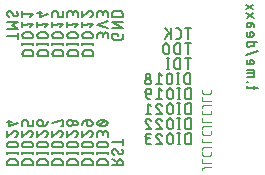
<source format=gbr>
G04 EAGLE Gerber RS-274X export*
G75*
%MOMM*%
%FSLAX34Y34*%
%LPD*%
%INSilkscreen Bottom*%
%IPPOS*%
%AMOC8*
5,1,8,0,0,1.08239X$1,22.5*%
G01*
%ADD10C,0.076200*%
%ADD11C,0.127000*%


D10*
X191030Y5909D02*
X185301Y5909D01*
X185223Y5907D01*
X185145Y5902D01*
X185068Y5892D01*
X184991Y5879D01*
X184915Y5863D01*
X184840Y5843D01*
X184766Y5819D01*
X184693Y5792D01*
X184621Y5761D01*
X184551Y5727D01*
X184483Y5690D01*
X184416Y5649D01*
X184351Y5605D01*
X184289Y5559D01*
X184229Y5509D01*
X184171Y5457D01*
X184116Y5402D01*
X184064Y5344D01*
X184014Y5284D01*
X183968Y5222D01*
X183924Y5157D01*
X183883Y5091D01*
X183846Y5022D01*
X183812Y4952D01*
X183781Y4880D01*
X183754Y4807D01*
X183730Y4733D01*
X183710Y4658D01*
X183694Y4582D01*
X183681Y4505D01*
X183671Y4428D01*
X183666Y4350D01*
X183664Y4272D01*
X183664Y3454D01*
X183664Y9603D02*
X191030Y9603D01*
X183664Y9603D02*
X183664Y12877D01*
X183664Y17297D02*
X183664Y18934D01*
X183664Y17297D02*
X183666Y17219D01*
X183671Y17141D01*
X183681Y17064D01*
X183694Y16987D01*
X183710Y16911D01*
X183730Y16836D01*
X183754Y16762D01*
X183781Y16689D01*
X183812Y16617D01*
X183846Y16547D01*
X183883Y16479D01*
X183924Y16412D01*
X183968Y16347D01*
X184014Y16285D01*
X184064Y16225D01*
X184116Y16167D01*
X184171Y16112D01*
X184229Y16060D01*
X184289Y16010D01*
X184351Y15964D01*
X184416Y15920D01*
X184483Y15879D01*
X184551Y15842D01*
X184621Y15808D01*
X184693Y15777D01*
X184766Y15750D01*
X184840Y15726D01*
X184915Y15706D01*
X184991Y15690D01*
X185068Y15677D01*
X185145Y15667D01*
X185223Y15662D01*
X185301Y15660D01*
X189393Y15660D01*
X189471Y15662D01*
X189549Y15667D01*
X189626Y15677D01*
X189703Y15690D01*
X189779Y15706D01*
X189854Y15726D01*
X189928Y15750D01*
X190001Y15777D01*
X190073Y15808D01*
X190143Y15842D01*
X190212Y15879D01*
X190278Y15920D01*
X190343Y15964D01*
X190405Y16010D01*
X190465Y16060D01*
X190523Y16112D01*
X190578Y16167D01*
X190630Y16225D01*
X190680Y16285D01*
X190726Y16347D01*
X190770Y16412D01*
X190811Y16479D01*
X190848Y16547D01*
X190882Y16617D01*
X190913Y16689D01*
X190940Y16762D01*
X190964Y16836D01*
X190984Y16911D01*
X191000Y16987D01*
X191013Y17064D01*
X191023Y17141D01*
X191028Y17219D01*
X191030Y17297D01*
X191030Y18934D01*
X191030Y23465D02*
X185301Y23465D01*
X185223Y23463D01*
X185145Y23458D01*
X185068Y23448D01*
X184991Y23435D01*
X184915Y23419D01*
X184840Y23399D01*
X184766Y23375D01*
X184693Y23348D01*
X184621Y23317D01*
X184551Y23283D01*
X184483Y23246D01*
X184416Y23205D01*
X184351Y23161D01*
X184289Y23115D01*
X184229Y23065D01*
X184171Y23013D01*
X184116Y22958D01*
X184064Y22900D01*
X184014Y22840D01*
X183968Y22778D01*
X183924Y22713D01*
X183883Y22647D01*
X183846Y22578D01*
X183812Y22508D01*
X183781Y22436D01*
X183754Y22363D01*
X183730Y22289D01*
X183710Y22214D01*
X183694Y22138D01*
X183681Y22061D01*
X183671Y21984D01*
X183666Y21906D01*
X183664Y21828D01*
X183664Y21010D01*
X183664Y27159D02*
X191030Y27159D01*
X183664Y27159D02*
X183664Y30433D01*
X183664Y34853D02*
X183664Y36490D01*
X183664Y34853D02*
X183666Y34775D01*
X183671Y34697D01*
X183681Y34620D01*
X183694Y34543D01*
X183710Y34467D01*
X183730Y34392D01*
X183754Y34318D01*
X183781Y34245D01*
X183812Y34173D01*
X183846Y34103D01*
X183883Y34035D01*
X183924Y33968D01*
X183968Y33903D01*
X184014Y33841D01*
X184064Y33781D01*
X184116Y33723D01*
X184171Y33668D01*
X184229Y33616D01*
X184289Y33566D01*
X184351Y33520D01*
X184416Y33476D01*
X184483Y33435D01*
X184551Y33398D01*
X184621Y33364D01*
X184693Y33333D01*
X184766Y33306D01*
X184840Y33282D01*
X184915Y33262D01*
X184991Y33246D01*
X185068Y33233D01*
X185145Y33223D01*
X185223Y33218D01*
X185301Y33216D01*
X185301Y33217D02*
X189393Y33217D01*
X189393Y33216D02*
X189471Y33218D01*
X189549Y33223D01*
X189626Y33233D01*
X189703Y33246D01*
X189779Y33262D01*
X189854Y33282D01*
X189928Y33306D01*
X190001Y33333D01*
X190073Y33364D01*
X190143Y33398D01*
X190212Y33435D01*
X190278Y33476D01*
X190343Y33520D01*
X190405Y33566D01*
X190465Y33616D01*
X190523Y33668D01*
X190578Y33723D01*
X190630Y33781D01*
X190680Y33841D01*
X190726Y33903D01*
X190770Y33968D01*
X190811Y34035D01*
X190848Y34103D01*
X190882Y34173D01*
X190913Y34245D01*
X190940Y34318D01*
X190964Y34392D01*
X190984Y34467D01*
X191000Y34543D01*
X191013Y34620D01*
X191023Y34697D01*
X191028Y34775D01*
X191030Y34853D01*
X191030Y36490D01*
X191030Y41022D02*
X185301Y41022D01*
X185223Y41020D01*
X185145Y41015D01*
X185068Y41005D01*
X184991Y40992D01*
X184915Y40976D01*
X184840Y40956D01*
X184766Y40932D01*
X184693Y40905D01*
X184621Y40874D01*
X184551Y40840D01*
X184483Y40803D01*
X184416Y40762D01*
X184351Y40718D01*
X184289Y40672D01*
X184229Y40622D01*
X184171Y40570D01*
X184116Y40515D01*
X184064Y40457D01*
X184014Y40397D01*
X183968Y40335D01*
X183924Y40270D01*
X183883Y40204D01*
X183846Y40135D01*
X183812Y40065D01*
X183781Y39993D01*
X183754Y39920D01*
X183730Y39846D01*
X183710Y39771D01*
X183694Y39695D01*
X183681Y39618D01*
X183671Y39541D01*
X183666Y39463D01*
X183664Y39385D01*
X183664Y38566D01*
X183664Y44716D02*
X191030Y44716D01*
X183664Y44716D02*
X183664Y47989D01*
X183664Y52410D02*
X183664Y54047D01*
X183664Y52410D02*
X183666Y52332D01*
X183671Y52254D01*
X183681Y52177D01*
X183694Y52100D01*
X183710Y52024D01*
X183730Y51949D01*
X183754Y51875D01*
X183781Y51802D01*
X183812Y51730D01*
X183846Y51660D01*
X183883Y51592D01*
X183924Y51525D01*
X183968Y51460D01*
X184014Y51398D01*
X184064Y51338D01*
X184116Y51280D01*
X184171Y51225D01*
X184229Y51173D01*
X184289Y51123D01*
X184351Y51077D01*
X184416Y51033D01*
X184483Y50992D01*
X184551Y50955D01*
X184621Y50921D01*
X184693Y50890D01*
X184766Y50863D01*
X184840Y50839D01*
X184915Y50819D01*
X184991Y50803D01*
X185068Y50790D01*
X185145Y50780D01*
X185223Y50775D01*
X185301Y50773D01*
X189393Y50773D01*
X189471Y50775D01*
X189549Y50780D01*
X189626Y50790D01*
X189703Y50803D01*
X189779Y50819D01*
X189854Y50839D01*
X189928Y50863D01*
X190001Y50890D01*
X190073Y50921D01*
X190143Y50955D01*
X190212Y50992D01*
X190278Y51033D01*
X190343Y51077D01*
X190405Y51123D01*
X190465Y51173D01*
X190523Y51225D01*
X190578Y51280D01*
X190630Y51338D01*
X190680Y51398D01*
X190726Y51460D01*
X190770Y51525D01*
X190811Y51592D01*
X190848Y51660D01*
X190882Y51730D01*
X190913Y51802D01*
X190940Y51875D01*
X190964Y51949D01*
X190984Y52024D01*
X191000Y52100D01*
X191013Y52177D01*
X191023Y52254D01*
X191028Y52332D01*
X191030Y52410D01*
X191030Y54047D01*
X191030Y58578D02*
X185301Y58578D01*
X185223Y58576D01*
X185145Y58571D01*
X185068Y58561D01*
X184991Y58548D01*
X184915Y58532D01*
X184840Y58512D01*
X184766Y58488D01*
X184693Y58461D01*
X184621Y58430D01*
X184551Y58396D01*
X184483Y58359D01*
X184416Y58318D01*
X184351Y58274D01*
X184289Y58228D01*
X184229Y58178D01*
X184171Y58126D01*
X184116Y58071D01*
X184064Y58013D01*
X184014Y57953D01*
X183968Y57891D01*
X183924Y57826D01*
X183883Y57760D01*
X183846Y57691D01*
X183812Y57621D01*
X183781Y57549D01*
X183754Y57476D01*
X183730Y57402D01*
X183710Y57327D01*
X183694Y57251D01*
X183681Y57174D01*
X183671Y57097D01*
X183666Y57019D01*
X183664Y56941D01*
X183664Y56123D01*
X183664Y62272D02*
X191030Y62272D01*
X183664Y62272D02*
X183664Y65546D01*
X183664Y69966D02*
X183664Y71603D01*
X183664Y69966D02*
X183666Y69888D01*
X183671Y69810D01*
X183681Y69733D01*
X183694Y69656D01*
X183710Y69580D01*
X183730Y69505D01*
X183754Y69431D01*
X183781Y69358D01*
X183812Y69286D01*
X183846Y69216D01*
X183883Y69148D01*
X183924Y69081D01*
X183968Y69016D01*
X184014Y68954D01*
X184064Y68894D01*
X184116Y68836D01*
X184171Y68781D01*
X184229Y68729D01*
X184289Y68679D01*
X184351Y68633D01*
X184416Y68589D01*
X184483Y68548D01*
X184551Y68511D01*
X184621Y68477D01*
X184693Y68446D01*
X184766Y68419D01*
X184840Y68395D01*
X184915Y68375D01*
X184991Y68359D01*
X185068Y68346D01*
X185145Y68336D01*
X185223Y68331D01*
X185301Y68329D01*
X189393Y68329D01*
X189471Y68331D01*
X189549Y68336D01*
X189626Y68346D01*
X189703Y68359D01*
X189779Y68375D01*
X189854Y68395D01*
X189928Y68419D01*
X190001Y68446D01*
X190073Y68477D01*
X190143Y68511D01*
X190212Y68548D01*
X190278Y68589D01*
X190343Y68633D01*
X190405Y68679D01*
X190465Y68729D01*
X190523Y68781D01*
X190578Y68836D01*
X190630Y68894D01*
X190680Y68954D01*
X190726Y69016D01*
X190770Y69081D01*
X190811Y69148D01*
X190848Y69216D01*
X190882Y69286D01*
X190913Y69358D01*
X190940Y69431D01*
X190964Y69505D01*
X190984Y69580D01*
X191000Y69656D01*
X191013Y69733D01*
X191023Y69810D01*
X191028Y69888D01*
X191030Y69966D01*
X191030Y71603D01*
D11*
X116486Y7952D02*
X107596Y7890D01*
X116486Y7952D02*
X116469Y10422D01*
X116468Y10421D02*
X116465Y10519D01*
X116459Y10617D01*
X116448Y10715D01*
X116434Y10812D01*
X116416Y10909D01*
X116394Y11004D01*
X116368Y11099D01*
X116339Y11193D01*
X116305Y11285D01*
X116269Y11376D01*
X116228Y11466D01*
X116184Y11553D01*
X116137Y11639D01*
X116086Y11723D01*
X116032Y11805D01*
X115975Y11885D01*
X115914Y11962D01*
X115851Y12037D01*
X115784Y12110D01*
X115715Y12179D01*
X115643Y12246D01*
X115569Y12310D01*
X115492Y12371D01*
X115412Y12429D01*
X115331Y12483D01*
X115247Y12534D01*
X115161Y12582D01*
X115074Y12627D01*
X114984Y12668D01*
X114894Y12705D01*
X114801Y12739D01*
X114708Y12769D01*
X114613Y12795D01*
X114518Y12818D01*
X114421Y12837D01*
X114324Y12851D01*
X114227Y12862D01*
X114129Y12870D01*
X114031Y12873D01*
X113933Y12872D01*
X113835Y12868D01*
X113737Y12859D01*
X113639Y12847D01*
X113543Y12830D01*
X113446Y12810D01*
X113351Y12787D01*
X113257Y12759D01*
X113164Y12728D01*
X113072Y12692D01*
X112982Y12654D01*
X112893Y12612D01*
X112806Y12566D01*
X112721Y12517D01*
X112638Y12464D01*
X112558Y12409D01*
X112479Y12350D01*
X112403Y12288D01*
X112329Y12223D01*
X112258Y12155D01*
X112190Y12084D01*
X112125Y12011D01*
X112062Y11935D01*
X112003Y11857D01*
X111947Y11777D01*
X111894Y11694D01*
X111844Y11609D01*
X111798Y11523D01*
X111755Y11434D01*
X111716Y11344D01*
X111680Y11253D01*
X111649Y11160D01*
X111620Y11066D01*
X111596Y10971D01*
X111575Y10875D01*
X111558Y10778D01*
X111546Y10681D01*
X111536Y10583D01*
X111531Y10485D01*
X111530Y10387D01*
X111547Y7918D01*
X111526Y10881D02*
X107562Y12829D01*
X107514Y19617D02*
X107515Y19703D01*
X107520Y19789D01*
X107529Y19875D01*
X107542Y19961D01*
X107558Y20045D01*
X107578Y20129D01*
X107601Y20212D01*
X107628Y20294D01*
X107659Y20374D01*
X107693Y20454D01*
X107731Y20531D01*
X107772Y20607D01*
X107816Y20681D01*
X107863Y20753D01*
X107914Y20823D01*
X107967Y20891D01*
X108024Y20956D01*
X108083Y21018D01*
X108145Y21079D01*
X108209Y21136D01*
X108276Y21190D01*
X108345Y21242D01*
X108417Y21290D01*
X108490Y21335D01*
X108565Y21377D01*
X108642Y21416D01*
X108721Y21451D01*
X108801Y21483D01*
X108883Y21511D01*
X108965Y21536D01*
X109049Y21557D01*
X109133Y21575D01*
X109218Y21588D01*
X109304Y21598D01*
X109390Y21604D01*
X109476Y21607D01*
X107514Y19617D02*
X107517Y19490D01*
X107524Y19364D01*
X107534Y19237D01*
X107548Y19111D01*
X107567Y18986D01*
X107588Y18861D01*
X107614Y18737D01*
X107644Y18614D01*
X107677Y18492D01*
X107714Y18370D01*
X107754Y18250D01*
X107799Y18131D01*
X107846Y18014D01*
X107898Y17898D01*
X107952Y17784D01*
X108011Y17671D01*
X108072Y17561D01*
X108137Y17452D01*
X108206Y17345D01*
X108277Y17241D01*
X108352Y17138D01*
X108429Y17038D01*
X108510Y16940D01*
X108594Y16845D01*
X108680Y16752D01*
X108769Y16662D01*
X114448Y16948D02*
X114534Y16951D01*
X114620Y16957D01*
X114706Y16967D01*
X114791Y16980D01*
X114875Y16998D01*
X114959Y17019D01*
X115041Y17044D01*
X115123Y17072D01*
X115203Y17104D01*
X115282Y17139D01*
X115359Y17178D01*
X115434Y17220D01*
X115507Y17265D01*
X115579Y17313D01*
X115648Y17365D01*
X115715Y17419D01*
X115779Y17477D01*
X115841Y17537D01*
X115900Y17599D01*
X115957Y17664D01*
X116010Y17732D01*
X116061Y17802D01*
X116108Y17874D01*
X116152Y17948D01*
X116193Y18024D01*
X116231Y18101D01*
X116265Y18181D01*
X116296Y18261D01*
X116323Y18343D01*
X116346Y18426D01*
X116366Y18510D01*
X116382Y18595D01*
X116395Y18680D01*
X116404Y18766D01*
X116409Y18852D01*
X116410Y18938D01*
X116407Y19057D01*
X116401Y19176D01*
X116390Y19295D01*
X116376Y19413D01*
X116358Y19531D01*
X116336Y19648D01*
X116311Y19765D01*
X116281Y19880D01*
X116248Y19995D01*
X116212Y20108D01*
X116171Y20220D01*
X116127Y20331D01*
X116080Y20441D01*
X116029Y20548D01*
X115975Y20654D01*
X115917Y20759D01*
X115856Y20861D01*
X115792Y20961D01*
X115724Y21060D01*
X115653Y21156D01*
X112711Y17924D02*
X112757Y17850D01*
X112807Y17779D01*
X112859Y17710D01*
X112914Y17643D01*
X112972Y17578D01*
X113033Y17517D01*
X113097Y17457D01*
X113163Y17401D01*
X113231Y17348D01*
X113302Y17297D01*
X113375Y17250D01*
X113449Y17206D01*
X113526Y17165D01*
X113604Y17127D01*
X113684Y17093D01*
X113765Y17062D01*
X113848Y17035D01*
X113931Y17012D01*
X114016Y16992D01*
X114101Y16976D01*
X114187Y16963D01*
X114273Y16954D01*
X114360Y16949D01*
X114447Y16948D01*
X111212Y20631D02*
X111166Y20705D01*
X111116Y20776D01*
X111064Y20845D01*
X111009Y20912D01*
X110951Y20977D01*
X110890Y21038D01*
X110826Y21098D01*
X110760Y21154D01*
X110692Y21207D01*
X110621Y21258D01*
X110548Y21305D01*
X110474Y21349D01*
X110397Y21390D01*
X110319Y21428D01*
X110239Y21462D01*
X110158Y21493D01*
X110075Y21520D01*
X109992Y21543D01*
X109907Y21563D01*
X109822Y21579D01*
X109736Y21592D01*
X109650Y21601D01*
X109563Y21606D01*
X109476Y21607D01*
X111211Y20631D02*
X112712Y17925D01*
X116350Y27415D02*
X107460Y27352D01*
X116367Y24945D02*
X116333Y29884D01*
X103786Y7952D02*
X94896Y7890D01*
X103786Y7952D02*
X103769Y10422D01*
X103768Y10421D02*
X103765Y10518D01*
X103759Y10615D01*
X103749Y10711D01*
X103735Y10807D01*
X103717Y10903D01*
X103696Y10997D01*
X103671Y11091D01*
X103642Y11183D01*
X103609Y11275D01*
X103573Y11365D01*
X103534Y11453D01*
X103491Y11540D01*
X103445Y11625D01*
X103395Y11709D01*
X103342Y11790D01*
X103286Y11869D01*
X103227Y11946D01*
X103165Y12021D01*
X103100Y12093D01*
X103033Y12162D01*
X102962Y12229D01*
X102889Y12293D01*
X102814Y12354D01*
X102736Y12412D01*
X102656Y12466D01*
X102574Y12518D01*
X102490Y12567D01*
X102405Y12612D01*
X102317Y12653D01*
X102228Y12692D01*
X102137Y12726D01*
X102046Y12757D01*
X101953Y12785D01*
X101859Y12809D01*
X101764Y12829D01*
X101668Y12845D01*
X101572Y12858D01*
X101476Y12867D01*
X101379Y12872D01*
X101282Y12873D01*
X101282Y12874D02*
X97331Y12846D01*
X97234Y12843D01*
X97137Y12837D01*
X97041Y12827D01*
X96945Y12813D01*
X96849Y12795D01*
X96755Y12774D01*
X96661Y12749D01*
X96569Y12720D01*
X96477Y12687D01*
X96387Y12651D01*
X96299Y12612D01*
X96212Y12569D01*
X96127Y12523D01*
X96043Y12473D01*
X95962Y12420D01*
X95883Y12364D01*
X95806Y12305D01*
X95731Y12243D01*
X95659Y12178D01*
X95590Y12111D01*
X95523Y12040D01*
X95459Y11967D01*
X95398Y11892D01*
X95340Y11814D01*
X95286Y11734D01*
X95234Y11652D01*
X95185Y11568D01*
X95140Y11483D01*
X95099Y11395D01*
X95060Y11306D01*
X95026Y11215D01*
X94995Y11124D01*
X94967Y11031D01*
X94943Y10937D01*
X94923Y10842D01*
X94907Y10746D01*
X94894Y10650D01*
X94885Y10554D01*
X94880Y10457D01*
X94879Y10360D01*
X94896Y7890D01*
X94826Y17979D02*
X103715Y18041D01*
X94832Y16992D02*
X94819Y18967D01*
X103708Y19029D02*
X103722Y17054D01*
X101212Y22870D02*
X97261Y22842D01*
X101212Y22870D02*
X101310Y22873D01*
X101408Y22879D01*
X101506Y22890D01*
X101603Y22904D01*
X101700Y22922D01*
X101795Y22944D01*
X101890Y22970D01*
X101984Y22999D01*
X102076Y23033D01*
X102167Y23069D01*
X102257Y23110D01*
X102344Y23154D01*
X102430Y23201D01*
X102514Y23252D01*
X102596Y23306D01*
X102676Y23363D01*
X102753Y23424D01*
X102828Y23487D01*
X102901Y23554D01*
X102970Y23623D01*
X103037Y23695D01*
X103101Y23769D01*
X103162Y23846D01*
X103220Y23926D01*
X103274Y24007D01*
X103325Y24091D01*
X103373Y24177D01*
X103418Y24264D01*
X103459Y24354D01*
X103496Y24444D01*
X103530Y24537D01*
X103560Y24630D01*
X103586Y24725D01*
X103609Y24820D01*
X103628Y24916D01*
X103642Y25014D01*
X103653Y25111D01*
X103661Y25209D01*
X103664Y25307D01*
X103663Y25405D01*
X103659Y25503D01*
X103650Y25601D01*
X103638Y25699D01*
X103621Y25795D01*
X103601Y25892D01*
X103578Y25987D01*
X103550Y26081D01*
X103519Y26174D01*
X103483Y26266D01*
X103445Y26356D01*
X103403Y26445D01*
X103357Y26531D01*
X103308Y26617D01*
X103255Y26699D01*
X103200Y26780D01*
X103141Y26859D01*
X103079Y26935D01*
X103014Y27009D01*
X102946Y27080D01*
X102875Y27148D01*
X102802Y27213D01*
X102726Y27276D01*
X102648Y27335D01*
X102568Y27391D01*
X102485Y27444D01*
X102400Y27494D01*
X102314Y27540D01*
X102225Y27583D01*
X102135Y27622D01*
X102044Y27658D01*
X101951Y27689D01*
X101857Y27718D01*
X101762Y27742D01*
X101666Y27763D01*
X101569Y27779D01*
X101472Y27792D01*
X101374Y27802D01*
X101276Y27807D01*
X101178Y27808D01*
X101178Y27809D02*
X97227Y27781D01*
X97129Y27778D01*
X97031Y27772D01*
X96933Y27761D01*
X96836Y27747D01*
X96739Y27729D01*
X96644Y27707D01*
X96549Y27681D01*
X96455Y27652D01*
X96363Y27618D01*
X96272Y27582D01*
X96182Y27541D01*
X96095Y27497D01*
X96009Y27450D01*
X95925Y27399D01*
X95843Y27345D01*
X95763Y27288D01*
X95686Y27227D01*
X95611Y27164D01*
X95538Y27097D01*
X95469Y27028D01*
X95402Y26956D01*
X95338Y26882D01*
X95277Y26805D01*
X95219Y26725D01*
X95165Y26644D01*
X95114Y26560D01*
X95066Y26474D01*
X95021Y26387D01*
X94980Y26297D01*
X94943Y26207D01*
X94909Y26114D01*
X94879Y26021D01*
X94853Y25926D01*
X94830Y25831D01*
X94811Y25734D01*
X94797Y25637D01*
X94786Y25540D01*
X94778Y25442D01*
X94775Y25344D01*
X94776Y25246D01*
X94780Y25148D01*
X94789Y25050D01*
X94801Y24952D01*
X94818Y24856D01*
X94838Y24759D01*
X94861Y24664D01*
X94889Y24570D01*
X94920Y24477D01*
X94956Y24385D01*
X94994Y24295D01*
X95036Y24206D01*
X95082Y24119D01*
X95131Y24034D01*
X95184Y23951D01*
X95239Y23871D01*
X95298Y23792D01*
X95360Y23716D01*
X95425Y23642D01*
X95493Y23571D01*
X95564Y23503D01*
X95637Y23438D01*
X95713Y23375D01*
X95791Y23316D01*
X95871Y23260D01*
X95954Y23207D01*
X96039Y23157D01*
X96125Y23111D01*
X96214Y23068D01*
X96304Y23029D01*
X96395Y22993D01*
X96488Y22962D01*
X96582Y22933D01*
X96677Y22909D01*
X96773Y22888D01*
X96870Y22871D01*
X96967Y22859D01*
X97065Y22849D01*
X97163Y22844D01*
X97261Y22843D01*
X94728Y31969D02*
X94711Y34438D01*
X94712Y34536D01*
X94717Y34634D01*
X94727Y34732D01*
X94740Y34829D01*
X94756Y34926D01*
X94777Y35022D01*
X94801Y35117D01*
X94830Y35211D01*
X94861Y35304D01*
X94897Y35395D01*
X94936Y35485D01*
X94979Y35574D01*
X95025Y35660D01*
X95075Y35745D01*
X95128Y35828D01*
X95184Y35908D01*
X95243Y35986D01*
X95306Y36062D01*
X95371Y36135D01*
X95439Y36206D01*
X95510Y36274D01*
X95584Y36339D01*
X95660Y36401D01*
X95739Y36460D01*
X95820Y36515D01*
X95902Y36568D01*
X95988Y36617D01*
X96074Y36663D01*
X96163Y36705D01*
X96253Y36743D01*
X96345Y36779D01*
X96438Y36810D01*
X96532Y36838D01*
X96627Y36861D01*
X96724Y36881D01*
X96820Y36898D01*
X96918Y36910D01*
X97016Y36919D01*
X97114Y36923D01*
X97212Y36924D01*
X97310Y36921D01*
X97408Y36913D01*
X97505Y36902D01*
X97603Y36888D01*
X97699Y36869D01*
X97794Y36846D01*
X97889Y36820D01*
X97982Y36790D01*
X98075Y36756D01*
X98165Y36719D01*
X98255Y36678D01*
X98342Y36633D01*
X98428Y36585D01*
X98512Y36534D01*
X98593Y36480D01*
X98673Y36422D01*
X98750Y36361D01*
X98824Y36297D01*
X98896Y36230D01*
X98965Y36161D01*
X99032Y36088D01*
X99095Y36013D01*
X99156Y35936D01*
X99213Y35856D01*
X99267Y35774D01*
X99318Y35690D01*
X99365Y35604D01*
X99409Y35517D01*
X99450Y35427D01*
X99486Y35336D01*
X99520Y35244D01*
X99549Y35150D01*
X99575Y35055D01*
X99597Y34960D01*
X99615Y34863D01*
X99629Y34766D01*
X99640Y34668D01*
X99646Y34570D01*
X99649Y34472D01*
X103597Y34994D02*
X103618Y32031D01*
X103598Y34994D02*
X103595Y35081D01*
X103589Y35168D01*
X103579Y35255D01*
X103565Y35341D01*
X103547Y35427D01*
X103525Y35512D01*
X103500Y35595D01*
X103471Y35678D01*
X103438Y35759D01*
X103402Y35839D01*
X103362Y35916D01*
X103319Y35992D01*
X103272Y36067D01*
X103223Y36138D01*
X103170Y36208D01*
X103114Y36275D01*
X103055Y36340D01*
X102994Y36402D01*
X102930Y36462D01*
X102863Y36518D01*
X102794Y36571D01*
X102722Y36622D01*
X102648Y36669D01*
X102573Y36712D01*
X102495Y36753D01*
X102416Y36790D01*
X102335Y36823D01*
X102253Y36853D01*
X102169Y36879D01*
X102085Y36901D01*
X101999Y36920D01*
X101913Y36934D01*
X101826Y36945D01*
X101739Y36953D01*
X101652Y36956D01*
X101565Y36955D01*
X101477Y36951D01*
X101390Y36942D01*
X101304Y36930D01*
X101218Y36914D01*
X101132Y36894D01*
X101048Y36871D01*
X100965Y36844D01*
X100883Y36813D01*
X100803Y36778D01*
X100724Y36740D01*
X100647Y36699D01*
X100572Y36654D01*
X100499Y36606D01*
X100428Y36555D01*
X100360Y36500D01*
X100294Y36443D01*
X100230Y36383D01*
X100170Y36320D01*
X100112Y36254D01*
X100057Y36186D01*
X100005Y36116D01*
X99957Y36043D01*
X99911Y35969D01*
X99869Y35892D01*
X99830Y35814D01*
X99795Y35734D01*
X99764Y35652D01*
X99736Y35569D01*
X99712Y35485D01*
X99691Y35400D01*
X99674Y35314D01*
X99662Y35228D01*
X99653Y35141D01*
X99647Y35054D01*
X99646Y34966D01*
X99660Y32991D01*
X99109Y41143D02*
X99284Y41146D01*
X99459Y41154D01*
X99634Y41166D01*
X99808Y41181D01*
X99982Y41201D01*
X100155Y41226D01*
X100327Y41254D01*
X100499Y41286D01*
X100670Y41323D01*
X100840Y41363D01*
X101010Y41408D01*
X101178Y41456D01*
X101344Y41509D01*
X101510Y41565D01*
X101674Y41626D01*
X101837Y41690D01*
X101998Y41758D01*
X102157Y41831D01*
X102315Y41906D01*
X102314Y41906D02*
X102393Y41936D01*
X102470Y41969D01*
X102545Y42005D01*
X102619Y42046D01*
X102691Y42089D01*
X102761Y42136D01*
X102828Y42186D01*
X102893Y42239D01*
X102956Y42294D01*
X103016Y42353D01*
X103073Y42415D01*
X103128Y42478D01*
X103179Y42545D01*
X103228Y42614D01*
X103273Y42684D01*
X103315Y42757D01*
X103353Y42832D01*
X103388Y42908D01*
X103419Y42986D01*
X103447Y43065D01*
X103471Y43146D01*
X103492Y43227D01*
X103509Y43309D01*
X103521Y43392D01*
X103530Y43476D01*
X103536Y43560D01*
X103537Y43644D01*
X103534Y43728D01*
X103528Y43811D01*
X103518Y43895D01*
X103504Y43977D01*
X103486Y44059D01*
X103465Y44141D01*
X103439Y44221D01*
X103410Y44299D01*
X103378Y44377D01*
X103342Y44453D01*
X103302Y44527D01*
X103260Y44599D01*
X103213Y44669D01*
X103164Y44737D01*
X103112Y44803D01*
X103057Y44866D01*
X102998Y44926D01*
X102938Y44984D01*
X102874Y45039D01*
X102808Y45091D01*
X102740Y45140D01*
X102670Y45186D01*
X102597Y45228D01*
X102523Y45267D01*
X102447Y45303D01*
X102369Y45335D01*
X102290Y45363D01*
X102131Y45437D01*
X101971Y45507D01*
X101809Y45573D01*
X101645Y45635D01*
X101480Y45693D01*
X101314Y45747D01*
X101147Y45798D01*
X100978Y45844D01*
X100808Y45886D01*
X100638Y45924D01*
X100466Y45958D01*
X100294Y45988D01*
X100121Y46014D01*
X99947Y46036D01*
X99773Y46053D01*
X99599Y46067D01*
X99424Y46076D01*
X99249Y46081D01*
X99075Y46082D01*
X99109Y41143D02*
X98934Y41144D01*
X98759Y41149D01*
X98585Y41158D01*
X98410Y41172D01*
X98236Y41189D01*
X98063Y41211D01*
X97890Y41237D01*
X97717Y41267D01*
X97546Y41301D01*
X97375Y41339D01*
X97205Y41381D01*
X97037Y41427D01*
X96869Y41478D01*
X96703Y41532D01*
X96538Y41590D01*
X96375Y41652D01*
X96213Y41718D01*
X96052Y41788D01*
X95894Y41862D01*
X95893Y41862D02*
X95814Y41890D01*
X95737Y41922D01*
X95660Y41958D01*
X95586Y41997D01*
X95514Y42040D01*
X95443Y42085D01*
X95375Y42134D01*
X95309Y42186D01*
X95246Y42241D01*
X95185Y42299D01*
X95127Y42360D01*
X95071Y42423D01*
X95019Y42488D01*
X94970Y42556D01*
X94924Y42627D01*
X94881Y42699D01*
X94841Y42773D01*
X94805Y42849D01*
X94773Y42926D01*
X94744Y43005D01*
X94719Y43085D01*
X94697Y43166D01*
X94679Y43248D01*
X94665Y43331D01*
X94655Y43414D01*
X94649Y43498D01*
X94646Y43582D01*
X95870Y45319D02*
X96028Y45394D01*
X96187Y45467D01*
X96348Y45535D01*
X96511Y45599D01*
X96675Y45660D01*
X96840Y45716D01*
X97007Y45769D01*
X97175Y45817D01*
X97344Y45862D01*
X97514Y45902D01*
X97685Y45939D01*
X97857Y45971D01*
X98030Y46000D01*
X98203Y46024D01*
X98377Y46044D01*
X98551Y46059D01*
X98725Y46071D01*
X98900Y46079D01*
X99075Y46082D01*
X95869Y45319D02*
X95791Y45289D01*
X95714Y45256D01*
X95638Y45220D01*
X95565Y45180D01*
X95493Y45136D01*
X95423Y45089D01*
X95355Y45040D01*
X95290Y44987D01*
X95228Y44931D01*
X95168Y44872D01*
X95110Y44811D01*
X95056Y44747D01*
X95004Y44681D01*
X94956Y44612D01*
X94911Y44541D01*
X94869Y44468D01*
X94831Y44394D01*
X94796Y44317D01*
X94764Y44240D01*
X94737Y44160D01*
X94713Y44080D01*
X94692Y43999D01*
X94675Y43916D01*
X94663Y43833D01*
X94654Y43750D01*
X94648Y43666D01*
X94647Y43582D01*
X96636Y41620D02*
X101547Y45606D01*
X91086Y7952D02*
X82196Y7890D01*
X91086Y7952D02*
X91069Y10422D01*
X91068Y10421D02*
X91065Y10518D01*
X91059Y10615D01*
X91049Y10711D01*
X91035Y10807D01*
X91017Y10903D01*
X90996Y10997D01*
X90971Y11091D01*
X90942Y11183D01*
X90909Y11275D01*
X90873Y11365D01*
X90834Y11453D01*
X90791Y11540D01*
X90745Y11625D01*
X90695Y11709D01*
X90642Y11790D01*
X90586Y11869D01*
X90527Y11946D01*
X90465Y12021D01*
X90400Y12093D01*
X90333Y12162D01*
X90262Y12229D01*
X90189Y12293D01*
X90114Y12354D01*
X90036Y12412D01*
X89956Y12466D01*
X89874Y12518D01*
X89790Y12567D01*
X89705Y12612D01*
X89617Y12653D01*
X89528Y12692D01*
X89437Y12726D01*
X89346Y12757D01*
X89253Y12785D01*
X89159Y12809D01*
X89064Y12829D01*
X88968Y12845D01*
X88872Y12858D01*
X88776Y12867D01*
X88679Y12872D01*
X88582Y12873D01*
X88582Y12874D02*
X84631Y12846D01*
X84534Y12843D01*
X84437Y12837D01*
X84341Y12827D01*
X84245Y12813D01*
X84149Y12795D01*
X84055Y12774D01*
X83961Y12749D01*
X83869Y12720D01*
X83777Y12687D01*
X83687Y12651D01*
X83599Y12612D01*
X83512Y12569D01*
X83427Y12523D01*
X83343Y12473D01*
X83262Y12420D01*
X83183Y12364D01*
X83106Y12305D01*
X83031Y12243D01*
X82959Y12178D01*
X82890Y12111D01*
X82823Y12040D01*
X82759Y11967D01*
X82698Y11892D01*
X82640Y11814D01*
X82586Y11734D01*
X82534Y11652D01*
X82485Y11568D01*
X82440Y11483D01*
X82399Y11395D01*
X82360Y11306D01*
X82326Y11215D01*
X82295Y11124D01*
X82267Y11031D01*
X82243Y10937D01*
X82223Y10842D01*
X82207Y10746D01*
X82194Y10650D01*
X82185Y10554D01*
X82180Y10457D01*
X82179Y10360D01*
X82196Y7890D01*
X82126Y17979D02*
X91015Y18041D01*
X82132Y16992D02*
X82119Y18967D01*
X91008Y19029D02*
X91022Y17054D01*
X88512Y22870D02*
X84561Y22842D01*
X88512Y22870D02*
X88610Y22873D01*
X88708Y22879D01*
X88806Y22890D01*
X88903Y22904D01*
X89000Y22922D01*
X89095Y22944D01*
X89190Y22970D01*
X89284Y22999D01*
X89376Y23033D01*
X89467Y23069D01*
X89557Y23110D01*
X89644Y23154D01*
X89730Y23201D01*
X89814Y23252D01*
X89896Y23306D01*
X89976Y23363D01*
X90053Y23424D01*
X90128Y23487D01*
X90201Y23554D01*
X90270Y23623D01*
X90337Y23695D01*
X90401Y23769D01*
X90462Y23846D01*
X90520Y23926D01*
X90574Y24007D01*
X90625Y24091D01*
X90673Y24177D01*
X90718Y24264D01*
X90759Y24354D01*
X90796Y24444D01*
X90830Y24537D01*
X90860Y24630D01*
X90886Y24725D01*
X90909Y24820D01*
X90928Y24916D01*
X90942Y25014D01*
X90953Y25111D01*
X90961Y25209D01*
X90964Y25307D01*
X90963Y25405D01*
X90959Y25503D01*
X90950Y25601D01*
X90938Y25699D01*
X90921Y25795D01*
X90901Y25892D01*
X90878Y25987D01*
X90850Y26081D01*
X90819Y26174D01*
X90783Y26266D01*
X90745Y26356D01*
X90703Y26445D01*
X90657Y26531D01*
X90608Y26617D01*
X90555Y26699D01*
X90500Y26780D01*
X90441Y26859D01*
X90379Y26935D01*
X90314Y27009D01*
X90246Y27080D01*
X90175Y27148D01*
X90102Y27213D01*
X90026Y27276D01*
X89948Y27335D01*
X89868Y27391D01*
X89785Y27444D01*
X89700Y27494D01*
X89614Y27540D01*
X89525Y27583D01*
X89435Y27622D01*
X89344Y27658D01*
X89251Y27689D01*
X89157Y27718D01*
X89062Y27742D01*
X88966Y27763D01*
X88869Y27779D01*
X88772Y27792D01*
X88674Y27802D01*
X88576Y27807D01*
X88478Y27808D01*
X88478Y27809D02*
X84527Y27781D01*
X84429Y27778D01*
X84331Y27772D01*
X84233Y27761D01*
X84136Y27747D01*
X84039Y27729D01*
X83944Y27707D01*
X83849Y27681D01*
X83755Y27652D01*
X83663Y27618D01*
X83572Y27582D01*
X83482Y27541D01*
X83395Y27497D01*
X83309Y27450D01*
X83225Y27399D01*
X83143Y27345D01*
X83063Y27288D01*
X82986Y27227D01*
X82911Y27164D01*
X82838Y27097D01*
X82769Y27028D01*
X82702Y26956D01*
X82638Y26882D01*
X82577Y26805D01*
X82519Y26725D01*
X82465Y26644D01*
X82414Y26560D01*
X82366Y26474D01*
X82321Y26387D01*
X82280Y26297D01*
X82243Y26207D01*
X82209Y26114D01*
X82179Y26021D01*
X82153Y25926D01*
X82130Y25831D01*
X82111Y25734D01*
X82097Y25637D01*
X82086Y25540D01*
X82078Y25442D01*
X82075Y25344D01*
X82076Y25246D01*
X82080Y25148D01*
X82089Y25050D01*
X82101Y24952D01*
X82118Y24856D01*
X82138Y24759D01*
X82161Y24664D01*
X82189Y24570D01*
X82220Y24477D01*
X82256Y24385D01*
X82294Y24295D01*
X82336Y24206D01*
X82382Y24119D01*
X82431Y24034D01*
X82484Y23951D01*
X82539Y23871D01*
X82598Y23792D01*
X82660Y23716D01*
X82725Y23642D01*
X82793Y23571D01*
X82864Y23503D01*
X82937Y23438D01*
X83013Y23375D01*
X83091Y23316D01*
X83171Y23260D01*
X83254Y23207D01*
X83339Y23157D01*
X83425Y23111D01*
X83514Y23068D01*
X83604Y23029D01*
X83695Y22993D01*
X83788Y22962D01*
X83882Y22933D01*
X83977Y22909D01*
X84073Y22888D01*
X84170Y22871D01*
X84267Y22859D01*
X84365Y22849D01*
X84463Y22844D01*
X84561Y22843D01*
X90899Y34748D02*
X90896Y34839D01*
X90890Y34931D01*
X90880Y35022D01*
X90866Y35113D01*
X90848Y35203D01*
X90827Y35293D01*
X90802Y35381D01*
X90773Y35468D01*
X90741Y35555D01*
X90705Y35639D01*
X90666Y35722D01*
X90624Y35804D01*
X90578Y35883D01*
X90528Y35961D01*
X90476Y36036D01*
X90421Y36110D01*
X90362Y36181D01*
X90301Y36249D01*
X90237Y36315D01*
X90170Y36378D01*
X90101Y36438D01*
X90029Y36496D01*
X89955Y36550D01*
X89879Y36601D01*
X89801Y36650D01*
X89720Y36694D01*
X89638Y36736D01*
X89555Y36774D01*
X89470Y36809D01*
X89383Y36840D01*
X89295Y36867D01*
X89207Y36891D01*
X89117Y36911D01*
X89027Y36927D01*
X88936Y36940D01*
X88844Y36949D01*
X88752Y36954D01*
X88661Y36955D01*
X90899Y34747D02*
X90898Y34641D01*
X90893Y34536D01*
X90884Y34431D01*
X90871Y34326D01*
X90854Y34222D01*
X90833Y34118D01*
X90809Y34015D01*
X90781Y33914D01*
X90749Y33813D01*
X90713Y33714D01*
X90674Y33616D01*
X90631Y33519D01*
X90584Y33424D01*
X90535Y33331D01*
X90481Y33240D01*
X90425Y33151D01*
X90365Y33064D01*
X90302Y32979D01*
X90235Y32897D01*
X90166Y32817D01*
X90094Y32740D01*
X90019Y32666D01*
X89942Y32594D01*
X89861Y32525D01*
X89779Y32459D01*
X89694Y32397D01*
X89606Y32337D01*
X89517Y32281D01*
X89426Y32229D01*
X89332Y32179D01*
X89237Y32133D01*
X89140Y32091D01*
X89042Y32052D01*
X88943Y32017D01*
X86938Y36201D02*
X87006Y36270D01*
X87076Y36337D01*
X87149Y36400D01*
X87224Y36460D01*
X87302Y36518D01*
X87382Y36572D01*
X87464Y36623D01*
X87549Y36670D01*
X87635Y36714D01*
X87722Y36754D01*
X87812Y36791D01*
X87902Y36825D01*
X87994Y36854D01*
X88088Y36880D01*
X88182Y36902D01*
X88277Y36920D01*
X88372Y36934D01*
X88468Y36945D01*
X88565Y36951D01*
X88661Y36954D01*
X86937Y36201D02*
X82028Y31969D01*
X81994Y36908D01*
X85901Y43116D02*
X85881Y46079D01*
X85901Y43115D02*
X85904Y43029D01*
X85910Y42943D01*
X85920Y42857D01*
X85933Y42772D01*
X85951Y42688D01*
X85972Y42604D01*
X85997Y42522D01*
X86025Y42440D01*
X86057Y42360D01*
X86092Y42281D01*
X86131Y42204D01*
X86173Y42129D01*
X86218Y42056D01*
X86266Y41984D01*
X86318Y41915D01*
X86372Y41848D01*
X86430Y41784D01*
X86490Y41722D01*
X86552Y41663D01*
X86617Y41606D01*
X86685Y41553D01*
X86755Y41502D01*
X86827Y41455D01*
X86901Y41411D01*
X86977Y41370D01*
X87054Y41332D01*
X87134Y41298D01*
X87214Y41267D01*
X87296Y41240D01*
X87379Y41217D01*
X87463Y41197D01*
X87548Y41181D01*
X87633Y41168D01*
X87719Y41159D01*
X87805Y41154D01*
X87891Y41153D01*
X87891Y41154D02*
X88385Y41157D01*
X88384Y41158D02*
X88482Y41161D01*
X88580Y41167D01*
X88678Y41178D01*
X88775Y41192D01*
X88872Y41210D01*
X88967Y41232D01*
X89062Y41258D01*
X89156Y41287D01*
X89248Y41321D01*
X89339Y41357D01*
X89428Y41398D01*
X89516Y41442D01*
X89602Y41489D01*
X89686Y41540D01*
X89768Y41594D01*
X89848Y41651D01*
X89925Y41712D01*
X90000Y41775D01*
X90072Y41842D01*
X90142Y41911D01*
X90209Y41983D01*
X90273Y42057D01*
X90334Y42134D01*
X90392Y42214D01*
X90446Y42295D01*
X90497Y42379D01*
X90545Y42465D01*
X90590Y42552D01*
X90631Y42642D01*
X90668Y42732D01*
X90702Y42824D01*
X90732Y42918D01*
X90758Y43013D01*
X90781Y43108D01*
X90800Y43204D01*
X90814Y43302D01*
X90825Y43399D01*
X90833Y43497D01*
X90836Y43595D01*
X90835Y43693D01*
X90831Y43791D01*
X90822Y43889D01*
X90810Y43987D01*
X90793Y44083D01*
X90773Y44180D01*
X90750Y44275D01*
X90722Y44369D01*
X90691Y44462D01*
X90655Y44554D01*
X90617Y44644D01*
X90575Y44733D01*
X90529Y44820D01*
X90480Y44905D01*
X90427Y44988D01*
X90372Y45068D01*
X90313Y45147D01*
X90251Y45223D01*
X90186Y45297D01*
X90118Y45368D01*
X90047Y45436D01*
X89974Y45501D01*
X89898Y45564D01*
X89820Y45623D01*
X89740Y45679D01*
X89657Y45732D01*
X89572Y45782D01*
X89486Y45828D01*
X89397Y45871D01*
X89307Y45910D01*
X89216Y45946D01*
X89123Y45977D01*
X89029Y46006D01*
X88934Y46030D01*
X88838Y46051D01*
X88741Y46068D01*
X88644Y46080D01*
X88546Y46090D01*
X88448Y46095D01*
X88350Y46096D01*
X85881Y46079D01*
X85880Y46079D02*
X85756Y46076D01*
X85632Y46069D01*
X85509Y46059D01*
X85385Y46044D01*
X85263Y46026D01*
X85141Y46004D01*
X85019Y45978D01*
X84899Y45948D01*
X84779Y45914D01*
X84661Y45877D01*
X84544Y45836D01*
X84428Y45791D01*
X84314Y45743D01*
X84201Y45691D01*
X84090Y45636D01*
X83980Y45577D01*
X83873Y45515D01*
X83768Y45449D01*
X83664Y45380D01*
X83563Y45308D01*
X83465Y45233D01*
X83368Y45155D01*
X83275Y45073D01*
X83183Y44989D01*
X83095Y44902D01*
X83009Y44812D01*
X82926Y44720D01*
X82846Y44625D01*
X82769Y44528D01*
X82695Y44428D01*
X82625Y44326D01*
X82557Y44222D01*
X82493Y44115D01*
X82433Y44007D01*
X82375Y43897D01*
X82321Y43785D01*
X82271Y43672D01*
X82224Y43557D01*
X82181Y43440D01*
X82142Y43323D01*
X82106Y43204D01*
X82074Y43084D01*
X82046Y42963D01*
X82022Y42841D01*
X82001Y42719D01*
X81985Y42596D01*
X81972Y42472D01*
X81963Y42349D01*
X81958Y42225D01*
X81957Y42100D01*
X78386Y7952D02*
X69496Y7890D01*
X78386Y7952D02*
X78369Y10422D01*
X78368Y10421D02*
X78365Y10518D01*
X78359Y10615D01*
X78349Y10711D01*
X78335Y10807D01*
X78317Y10903D01*
X78296Y10997D01*
X78271Y11091D01*
X78242Y11183D01*
X78209Y11275D01*
X78173Y11365D01*
X78134Y11453D01*
X78091Y11540D01*
X78045Y11625D01*
X77995Y11709D01*
X77942Y11790D01*
X77886Y11869D01*
X77827Y11946D01*
X77765Y12021D01*
X77700Y12093D01*
X77633Y12162D01*
X77562Y12229D01*
X77489Y12293D01*
X77414Y12354D01*
X77336Y12412D01*
X77256Y12466D01*
X77174Y12518D01*
X77090Y12567D01*
X77005Y12612D01*
X76917Y12653D01*
X76828Y12692D01*
X76737Y12726D01*
X76646Y12757D01*
X76553Y12785D01*
X76459Y12809D01*
X76364Y12829D01*
X76268Y12845D01*
X76172Y12858D01*
X76076Y12867D01*
X75979Y12872D01*
X75882Y12873D01*
X75882Y12874D02*
X71931Y12846D01*
X71834Y12843D01*
X71737Y12837D01*
X71641Y12827D01*
X71545Y12813D01*
X71449Y12795D01*
X71355Y12774D01*
X71261Y12749D01*
X71169Y12720D01*
X71077Y12687D01*
X70987Y12651D01*
X70899Y12612D01*
X70812Y12569D01*
X70727Y12523D01*
X70643Y12473D01*
X70562Y12420D01*
X70483Y12364D01*
X70406Y12305D01*
X70331Y12243D01*
X70259Y12178D01*
X70190Y12111D01*
X70123Y12040D01*
X70059Y11967D01*
X69998Y11892D01*
X69940Y11814D01*
X69886Y11734D01*
X69834Y11652D01*
X69785Y11568D01*
X69740Y11483D01*
X69699Y11395D01*
X69660Y11306D01*
X69626Y11215D01*
X69595Y11124D01*
X69567Y11031D01*
X69543Y10937D01*
X69523Y10842D01*
X69507Y10746D01*
X69494Y10650D01*
X69485Y10554D01*
X69480Y10457D01*
X69479Y10360D01*
X69496Y7890D01*
X69426Y17979D02*
X78315Y18041D01*
X69432Y16992D02*
X69419Y18967D01*
X78308Y19029D02*
X78322Y17054D01*
X75812Y22870D02*
X71861Y22842D01*
X75812Y22870D02*
X75910Y22873D01*
X76008Y22879D01*
X76106Y22890D01*
X76203Y22904D01*
X76300Y22922D01*
X76395Y22944D01*
X76490Y22970D01*
X76584Y22999D01*
X76676Y23033D01*
X76767Y23069D01*
X76857Y23110D01*
X76944Y23154D01*
X77030Y23201D01*
X77114Y23252D01*
X77196Y23306D01*
X77276Y23363D01*
X77353Y23424D01*
X77428Y23487D01*
X77501Y23554D01*
X77570Y23623D01*
X77637Y23695D01*
X77701Y23769D01*
X77762Y23846D01*
X77820Y23926D01*
X77874Y24007D01*
X77925Y24091D01*
X77973Y24177D01*
X78018Y24264D01*
X78059Y24354D01*
X78096Y24444D01*
X78130Y24537D01*
X78160Y24630D01*
X78186Y24725D01*
X78209Y24820D01*
X78228Y24916D01*
X78242Y25014D01*
X78253Y25111D01*
X78261Y25209D01*
X78264Y25307D01*
X78263Y25405D01*
X78259Y25503D01*
X78250Y25601D01*
X78238Y25699D01*
X78221Y25795D01*
X78201Y25892D01*
X78178Y25987D01*
X78150Y26081D01*
X78119Y26174D01*
X78083Y26266D01*
X78045Y26356D01*
X78003Y26445D01*
X77957Y26531D01*
X77908Y26617D01*
X77855Y26699D01*
X77800Y26780D01*
X77741Y26859D01*
X77679Y26935D01*
X77614Y27009D01*
X77546Y27080D01*
X77475Y27148D01*
X77402Y27213D01*
X77326Y27276D01*
X77248Y27335D01*
X77168Y27391D01*
X77085Y27444D01*
X77000Y27494D01*
X76914Y27540D01*
X76825Y27583D01*
X76735Y27622D01*
X76644Y27658D01*
X76551Y27689D01*
X76457Y27718D01*
X76362Y27742D01*
X76266Y27763D01*
X76169Y27779D01*
X76072Y27792D01*
X75974Y27802D01*
X75876Y27807D01*
X75778Y27808D01*
X75778Y27809D02*
X71827Y27781D01*
X71729Y27778D01*
X71631Y27772D01*
X71533Y27761D01*
X71436Y27747D01*
X71339Y27729D01*
X71244Y27707D01*
X71149Y27681D01*
X71055Y27652D01*
X70963Y27618D01*
X70872Y27582D01*
X70782Y27541D01*
X70695Y27497D01*
X70609Y27450D01*
X70525Y27399D01*
X70443Y27345D01*
X70363Y27288D01*
X70286Y27227D01*
X70211Y27164D01*
X70138Y27097D01*
X70069Y27028D01*
X70002Y26956D01*
X69938Y26882D01*
X69877Y26805D01*
X69819Y26725D01*
X69765Y26644D01*
X69714Y26560D01*
X69666Y26474D01*
X69621Y26387D01*
X69580Y26297D01*
X69543Y26207D01*
X69509Y26114D01*
X69479Y26021D01*
X69453Y25926D01*
X69430Y25831D01*
X69411Y25734D01*
X69397Y25637D01*
X69386Y25540D01*
X69378Y25442D01*
X69375Y25344D01*
X69376Y25246D01*
X69380Y25148D01*
X69389Y25050D01*
X69401Y24952D01*
X69418Y24856D01*
X69438Y24759D01*
X69461Y24664D01*
X69489Y24570D01*
X69520Y24477D01*
X69556Y24385D01*
X69594Y24295D01*
X69636Y24206D01*
X69682Y24119D01*
X69731Y24034D01*
X69784Y23951D01*
X69839Y23871D01*
X69898Y23792D01*
X69960Y23716D01*
X70025Y23642D01*
X70093Y23571D01*
X70164Y23503D01*
X70237Y23438D01*
X70313Y23375D01*
X70391Y23316D01*
X70471Y23260D01*
X70554Y23207D01*
X70639Y23157D01*
X70725Y23111D01*
X70814Y23068D01*
X70904Y23029D01*
X70995Y22993D01*
X71088Y22962D01*
X71182Y22933D01*
X71277Y22909D01*
X71373Y22888D01*
X71470Y22871D01*
X71567Y22859D01*
X71665Y22849D01*
X71763Y22844D01*
X71861Y22843D01*
X78199Y34748D02*
X78196Y34839D01*
X78190Y34931D01*
X78180Y35022D01*
X78166Y35113D01*
X78148Y35203D01*
X78127Y35293D01*
X78102Y35381D01*
X78073Y35468D01*
X78041Y35555D01*
X78005Y35639D01*
X77966Y35722D01*
X77924Y35804D01*
X77878Y35883D01*
X77828Y35961D01*
X77776Y36036D01*
X77721Y36110D01*
X77662Y36181D01*
X77601Y36249D01*
X77537Y36315D01*
X77470Y36378D01*
X77401Y36438D01*
X77329Y36496D01*
X77255Y36550D01*
X77179Y36601D01*
X77101Y36650D01*
X77020Y36694D01*
X76938Y36736D01*
X76855Y36774D01*
X76770Y36809D01*
X76683Y36840D01*
X76595Y36867D01*
X76507Y36891D01*
X76417Y36911D01*
X76327Y36927D01*
X76236Y36940D01*
X76144Y36949D01*
X76052Y36954D01*
X75961Y36955D01*
X78199Y34747D02*
X78198Y34641D01*
X78193Y34536D01*
X78184Y34431D01*
X78171Y34326D01*
X78154Y34222D01*
X78133Y34118D01*
X78109Y34015D01*
X78081Y33914D01*
X78049Y33813D01*
X78013Y33714D01*
X77974Y33616D01*
X77931Y33519D01*
X77884Y33424D01*
X77835Y33331D01*
X77781Y33240D01*
X77725Y33151D01*
X77665Y33064D01*
X77602Y32979D01*
X77535Y32897D01*
X77466Y32817D01*
X77394Y32740D01*
X77319Y32666D01*
X77242Y32594D01*
X77161Y32525D01*
X77079Y32459D01*
X76994Y32397D01*
X76906Y32337D01*
X76817Y32281D01*
X76726Y32229D01*
X76632Y32179D01*
X76537Y32133D01*
X76440Y32091D01*
X76342Y32052D01*
X76243Y32017D01*
X74238Y36201D02*
X74306Y36270D01*
X74376Y36337D01*
X74449Y36400D01*
X74524Y36460D01*
X74602Y36518D01*
X74682Y36572D01*
X74764Y36623D01*
X74849Y36670D01*
X74935Y36714D01*
X75022Y36754D01*
X75112Y36791D01*
X75202Y36825D01*
X75294Y36854D01*
X75388Y36880D01*
X75482Y36902D01*
X75577Y36920D01*
X75672Y36934D01*
X75768Y36945D01*
X75865Y36951D01*
X75961Y36954D01*
X74237Y36201D02*
X69328Y31969D01*
X69294Y36908D01*
X71733Y41130D02*
X71831Y41133D01*
X71929Y41139D01*
X72027Y41150D01*
X72124Y41164D01*
X72221Y41182D01*
X72316Y41204D01*
X72411Y41230D01*
X72505Y41259D01*
X72597Y41293D01*
X72688Y41329D01*
X72777Y41370D01*
X72865Y41414D01*
X72951Y41461D01*
X73035Y41512D01*
X73117Y41566D01*
X73197Y41623D01*
X73274Y41684D01*
X73349Y41747D01*
X73421Y41814D01*
X73491Y41883D01*
X73558Y41955D01*
X73622Y42029D01*
X73683Y42106D01*
X73741Y42186D01*
X73795Y42267D01*
X73846Y42351D01*
X73894Y42437D01*
X73939Y42524D01*
X73980Y42614D01*
X74017Y42704D01*
X74051Y42797D01*
X74081Y42890D01*
X74107Y42985D01*
X74130Y43080D01*
X74149Y43176D01*
X74163Y43274D01*
X74174Y43371D01*
X74182Y43469D01*
X74185Y43567D01*
X74184Y43665D01*
X74180Y43763D01*
X74171Y43861D01*
X74159Y43959D01*
X74142Y44055D01*
X74122Y44152D01*
X74099Y44247D01*
X74071Y44341D01*
X74040Y44434D01*
X74004Y44526D01*
X73966Y44616D01*
X73924Y44705D01*
X73878Y44792D01*
X73829Y44877D01*
X73776Y44960D01*
X73721Y45040D01*
X73662Y45119D01*
X73600Y45195D01*
X73535Y45269D01*
X73467Y45340D01*
X73396Y45408D01*
X73323Y45473D01*
X73247Y45536D01*
X73169Y45595D01*
X73089Y45651D01*
X73006Y45704D01*
X72921Y45754D01*
X72835Y45800D01*
X72746Y45843D01*
X72656Y45882D01*
X72565Y45918D01*
X72472Y45949D01*
X72378Y45978D01*
X72283Y46002D01*
X72187Y46023D01*
X72090Y46040D01*
X71993Y46052D01*
X71895Y46062D01*
X71797Y46067D01*
X71699Y46068D01*
X71601Y46065D01*
X71503Y46059D01*
X71405Y46048D01*
X71308Y46034D01*
X71211Y46016D01*
X71116Y45994D01*
X71021Y45968D01*
X70927Y45939D01*
X70835Y45905D01*
X70744Y45869D01*
X70654Y45828D01*
X70567Y45784D01*
X70481Y45737D01*
X70397Y45686D01*
X70315Y45632D01*
X70235Y45575D01*
X70158Y45514D01*
X70083Y45451D01*
X70010Y45384D01*
X69941Y45315D01*
X69874Y45243D01*
X69810Y45169D01*
X69749Y45092D01*
X69691Y45012D01*
X69637Y44931D01*
X69586Y44847D01*
X69538Y44761D01*
X69493Y44674D01*
X69452Y44584D01*
X69415Y44494D01*
X69381Y44401D01*
X69351Y44308D01*
X69325Y44213D01*
X69302Y44118D01*
X69283Y44021D01*
X69269Y43924D01*
X69258Y43827D01*
X69250Y43729D01*
X69247Y43631D01*
X69248Y43533D01*
X69252Y43435D01*
X69261Y43337D01*
X69273Y43239D01*
X69290Y43143D01*
X69310Y43046D01*
X69333Y42951D01*
X69361Y42857D01*
X69392Y42764D01*
X69428Y42672D01*
X69466Y42582D01*
X69508Y42493D01*
X69554Y42407D01*
X69603Y42321D01*
X69656Y42239D01*
X69711Y42158D01*
X69770Y42079D01*
X69832Y42003D01*
X69897Y41929D01*
X69965Y41858D01*
X70036Y41790D01*
X70109Y41725D01*
X70185Y41662D01*
X70263Y41603D01*
X70343Y41547D01*
X70426Y41494D01*
X70511Y41444D01*
X70597Y41398D01*
X70686Y41355D01*
X70776Y41316D01*
X70867Y41280D01*
X70960Y41249D01*
X71054Y41220D01*
X71149Y41196D01*
X71245Y41175D01*
X71342Y41159D01*
X71439Y41146D01*
X71537Y41136D01*
X71635Y41131D01*
X71733Y41130D01*
X76175Y41654D02*
X76264Y41657D01*
X76352Y41663D01*
X76440Y41674D01*
X76527Y41688D01*
X76614Y41707D01*
X76700Y41729D01*
X76785Y41755D01*
X76868Y41785D01*
X76950Y41819D01*
X77031Y41856D01*
X77110Y41897D01*
X77186Y41941D01*
X77261Y41989D01*
X77334Y42040D01*
X77404Y42094D01*
X77471Y42151D01*
X77537Y42211D01*
X77599Y42274D01*
X77658Y42340D01*
X77714Y42409D01*
X77768Y42480D01*
X77818Y42553D01*
X77864Y42628D01*
X77908Y42706D01*
X77947Y42785D01*
X77983Y42866D01*
X78016Y42949D01*
X78045Y43033D01*
X78069Y43118D01*
X78090Y43204D01*
X78108Y43291D01*
X78121Y43378D01*
X78130Y43467D01*
X78136Y43555D01*
X78137Y43644D01*
X78134Y43732D01*
X78128Y43821D01*
X78117Y43909D01*
X78103Y43996D01*
X78084Y44083D01*
X78062Y44169D01*
X78036Y44254D01*
X78006Y44337D01*
X77973Y44419D01*
X77935Y44500D01*
X77894Y44578D01*
X77850Y44655D01*
X77802Y44730D01*
X77751Y44803D01*
X77697Y44873D01*
X77640Y44940D01*
X77580Y45005D01*
X77517Y45068D01*
X77451Y45127D01*
X77382Y45183D01*
X77311Y45237D01*
X77238Y45287D01*
X77163Y45333D01*
X77085Y45377D01*
X77006Y45416D01*
X76925Y45452D01*
X76842Y45485D01*
X76759Y45513D01*
X76673Y45538D01*
X76587Y45559D01*
X76500Y45577D01*
X76413Y45590D01*
X76324Y45599D01*
X76236Y45605D01*
X76147Y45606D01*
X76060Y45603D01*
X75973Y45597D01*
X75886Y45587D01*
X75800Y45573D01*
X75714Y45555D01*
X75629Y45533D01*
X75546Y45508D01*
X75463Y45479D01*
X75382Y45446D01*
X75303Y45410D01*
X75225Y45370D01*
X75149Y45327D01*
X75075Y45280D01*
X75003Y45231D01*
X74933Y45178D01*
X74866Y45122D01*
X74801Y45063D01*
X74739Y45002D01*
X74680Y44938D01*
X74623Y44871D01*
X74570Y44802D01*
X74519Y44730D01*
X74472Y44656D01*
X74429Y44581D01*
X74388Y44503D01*
X74351Y44424D01*
X74318Y44343D01*
X74288Y44261D01*
X74262Y44177D01*
X74240Y44093D01*
X74221Y44007D01*
X74207Y43921D01*
X74196Y43834D01*
X74188Y43747D01*
X74185Y43660D01*
X74186Y43572D01*
X74190Y43485D01*
X74199Y43398D01*
X74211Y43312D01*
X74227Y43226D01*
X74247Y43140D01*
X74270Y43056D01*
X74297Y42973D01*
X74328Y42891D01*
X74363Y42811D01*
X74401Y42732D01*
X74442Y42655D01*
X74487Y42580D01*
X74535Y42507D01*
X74586Y42436D01*
X74641Y42368D01*
X74698Y42302D01*
X74758Y42238D01*
X74821Y42178D01*
X74887Y42120D01*
X74955Y42065D01*
X75025Y42013D01*
X75098Y41965D01*
X75172Y41919D01*
X75249Y41877D01*
X75327Y41838D01*
X75408Y41803D01*
X75489Y41772D01*
X75572Y41744D01*
X75656Y41720D01*
X75741Y41699D01*
X75827Y41682D01*
X75913Y41670D01*
X76000Y41661D01*
X76087Y41655D01*
X76175Y41654D01*
X65686Y7952D02*
X56796Y7890D01*
X65686Y7952D02*
X65669Y10422D01*
X65668Y10421D02*
X65665Y10518D01*
X65659Y10615D01*
X65649Y10711D01*
X65635Y10807D01*
X65617Y10903D01*
X65596Y10997D01*
X65571Y11091D01*
X65542Y11183D01*
X65509Y11275D01*
X65473Y11365D01*
X65434Y11453D01*
X65391Y11540D01*
X65345Y11625D01*
X65295Y11709D01*
X65242Y11790D01*
X65186Y11869D01*
X65127Y11946D01*
X65065Y12021D01*
X65000Y12093D01*
X64933Y12162D01*
X64862Y12229D01*
X64789Y12293D01*
X64714Y12354D01*
X64636Y12412D01*
X64556Y12466D01*
X64474Y12518D01*
X64390Y12567D01*
X64305Y12612D01*
X64217Y12653D01*
X64128Y12692D01*
X64037Y12726D01*
X63946Y12757D01*
X63853Y12785D01*
X63759Y12809D01*
X63664Y12829D01*
X63568Y12845D01*
X63472Y12858D01*
X63376Y12867D01*
X63279Y12872D01*
X63182Y12873D01*
X63182Y12874D02*
X59231Y12846D01*
X59134Y12843D01*
X59037Y12837D01*
X58941Y12827D01*
X58845Y12813D01*
X58749Y12795D01*
X58655Y12774D01*
X58561Y12749D01*
X58469Y12720D01*
X58377Y12687D01*
X58287Y12651D01*
X58199Y12612D01*
X58112Y12569D01*
X58027Y12523D01*
X57943Y12473D01*
X57862Y12420D01*
X57783Y12364D01*
X57706Y12305D01*
X57631Y12243D01*
X57559Y12178D01*
X57490Y12111D01*
X57423Y12040D01*
X57359Y11967D01*
X57298Y11892D01*
X57240Y11814D01*
X57186Y11734D01*
X57134Y11652D01*
X57085Y11568D01*
X57040Y11483D01*
X56999Y11395D01*
X56960Y11306D01*
X56926Y11215D01*
X56895Y11124D01*
X56867Y11031D01*
X56843Y10937D01*
X56823Y10842D01*
X56807Y10746D01*
X56794Y10650D01*
X56785Y10554D01*
X56780Y10457D01*
X56779Y10360D01*
X56796Y7890D01*
X56726Y17979D02*
X65615Y18041D01*
X56732Y16992D02*
X56719Y18967D01*
X65608Y19029D02*
X65622Y17054D01*
X63112Y22870D02*
X59161Y22842D01*
X63112Y22870D02*
X63210Y22873D01*
X63308Y22879D01*
X63406Y22890D01*
X63503Y22904D01*
X63600Y22922D01*
X63695Y22944D01*
X63790Y22970D01*
X63884Y22999D01*
X63976Y23033D01*
X64067Y23069D01*
X64157Y23110D01*
X64244Y23154D01*
X64330Y23201D01*
X64414Y23252D01*
X64496Y23306D01*
X64576Y23363D01*
X64653Y23424D01*
X64728Y23487D01*
X64801Y23554D01*
X64870Y23623D01*
X64937Y23695D01*
X65001Y23769D01*
X65062Y23846D01*
X65120Y23926D01*
X65174Y24007D01*
X65225Y24091D01*
X65273Y24177D01*
X65318Y24264D01*
X65359Y24354D01*
X65396Y24444D01*
X65430Y24537D01*
X65460Y24630D01*
X65486Y24725D01*
X65509Y24820D01*
X65528Y24916D01*
X65542Y25014D01*
X65553Y25111D01*
X65561Y25209D01*
X65564Y25307D01*
X65563Y25405D01*
X65559Y25503D01*
X65550Y25601D01*
X65538Y25699D01*
X65521Y25795D01*
X65501Y25892D01*
X65478Y25987D01*
X65450Y26081D01*
X65419Y26174D01*
X65383Y26266D01*
X65345Y26356D01*
X65303Y26445D01*
X65257Y26531D01*
X65208Y26617D01*
X65155Y26699D01*
X65100Y26780D01*
X65041Y26859D01*
X64979Y26935D01*
X64914Y27009D01*
X64846Y27080D01*
X64775Y27148D01*
X64702Y27213D01*
X64626Y27276D01*
X64548Y27335D01*
X64468Y27391D01*
X64385Y27444D01*
X64300Y27494D01*
X64214Y27540D01*
X64125Y27583D01*
X64035Y27622D01*
X63944Y27658D01*
X63851Y27689D01*
X63757Y27718D01*
X63662Y27742D01*
X63566Y27763D01*
X63469Y27779D01*
X63372Y27792D01*
X63274Y27802D01*
X63176Y27807D01*
X63078Y27808D01*
X63078Y27809D02*
X59127Y27781D01*
X59029Y27778D01*
X58931Y27772D01*
X58833Y27761D01*
X58736Y27747D01*
X58639Y27729D01*
X58544Y27707D01*
X58449Y27681D01*
X58355Y27652D01*
X58263Y27618D01*
X58172Y27582D01*
X58082Y27541D01*
X57995Y27497D01*
X57909Y27450D01*
X57825Y27399D01*
X57743Y27345D01*
X57663Y27288D01*
X57586Y27227D01*
X57511Y27164D01*
X57438Y27097D01*
X57369Y27028D01*
X57302Y26956D01*
X57238Y26882D01*
X57177Y26805D01*
X57119Y26725D01*
X57065Y26644D01*
X57014Y26560D01*
X56966Y26474D01*
X56921Y26387D01*
X56880Y26297D01*
X56843Y26207D01*
X56809Y26114D01*
X56779Y26021D01*
X56753Y25926D01*
X56730Y25831D01*
X56711Y25734D01*
X56697Y25637D01*
X56686Y25540D01*
X56678Y25442D01*
X56675Y25344D01*
X56676Y25246D01*
X56680Y25148D01*
X56689Y25050D01*
X56701Y24952D01*
X56718Y24856D01*
X56738Y24759D01*
X56761Y24664D01*
X56789Y24570D01*
X56820Y24477D01*
X56856Y24385D01*
X56894Y24295D01*
X56936Y24206D01*
X56982Y24119D01*
X57031Y24034D01*
X57084Y23951D01*
X57139Y23871D01*
X57198Y23792D01*
X57260Y23716D01*
X57325Y23642D01*
X57393Y23571D01*
X57464Y23503D01*
X57537Y23438D01*
X57613Y23375D01*
X57691Y23316D01*
X57771Y23260D01*
X57854Y23207D01*
X57939Y23157D01*
X58025Y23111D01*
X58114Y23068D01*
X58204Y23029D01*
X58295Y22993D01*
X58388Y22962D01*
X58482Y22933D01*
X58577Y22909D01*
X58673Y22888D01*
X58770Y22871D01*
X58867Y22859D01*
X58965Y22849D01*
X59063Y22844D01*
X59161Y22843D01*
X65499Y34748D02*
X65496Y34839D01*
X65490Y34931D01*
X65480Y35022D01*
X65466Y35113D01*
X65448Y35203D01*
X65427Y35293D01*
X65402Y35381D01*
X65373Y35468D01*
X65341Y35555D01*
X65305Y35639D01*
X65266Y35722D01*
X65224Y35804D01*
X65178Y35883D01*
X65128Y35961D01*
X65076Y36036D01*
X65021Y36110D01*
X64962Y36181D01*
X64901Y36249D01*
X64837Y36315D01*
X64770Y36378D01*
X64701Y36438D01*
X64629Y36496D01*
X64555Y36550D01*
X64479Y36601D01*
X64401Y36650D01*
X64320Y36694D01*
X64238Y36736D01*
X64155Y36774D01*
X64070Y36809D01*
X63983Y36840D01*
X63895Y36867D01*
X63807Y36891D01*
X63717Y36911D01*
X63627Y36927D01*
X63536Y36940D01*
X63444Y36949D01*
X63352Y36954D01*
X63261Y36955D01*
X65499Y34747D02*
X65498Y34641D01*
X65493Y34536D01*
X65484Y34431D01*
X65471Y34326D01*
X65454Y34222D01*
X65433Y34118D01*
X65409Y34015D01*
X65381Y33914D01*
X65349Y33813D01*
X65313Y33714D01*
X65274Y33616D01*
X65231Y33519D01*
X65184Y33424D01*
X65135Y33331D01*
X65081Y33240D01*
X65025Y33151D01*
X64965Y33064D01*
X64902Y32979D01*
X64835Y32897D01*
X64766Y32817D01*
X64694Y32740D01*
X64619Y32666D01*
X64542Y32594D01*
X64461Y32525D01*
X64379Y32459D01*
X64294Y32397D01*
X64206Y32337D01*
X64117Y32281D01*
X64026Y32229D01*
X63932Y32179D01*
X63837Y32133D01*
X63740Y32091D01*
X63642Y32052D01*
X63543Y32017D01*
X61538Y36201D02*
X61606Y36270D01*
X61676Y36337D01*
X61749Y36400D01*
X61824Y36460D01*
X61902Y36518D01*
X61982Y36572D01*
X62064Y36623D01*
X62149Y36670D01*
X62235Y36714D01*
X62322Y36754D01*
X62412Y36791D01*
X62502Y36825D01*
X62594Y36854D01*
X62688Y36880D01*
X62782Y36902D01*
X62877Y36920D01*
X62972Y36934D01*
X63068Y36945D01*
X63165Y36951D01*
X63261Y36954D01*
X61537Y36201D02*
X56628Y31969D01*
X56594Y36908D01*
X64466Y41168D02*
X65454Y41175D01*
X65419Y46113D01*
X56547Y43582D01*
X52986Y7952D02*
X44096Y7890D01*
X52986Y7952D02*
X52969Y10422D01*
X52968Y10421D02*
X52965Y10518D01*
X52959Y10615D01*
X52949Y10711D01*
X52935Y10807D01*
X52917Y10903D01*
X52896Y10997D01*
X52871Y11091D01*
X52842Y11183D01*
X52809Y11275D01*
X52773Y11365D01*
X52734Y11453D01*
X52691Y11540D01*
X52645Y11625D01*
X52595Y11709D01*
X52542Y11790D01*
X52486Y11869D01*
X52427Y11946D01*
X52365Y12021D01*
X52300Y12093D01*
X52233Y12162D01*
X52162Y12229D01*
X52089Y12293D01*
X52014Y12354D01*
X51936Y12412D01*
X51856Y12466D01*
X51774Y12518D01*
X51690Y12567D01*
X51605Y12612D01*
X51517Y12653D01*
X51428Y12692D01*
X51337Y12726D01*
X51246Y12757D01*
X51153Y12785D01*
X51059Y12809D01*
X50964Y12829D01*
X50868Y12845D01*
X50772Y12858D01*
X50676Y12867D01*
X50579Y12872D01*
X50482Y12873D01*
X50482Y12874D02*
X46531Y12846D01*
X46434Y12843D01*
X46337Y12837D01*
X46241Y12827D01*
X46145Y12813D01*
X46049Y12795D01*
X45955Y12774D01*
X45861Y12749D01*
X45769Y12720D01*
X45677Y12687D01*
X45587Y12651D01*
X45499Y12612D01*
X45412Y12569D01*
X45327Y12523D01*
X45243Y12473D01*
X45162Y12420D01*
X45083Y12364D01*
X45006Y12305D01*
X44931Y12243D01*
X44859Y12178D01*
X44790Y12111D01*
X44723Y12040D01*
X44659Y11967D01*
X44598Y11892D01*
X44540Y11814D01*
X44486Y11734D01*
X44434Y11652D01*
X44385Y11568D01*
X44340Y11483D01*
X44299Y11395D01*
X44260Y11306D01*
X44226Y11215D01*
X44195Y11124D01*
X44167Y11031D01*
X44143Y10937D01*
X44123Y10842D01*
X44107Y10746D01*
X44094Y10650D01*
X44085Y10554D01*
X44080Y10457D01*
X44079Y10360D01*
X44096Y7890D01*
X44026Y17979D02*
X52915Y18041D01*
X44032Y16992D02*
X44019Y18967D01*
X52908Y19029D02*
X52922Y17054D01*
X50412Y22870D02*
X46461Y22842D01*
X50412Y22870D02*
X50510Y22873D01*
X50608Y22879D01*
X50706Y22890D01*
X50803Y22904D01*
X50900Y22922D01*
X50995Y22944D01*
X51090Y22970D01*
X51184Y22999D01*
X51276Y23033D01*
X51367Y23069D01*
X51457Y23110D01*
X51544Y23154D01*
X51630Y23201D01*
X51714Y23252D01*
X51796Y23306D01*
X51876Y23363D01*
X51953Y23424D01*
X52028Y23487D01*
X52101Y23554D01*
X52170Y23623D01*
X52237Y23695D01*
X52301Y23769D01*
X52362Y23846D01*
X52420Y23926D01*
X52474Y24007D01*
X52525Y24091D01*
X52573Y24177D01*
X52618Y24264D01*
X52659Y24354D01*
X52696Y24444D01*
X52730Y24537D01*
X52760Y24630D01*
X52786Y24725D01*
X52809Y24820D01*
X52828Y24916D01*
X52842Y25014D01*
X52853Y25111D01*
X52861Y25209D01*
X52864Y25307D01*
X52863Y25405D01*
X52859Y25503D01*
X52850Y25601D01*
X52838Y25699D01*
X52821Y25795D01*
X52801Y25892D01*
X52778Y25987D01*
X52750Y26081D01*
X52719Y26174D01*
X52683Y26266D01*
X52645Y26356D01*
X52603Y26445D01*
X52557Y26531D01*
X52508Y26617D01*
X52455Y26699D01*
X52400Y26780D01*
X52341Y26859D01*
X52279Y26935D01*
X52214Y27009D01*
X52146Y27080D01*
X52075Y27148D01*
X52002Y27213D01*
X51926Y27276D01*
X51848Y27335D01*
X51768Y27391D01*
X51685Y27444D01*
X51600Y27494D01*
X51514Y27540D01*
X51425Y27583D01*
X51335Y27622D01*
X51244Y27658D01*
X51151Y27689D01*
X51057Y27718D01*
X50962Y27742D01*
X50866Y27763D01*
X50769Y27779D01*
X50672Y27792D01*
X50574Y27802D01*
X50476Y27807D01*
X50378Y27808D01*
X50378Y27809D02*
X46427Y27781D01*
X46329Y27778D01*
X46231Y27772D01*
X46133Y27761D01*
X46036Y27747D01*
X45939Y27729D01*
X45844Y27707D01*
X45749Y27681D01*
X45655Y27652D01*
X45563Y27618D01*
X45472Y27582D01*
X45382Y27541D01*
X45295Y27497D01*
X45209Y27450D01*
X45125Y27399D01*
X45043Y27345D01*
X44963Y27288D01*
X44886Y27227D01*
X44811Y27164D01*
X44738Y27097D01*
X44669Y27028D01*
X44602Y26956D01*
X44538Y26882D01*
X44477Y26805D01*
X44419Y26725D01*
X44365Y26644D01*
X44314Y26560D01*
X44266Y26474D01*
X44221Y26387D01*
X44180Y26297D01*
X44143Y26207D01*
X44109Y26114D01*
X44079Y26021D01*
X44053Y25926D01*
X44030Y25831D01*
X44011Y25734D01*
X43997Y25637D01*
X43986Y25540D01*
X43978Y25442D01*
X43975Y25344D01*
X43976Y25246D01*
X43980Y25148D01*
X43989Y25050D01*
X44001Y24952D01*
X44018Y24856D01*
X44038Y24759D01*
X44061Y24664D01*
X44089Y24570D01*
X44120Y24477D01*
X44156Y24385D01*
X44194Y24295D01*
X44236Y24206D01*
X44282Y24119D01*
X44331Y24034D01*
X44384Y23951D01*
X44439Y23871D01*
X44498Y23792D01*
X44560Y23716D01*
X44625Y23642D01*
X44693Y23571D01*
X44764Y23503D01*
X44837Y23438D01*
X44913Y23375D01*
X44991Y23316D01*
X45071Y23260D01*
X45154Y23207D01*
X45239Y23157D01*
X45325Y23111D01*
X45414Y23068D01*
X45504Y23029D01*
X45595Y22993D01*
X45688Y22962D01*
X45782Y22933D01*
X45877Y22909D01*
X45973Y22888D01*
X46070Y22871D01*
X46167Y22859D01*
X46265Y22849D01*
X46363Y22844D01*
X46461Y22843D01*
X52799Y34748D02*
X52796Y34839D01*
X52790Y34931D01*
X52780Y35022D01*
X52766Y35113D01*
X52748Y35203D01*
X52727Y35293D01*
X52702Y35381D01*
X52673Y35468D01*
X52641Y35555D01*
X52605Y35639D01*
X52566Y35722D01*
X52524Y35804D01*
X52478Y35883D01*
X52428Y35961D01*
X52376Y36036D01*
X52321Y36110D01*
X52262Y36181D01*
X52201Y36249D01*
X52137Y36315D01*
X52070Y36378D01*
X52001Y36438D01*
X51929Y36496D01*
X51855Y36550D01*
X51779Y36601D01*
X51701Y36650D01*
X51620Y36694D01*
X51538Y36736D01*
X51455Y36774D01*
X51370Y36809D01*
X51283Y36840D01*
X51195Y36867D01*
X51107Y36891D01*
X51017Y36911D01*
X50927Y36927D01*
X50836Y36940D01*
X50744Y36949D01*
X50652Y36954D01*
X50561Y36955D01*
X52799Y34747D02*
X52798Y34641D01*
X52793Y34536D01*
X52784Y34431D01*
X52771Y34326D01*
X52754Y34222D01*
X52733Y34118D01*
X52709Y34015D01*
X52681Y33914D01*
X52649Y33813D01*
X52613Y33714D01*
X52574Y33616D01*
X52531Y33519D01*
X52484Y33424D01*
X52435Y33331D01*
X52381Y33240D01*
X52325Y33151D01*
X52265Y33064D01*
X52202Y32979D01*
X52135Y32897D01*
X52066Y32817D01*
X51994Y32740D01*
X51919Y32666D01*
X51842Y32594D01*
X51761Y32525D01*
X51679Y32459D01*
X51594Y32397D01*
X51506Y32337D01*
X51417Y32281D01*
X51326Y32229D01*
X51232Y32179D01*
X51137Y32133D01*
X51040Y32091D01*
X50942Y32052D01*
X50843Y32017D01*
X48838Y36201D02*
X48906Y36270D01*
X48976Y36337D01*
X49049Y36400D01*
X49124Y36460D01*
X49202Y36518D01*
X49282Y36572D01*
X49364Y36623D01*
X49449Y36670D01*
X49535Y36714D01*
X49622Y36754D01*
X49712Y36791D01*
X49802Y36825D01*
X49894Y36854D01*
X49988Y36880D01*
X50082Y36902D01*
X50177Y36920D01*
X50272Y36934D01*
X50368Y36945D01*
X50465Y36951D01*
X50561Y36954D01*
X48837Y36201D02*
X43928Y31969D01*
X43894Y36908D01*
X48803Y41147D02*
X48782Y44110D01*
X48783Y44110D02*
X48780Y44196D01*
X48774Y44282D01*
X48764Y44368D01*
X48751Y44453D01*
X48733Y44537D01*
X48712Y44621D01*
X48687Y44703D01*
X48659Y44785D01*
X48627Y44865D01*
X48592Y44944D01*
X48553Y45021D01*
X48511Y45096D01*
X48466Y45169D01*
X48418Y45241D01*
X48366Y45310D01*
X48312Y45377D01*
X48255Y45441D01*
X48194Y45503D01*
X48132Y45562D01*
X48067Y45619D01*
X47999Y45672D01*
X47929Y45723D01*
X47857Y45770D01*
X47783Y45814D01*
X47707Y45855D01*
X47630Y45893D01*
X47550Y45927D01*
X47470Y45958D01*
X47388Y45985D01*
X47305Y46008D01*
X47221Y46028D01*
X47137Y46044D01*
X47051Y46057D01*
X46965Y46066D01*
X46879Y46071D01*
X46793Y46072D01*
X46299Y46068D01*
X46201Y46065D01*
X46103Y46059D01*
X46005Y46048D01*
X45908Y46034D01*
X45811Y46016D01*
X45716Y45994D01*
X45621Y45968D01*
X45527Y45939D01*
X45435Y45905D01*
X45344Y45869D01*
X45254Y45828D01*
X45167Y45784D01*
X45081Y45737D01*
X44997Y45686D01*
X44915Y45632D01*
X44835Y45575D01*
X44758Y45514D01*
X44683Y45451D01*
X44610Y45384D01*
X44541Y45315D01*
X44474Y45243D01*
X44410Y45169D01*
X44349Y45092D01*
X44291Y45012D01*
X44237Y44931D01*
X44186Y44847D01*
X44138Y44761D01*
X44093Y44674D01*
X44052Y44584D01*
X44015Y44494D01*
X43981Y44401D01*
X43951Y44308D01*
X43925Y44213D01*
X43902Y44118D01*
X43883Y44021D01*
X43869Y43924D01*
X43858Y43827D01*
X43850Y43729D01*
X43847Y43631D01*
X43848Y43533D01*
X43852Y43435D01*
X43861Y43337D01*
X43873Y43239D01*
X43890Y43143D01*
X43910Y43046D01*
X43933Y42951D01*
X43961Y42857D01*
X43992Y42764D01*
X44028Y42672D01*
X44066Y42582D01*
X44108Y42493D01*
X44154Y42407D01*
X44203Y42322D01*
X44256Y42239D01*
X44311Y42158D01*
X44370Y42079D01*
X44432Y42003D01*
X44497Y41929D01*
X44565Y41858D01*
X44636Y41790D01*
X44709Y41725D01*
X44785Y41662D01*
X44863Y41603D01*
X44943Y41547D01*
X45026Y41494D01*
X45111Y41444D01*
X45197Y41398D01*
X45286Y41355D01*
X45376Y41316D01*
X45467Y41280D01*
X45560Y41249D01*
X45654Y41220D01*
X45749Y41196D01*
X45845Y41175D01*
X45942Y41159D01*
X46039Y41146D01*
X46137Y41137D01*
X46235Y41131D01*
X46333Y41130D01*
X46334Y41130D02*
X48803Y41147D01*
X48927Y41150D01*
X49051Y41157D01*
X49174Y41167D01*
X49298Y41182D01*
X49420Y41200D01*
X49542Y41222D01*
X49664Y41248D01*
X49784Y41278D01*
X49904Y41312D01*
X50022Y41349D01*
X50139Y41390D01*
X50255Y41435D01*
X50369Y41483D01*
X50482Y41535D01*
X50593Y41590D01*
X50703Y41649D01*
X50810Y41711D01*
X50915Y41777D01*
X51019Y41846D01*
X51120Y41918D01*
X51218Y41993D01*
X51315Y42071D01*
X51408Y42153D01*
X51500Y42237D01*
X51588Y42324D01*
X51674Y42414D01*
X51757Y42506D01*
X51837Y42601D01*
X51914Y42698D01*
X51988Y42798D01*
X52058Y42900D01*
X52126Y43004D01*
X52190Y43111D01*
X52250Y43219D01*
X52308Y43329D01*
X52362Y43441D01*
X52412Y43554D01*
X52459Y43669D01*
X52502Y43786D01*
X52541Y43903D01*
X52577Y44022D01*
X52609Y44142D01*
X52637Y44263D01*
X52661Y44385D01*
X52682Y44507D01*
X52698Y44630D01*
X52711Y44754D01*
X52720Y44877D01*
X52725Y45001D01*
X52726Y45126D01*
X40286Y7952D02*
X31396Y7890D01*
X40286Y7952D02*
X40269Y10422D01*
X40268Y10421D02*
X40265Y10518D01*
X40259Y10615D01*
X40249Y10711D01*
X40235Y10807D01*
X40217Y10903D01*
X40196Y10997D01*
X40171Y11091D01*
X40142Y11183D01*
X40109Y11275D01*
X40073Y11365D01*
X40034Y11453D01*
X39991Y11540D01*
X39945Y11625D01*
X39895Y11709D01*
X39842Y11790D01*
X39786Y11869D01*
X39727Y11946D01*
X39665Y12021D01*
X39600Y12093D01*
X39533Y12162D01*
X39462Y12229D01*
X39389Y12293D01*
X39314Y12354D01*
X39236Y12412D01*
X39156Y12466D01*
X39074Y12518D01*
X38990Y12567D01*
X38905Y12612D01*
X38817Y12653D01*
X38728Y12692D01*
X38637Y12726D01*
X38546Y12757D01*
X38453Y12785D01*
X38359Y12809D01*
X38264Y12829D01*
X38168Y12845D01*
X38072Y12858D01*
X37976Y12867D01*
X37879Y12872D01*
X37782Y12873D01*
X37782Y12874D02*
X33831Y12846D01*
X33734Y12843D01*
X33637Y12837D01*
X33541Y12827D01*
X33445Y12813D01*
X33349Y12795D01*
X33255Y12774D01*
X33161Y12749D01*
X33069Y12720D01*
X32977Y12687D01*
X32887Y12651D01*
X32799Y12612D01*
X32712Y12569D01*
X32627Y12523D01*
X32543Y12473D01*
X32462Y12420D01*
X32383Y12364D01*
X32306Y12305D01*
X32231Y12243D01*
X32159Y12178D01*
X32090Y12111D01*
X32023Y12040D01*
X31959Y11967D01*
X31898Y11892D01*
X31840Y11814D01*
X31786Y11734D01*
X31734Y11652D01*
X31685Y11568D01*
X31640Y11483D01*
X31599Y11395D01*
X31560Y11306D01*
X31526Y11215D01*
X31495Y11124D01*
X31467Y11031D01*
X31443Y10937D01*
X31423Y10842D01*
X31407Y10746D01*
X31394Y10650D01*
X31385Y10554D01*
X31380Y10457D01*
X31379Y10360D01*
X31396Y7890D01*
X31326Y17979D02*
X40215Y18041D01*
X31332Y16992D02*
X31319Y18967D01*
X40208Y19029D02*
X40222Y17054D01*
X37712Y22870D02*
X33761Y22842D01*
X37712Y22870D02*
X37810Y22873D01*
X37908Y22879D01*
X38006Y22890D01*
X38103Y22904D01*
X38200Y22922D01*
X38295Y22944D01*
X38390Y22970D01*
X38484Y22999D01*
X38576Y23033D01*
X38667Y23069D01*
X38757Y23110D01*
X38844Y23154D01*
X38930Y23201D01*
X39014Y23252D01*
X39096Y23306D01*
X39176Y23363D01*
X39253Y23424D01*
X39328Y23487D01*
X39401Y23554D01*
X39470Y23623D01*
X39537Y23695D01*
X39601Y23769D01*
X39662Y23846D01*
X39720Y23926D01*
X39774Y24007D01*
X39825Y24091D01*
X39873Y24177D01*
X39918Y24264D01*
X39959Y24354D01*
X39996Y24444D01*
X40030Y24537D01*
X40060Y24630D01*
X40086Y24725D01*
X40109Y24820D01*
X40128Y24916D01*
X40142Y25014D01*
X40153Y25111D01*
X40161Y25209D01*
X40164Y25307D01*
X40163Y25405D01*
X40159Y25503D01*
X40150Y25601D01*
X40138Y25699D01*
X40121Y25795D01*
X40101Y25892D01*
X40078Y25987D01*
X40050Y26081D01*
X40019Y26174D01*
X39983Y26266D01*
X39945Y26356D01*
X39903Y26445D01*
X39857Y26531D01*
X39808Y26617D01*
X39755Y26699D01*
X39700Y26780D01*
X39641Y26859D01*
X39579Y26935D01*
X39514Y27009D01*
X39446Y27080D01*
X39375Y27148D01*
X39302Y27213D01*
X39226Y27276D01*
X39148Y27335D01*
X39068Y27391D01*
X38985Y27444D01*
X38900Y27494D01*
X38814Y27540D01*
X38725Y27583D01*
X38635Y27622D01*
X38544Y27658D01*
X38451Y27689D01*
X38357Y27718D01*
X38262Y27742D01*
X38166Y27763D01*
X38069Y27779D01*
X37972Y27792D01*
X37874Y27802D01*
X37776Y27807D01*
X37678Y27808D01*
X37678Y27809D02*
X33727Y27781D01*
X33629Y27778D01*
X33531Y27772D01*
X33433Y27761D01*
X33336Y27747D01*
X33239Y27729D01*
X33144Y27707D01*
X33049Y27681D01*
X32955Y27652D01*
X32863Y27618D01*
X32772Y27582D01*
X32682Y27541D01*
X32595Y27497D01*
X32509Y27450D01*
X32425Y27399D01*
X32343Y27345D01*
X32263Y27288D01*
X32186Y27227D01*
X32111Y27164D01*
X32038Y27097D01*
X31969Y27028D01*
X31902Y26956D01*
X31838Y26882D01*
X31777Y26805D01*
X31719Y26725D01*
X31665Y26644D01*
X31614Y26560D01*
X31566Y26474D01*
X31521Y26387D01*
X31480Y26297D01*
X31443Y26207D01*
X31409Y26114D01*
X31379Y26021D01*
X31353Y25926D01*
X31330Y25831D01*
X31311Y25734D01*
X31297Y25637D01*
X31286Y25540D01*
X31278Y25442D01*
X31275Y25344D01*
X31276Y25246D01*
X31280Y25148D01*
X31289Y25050D01*
X31301Y24952D01*
X31318Y24856D01*
X31338Y24759D01*
X31361Y24664D01*
X31389Y24570D01*
X31420Y24477D01*
X31456Y24385D01*
X31494Y24295D01*
X31536Y24206D01*
X31582Y24119D01*
X31631Y24034D01*
X31684Y23951D01*
X31739Y23871D01*
X31798Y23792D01*
X31860Y23716D01*
X31925Y23642D01*
X31993Y23571D01*
X32064Y23503D01*
X32137Y23438D01*
X32213Y23375D01*
X32291Y23316D01*
X32371Y23260D01*
X32454Y23207D01*
X32539Y23157D01*
X32625Y23111D01*
X32714Y23068D01*
X32804Y23029D01*
X32895Y22993D01*
X32988Y22962D01*
X33082Y22933D01*
X33177Y22909D01*
X33273Y22888D01*
X33370Y22871D01*
X33467Y22859D01*
X33565Y22849D01*
X33663Y22844D01*
X33761Y22843D01*
X40099Y34748D02*
X40096Y34839D01*
X40090Y34931D01*
X40080Y35022D01*
X40066Y35113D01*
X40048Y35203D01*
X40027Y35293D01*
X40002Y35381D01*
X39973Y35468D01*
X39941Y35555D01*
X39905Y35639D01*
X39866Y35722D01*
X39824Y35804D01*
X39778Y35883D01*
X39728Y35961D01*
X39676Y36036D01*
X39621Y36110D01*
X39562Y36181D01*
X39501Y36249D01*
X39437Y36315D01*
X39370Y36378D01*
X39301Y36438D01*
X39229Y36496D01*
X39155Y36550D01*
X39079Y36601D01*
X39001Y36650D01*
X38920Y36694D01*
X38838Y36736D01*
X38755Y36774D01*
X38670Y36809D01*
X38583Y36840D01*
X38495Y36867D01*
X38407Y36891D01*
X38317Y36911D01*
X38227Y36927D01*
X38136Y36940D01*
X38044Y36949D01*
X37952Y36954D01*
X37861Y36955D01*
X40099Y34747D02*
X40098Y34641D01*
X40093Y34536D01*
X40084Y34431D01*
X40071Y34326D01*
X40054Y34222D01*
X40033Y34118D01*
X40009Y34015D01*
X39981Y33914D01*
X39949Y33813D01*
X39913Y33714D01*
X39874Y33616D01*
X39831Y33519D01*
X39784Y33424D01*
X39735Y33331D01*
X39681Y33240D01*
X39625Y33151D01*
X39565Y33064D01*
X39502Y32979D01*
X39435Y32897D01*
X39366Y32817D01*
X39294Y32740D01*
X39219Y32666D01*
X39142Y32594D01*
X39061Y32525D01*
X38979Y32459D01*
X38894Y32397D01*
X38806Y32337D01*
X38717Y32281D01*
X38626Y32229D01*
X38532Y32179D01*
X38437Y32133D01*
X38340Y32091D01*
X38242Y32052D01*
X38143Y32017D01*
X36138Y36201D02*
X36206Y36270D01*
X36276Y36337D01*
X36349Y36400D01*
X36424Y36460D01*
X36502Y36518D01*
X36582Y36572D01*
X36664Y36623D01*
X36749Y36670D01*
X36835Y36714D01*
X36922Y36754D01*
X37012Y36791D01*
X37102Y36825D01*
X37194Y36854D01*
X37288Y36880D01*
X37382Y36902D01*
X37477Y36920D01*
X37572Y36934D01*
X37668Y36945D01*
X37765Y36951D01*
X37861Y36954D01*
X36137Y36201D02*
X31228Y31969D01*
X31194Y36908D01*
X31164Y41113D02*
X31143Y44076D01*
X31144Y44162D01*
X31149Y44248D01*
X31158Y44334D01*
X31171Y44420D01*
X31187Y44504D01*
X31207Y44588D01*
X31230Y44671D01*
X31257Y44753D01*
X31288Y44833D01*
X31322Y44913D01*
X31360Y44990D01*
X31401Y45066D01*
X31445Y45140D01*
X31492Y45212D01*
X31543Y45282D01*
X31596Y45350D01*
X31653Y45415D01*
X31712Y45477D01*
X31774Y45538D01*
X31838Y45595D01*
X31905Y45649D01*
X31974Y45701D01*
X32046Y45749D01*
X32119Y45794D01*
X32194Y45836D01*
X32271Y45875D01*
X32350Y45910D01*
X32430Y45942D01*
X32512Y45970D01*
X32594Y45995D01*
X32678Y46016D01*
X32762Y46034D01*
X32847Y46047D01*
X32933Y46057D01*
X33019Y46063D01*
X33105Y46066D01*
X33105Y46065D02*
X34093Y46072D01*
X34179Y46071D01*
X34265Y46066D01*
X34351Y46057D01*
X34437Y46044D01*
X34521Y46028D01*
X34605Y46008D01*
X34688Y45985D01*
X34770Y45958D01*
X34850Y45927D01*
X34930Y45893D01*
X35007Y45855D01*
X35083Y45814D01*
X35157Y45770D01*
X35229Y45723D01*
X35299Y45672D01*
X35367Y45619D01*
X35432Y45562D01*
X35494Y45503D01*
X35555Y45441D01*
X35612Y45377D01*
X35666Y45310D01*
X35718Y45241D01*
X35766Y45169D01*
X35811Y45096D01*
X35853Y45021D01*
X35892Y44944D01*
X35927Y44865D01*
X35959Y44785D01*
X35987Y44703D01*
X36012Y44621D01*
X36033Y44537D01*
X36051Y44453D01*
X36064Y44368D01*
X36074Y44282D01*
X36080Y44196D01*
X36083Y44110D01*
X36082Y44110D02*
X36103Y41147D01*
X40054Y41175D01*
X40019Y46113D01*
X27586Y7952D02*
X18696Y7890D01*
X27586Y7952D02*
X27569Y10422D01*
X27568Y10421D02*
X27565Y10518D01*
X27559Y10615D01*
X27549Y10711D01*
X27535Y10807D01*
X27517Y10903D01*
X27496Y10997D01*
X27471Y11091D01*
X27442Y11183D01*
X27409Y11275D01*
X27373Y11365D01*
X27334Y11453D01*
X27291Y11540D01*
X27245Y11625D01*
X27195Y11709D01*
X27142Y11790D01*
X27086Y11869D01*
X27027Y11946D01*
X26965Y12021D01*
X26900Y12093D01*
X26833Y12162D01*
X26762Y12229D01*
X26689Y12293D01*
X26614Y12354D01*
X26536Y12412D01*
X26456Y12466D01*
X26374Y12518D01*
X26290Y12567D01*
X26205Y12612D01*
X26117Y12653D01*
X26028Y12692D01*
X25937Y12726D01*
X25846Y12757D01*
X25753Y12785D01*
X25659Y12809D01*
X25564Y12829D01*
X25468Y12845D01*
X25372Y12858D01*
X25276Y12867D01*
X25179Y12872D01*
X25082Y12873D01*
X25082Y12874D02*
X21131Y12846D01*
X21034Y12843D01*
X20937Y12837D01*
X20841Y12827D01*
X20745Y12813D01*
X20649Y12795D01*
X20555Y12774D01*
X20461Y12749D01*
X20369Y12720D01*
X20277Y12687D01*
X20187Y12651D01*
X20099Y12612D01*
X20012Y12569D01*
X19927Y12523D01*
X19843Y12473D01*
X19762Y12420D01*
X19683Y12364D01*
X19606Y12305D01*
X19531Y12243D01*
X19459Y12178D01*
X19390Y12111D01*
X19323Y12040D01*
X19259Y11967D01*
X19198Y11892D01*
X19140Y11814D01*
X19086Y11734D01*
X19034Y11652D01*
X18985Y11568D01*
X18940Y11483D01*
X18899Y11395D01*
X18860Y11306D01*
X18826Y11215D01*
X18795Y11124D01*
X18767Y11031D01*
X18743Y10937D01*
X18723Y10842D01*
X18707Y10746D01*
X18694Y10650D01*
X18685Y10554D01*
X18680Y10457D01*
X18679Y10360D01*
X18696Y7890D01*
X18626Y17979D02*
X27515Y18041D01*
X18632Y16992D02*
X18619Y18967D01*
X27508Y19029D02*
X27522Y17054D01*
X25012Y22870D02*
X21061Y22842D01*
X25012Y22870D02*
X25110Y22873D01*
X25208Y22879D01*
X25306Y22890D01*
X25403Y22904D01*
X25500Y22922D01*
X25595Y22944D01*
X25690Y22970D01*
X25784Y22999D01*
X25876Y23033D01*
X25967Y23069D01*
X26057Y23110D01*
X26144Y23154D01*
X26230Y23201D01*
X26314Y23252D01*
X26396Y23306D01*
X26476Y23363D01*
X26553Y23424D01*
X26628Y23487D01*
X26701Y23554D01*
X26770Y23623D01*
X26837Y23695D01*
X26901Y23769D01*
X26962Y23846D01*
X27020Y23926D01*
X27074Y24007D01*
X27125Y24091D01*
X27173Y24177D01*
X27218Y24264D01*
X27259Y24354D01*
X27296Y24444D01*
X27330Y24537D01*
X27360Y24630D01*
X27386Y24725D01*
X27409Y24820D01*
X27428Y24916D01*
X27442Y25014D01*
X27453Y25111D01*
X27461Y25209D01*
X27464Y25307D01*
X27463Y25405D01*
X27459Y25503D01*
X27450Y25601D01*
X27438Y25699D01*
X27421Y25795D01*
X27401Y25892D01*
X27378Y25987D01*
X27350Y26081D01*
X27319Y26174D01*
X27283Y26266D01*
X27245Y26356D01*
X27203Y26445D01*
X27157Y26531D01*
X27108Y26617D01*
X27055Y26699D01*
X27000Y26780D01*
X26941Y26859D01*
X26879Y26935D01*
X26814Y27009D01*
X26746Y27080D01*
X26675Y27148D01*
X26602Y27213D01*
X26526Y27276D01*
X26448Y27335D01*
X26368Y27391D01*
X26285Y27444D01*
X26200Y27494D01*
X26114Y27540D01*
X26025Y27583D01*
X25935Y27622D01*
X25844Y27658D01*
X25751Y27689D01*
X25657Y27718D01*
X25562Y27742D01*
X25466Y27763D01*
X25369Y27779D01*
X25272Y27792D01*
X25174Y27802D01*
X25076Y27807D01*
X24978Y27808D01*
X24978Y27809D02*
X21027Y27781D01*
X20929Y27778D01*
X20831Y27772D01*
X20733Y27761D01*
X20636Y27747D01*
X20539Y27729D01*
X20444Y27707D01*
X20349Y27681D01*
X20255Y27652D01*
X20163Y27618D01*
X20072Y27582D01*
X19982Y27541D01*
X19895Y27497D01*
X19809Y27450D01*
X19725Y27399D01*
X19643Y27345D01*
X19563Y27288D01*
X19486Y27227D01*
X19411Y27164D01*
X19338Y27097D01*
X19269Y27028D01*
X19202Y26956D01*
X19138Y26882D01*
X19077Y26805D01*
X19019Y26725D01*
X18965Y26644D01*
X18914Y26560D01*
X18866Y26474D01*
X18821Y26387D01*
X18780Y26297D01*
X18743Y26207D01*
X18709Y26114D01*
X18679Y26021D01*
X18653Y25926D01*
X18630Y25831D01*
X18611Y25734D01*
X18597Y25637D01*
X18586Y25540D01*
X18578Y25442D01*
X18575Y25344D01*
X18576Y25246D01*
X18580Y25148D01*
X18589Y25050D01*
X18601Y24952D01*
X18618Y24856D01*
X18638Y24759D01*
X18661Y24664D01*
X18689Y24570D01*
X18720Y24477D01*
X18756Y24385D01*
X18794Y24295D01*
X18836Y24206D01*
X18882Y24119D01*
X18931Y24034D01*
X18984Y23951D01*
X19039Y23871D01*
X19098Y23792D01*
X19160Y23716D01*
X19225Y23642D01*
X19293Y23571D01*
X19364Y23503D01*
X19437Y23438D01*
X19513Y23375D01*
X19591Y23316D01*
X19671Y23260D01*
X19754Y23207D01*
X19839Y23157D01*
X19925Y23111D01*
X20014Y23068D01*
X20104Y23029D01*
X20195Y22993D01*
X20288Y22962D01*
X20382Y22933D01*
X20477Y22909D01*
X20573Y22888D01*
X20670Y22871D01*
X20767Y22859D01*
X20865Y22849D01*
X20963Y22844D01*
X21061Y22843D01*
X27399Y34748D02*
X27396Y34839D01*
X27390Y34931D01*
X27380Y35022D01*
X27366Y35113D01*
X27348Y35203D01*
X27327Y35293D01*
X27302Y35381D01*
X27273Y35468D01*
X27241Y35555D01*
X27205Y35639D01*
X27166Y35722D01*
X27124Y35804D01*
X27078Y35883D01*
X27028Y35961D01*
X26976Y36036D01*
X26921Y36110D01*
X26862Y36181D01*
X26801Y36249D01*
X26737Y36315D01*
X26670Y36378D01*
X26601Y36438D01*
X26529Y36496D01*
X26455Y36550D01*
X26379Y36601D01*
X26301Y36650D01*
X26220Y36694D01*
X26138Y36736D01*
X26055Y36774D01*
X25970Y36809D01*
X25883Y36840D01*
X25795Y36867D01*
X25707Y36891D01*
X25617Y36911D01*
X25527Y36927D01*
X25436Y36940D01*
X25344Y36949D01*
X25252Y36954D01*
X25161Y36955D01*
X27399Y34747D02*
X27398Y34641D01*
X27393Y34536D01*
X27384Y34431D01*
X27371Y34326D01*
X27354Y34222D01*
X27333Y34118D01*
X27309Y34015D01*
X27281Y33914D01*
X27249Y33813D01*
X27213Y33714D01*
X27174Y33616D01*
X27131Y33519D01*
X27084Y33424D01*
X27035Y33331D01*
X26981Y33240D01*
X26925Y33151D01*
X26865Y33064D01*
X26802Y32979D01*
X26735Y32897D01*
X26666Y32817D01*
X26594Y32740D01*
X26519Y32666D01*
X26442Y32594D01*
X26361Y32525D01*
X26279Y32459D01*
X26194Y32397D01*
X26106Y32337D01*
X26017Y32281D01*
X25926Y32229D01*
X25832Y32179D01*
X25737Y32133D01*
X25640Y32091D01*
X25542Y32052D01*
X25443Y32017D01*
X23438Y36201D02*
X23506Y36270D01*
X23576Y36337D01*
X23649Y36400D01*
X23724Y36460D01*
X23802Y36518D01*
X23882Y36572D01*
X23964Y36623D01*
X24049Y36670D01*
X24135Y36714D01*
X24222Y36754D01*
X24312Y36791D01*
X24402Y36825D01*
X24494Y36854D01*
X24588Y36880D01*
X24682Y36902D01*
X24777Y36920D01*
X24872Y36934D01*
X24968Y36945D01*
X25065Y36951D01*
X25161Y36954D01*
X23437Y36201D02*
X18528Y31969D01*
X18494Y36908D01*
X20440Y41126D02*
X27340Y43150D01*
X20440Y41126D02*
X20405Y46065D01*
X22391Y44597D02*
X18440Y44570D01*
X18696Y116878D02*
X27586Y116940D01*
X27603Y114471D02*
X27569Y119410D01*
X27541Y123425D02*
X18651Y123363D01*
X22582Y126354D02*
X27541Y123425D01*
X22582Y126354D02*
X27500Y129352D01*
X18610Y129290D01*
X18558Y136574D02*
X18559Y136660D01*
X18564Y136746D01*
X18573Y136832D01*
X18586Y136918D01*
X18602Y137002D01*
X18622Y137086D01*
X18645Y137169D01*
X18672Y137251D01*
X18703Y137331D01*
X18737Y137411D01*
X18775Y137488D01*
X18816Y137564D01*
X18860Y137638D01*
X18907Y137710D01*
X18958Y137780D01*
X19011Y137848D01*
X19068Y137913D01*
X19127Y137975D01*
X19189Y138036D01*
X19253Y138093D01*
X19320Y138147D01*
X19389Y138199D01*
X19461Y138247D01*
X19534Y138292D01*
X19609Y138334D01*
X19686Y138373D01*
X19765Y138408D01*
X19845Y138440D01*
X19927Y138468D01*
X20009Y138493D01*
X20093Y138514D01*
X20177Y138532D01*
X20262Y138545D01*
X20348Y138555D01*
X20434Y138561D01*
X20520Y138564D01*
X18559Y136574D02*
X18562Y136447D01*
X18569Y136321D01*
X18579Y136194D01*
X18593Y136068D01*
X18612Y135943D01*
X18633Y135818D01*
X18659Y135694D01*
X18689Y135571D01*
X18722Y135449D01*
X18759Y135327D01*
X18799Y135207D01*
X18844Y135088D01*
X18891Y134971D01*
X18943Y134855D01*
X18997Y134741D01*
X19056Y134628D01*
X19117Y134518D01*
X19182Y134409D01*
X19251Y134302D01*
X19322Y134198D01*
X19397Y134095D01*
X19474Y133995D01*
X19555Y133897D01*
X19639Y133802D01*
X19725Y133709D01*
X19814Y133619D01*
X25493Y133905D02*
X25579Y133908D01*
X25665Y133914D01*
X25751Y133924D01*
X25836Y133937D01*
X25920Y133955D01*
X26004Y133976D01*
X26086Y134001D01*
X26168Y134029D01*
X26248Y134061D01*
X26327Y134096D01*
X26404Y134135D01*
X26479Y134177D01*
X26552Y134222D01*
X26624Y134270D01*
X26693Y134322D01*
X26760Y134376D01*
X26824Y134434D01*
X26886Y134494D01*
X26945Y134556D01*
X27002Y134621D01*
X27055Y134689D01*
X27106Y134759D01*
X27153Y134831D01*
X27197Y134905D01*
X27238Y134981D01*
X27276Y135058D01*
X27310Y135138D01*
X27341Y135218D01*
X27368Y135300D01*
X27391Y135383D01*
X27411Y135467D01*
X27427Y135552D01*
X27440Y135637D01*
X27449Y135723D01*
X27454Y135809D01*
X27455Y135895D01*
X27454Y135895D02*
X27451Y136014D01*
X27445Y136133D01*
X27434Y136252D01*
X27420Y136370D01*
X27402Y136488D01*
X27380Y136605D01*
X27355Y136722D01*
X27325Y136837D01*
X27292Y136952D01*
X27256Y137065D01*
X27215Y137177D01*
X27171Y137288D01*
X27124Y137398D01*
X27073Y137505D01*
X27019Y137611D01*
X26961Y137716D01*
X26900Y137818D01*
X26836Y137918D01*
X26768Y138017D01*
X26697Y138113D01*
X23756Y134881D02*
X23802Y134807D01*
X23852Y134736D01*
X23904Y134667D01*
X23959Y134600D01*
X24017Y134535D01*
X24078Y134474D01*
X24142Y134414D01*
X24208Y134358D01*
X24276Y134305D01*
X24347Y134254D01*
X24420Y134207D01*
X24494Y134163D01*
X24571Y134122D01*
X24649Y134084D01*
X24729Y134050D01*
X24810Y134019D01*
X24893Y133992D01*
X24976Y133969D01*
X25061Y133949D01*
X25146Y133933D01*
X25232Y133920D01*
X25318Y133911D01*
X25405Y133906D01*
X25492Y133905D01*
X22257Y137588D02*
X22211Y137662D01*
X22161Y137733D01*
X22109Y137802D01*
X22054Y137869D01*
X21996Y137934D01*
X21935Y137995D01*
X21871Y138055D01*
X21805Y138111D01*
X21737Y138164D01*
X21666Y138215D01*
X21593Y138262D01*
X21519Y138306D01*
X21442Y138347D01*
X21364Y138385D01*
X21284Y138419D01*
X21203Y138450D01*
X21120Y138477D01*
X21037Y138500D01*
X20952Y138520D01*
X20867Y138536D01*
X20781Y138549D01*
X20695Y138558D01*
X20608Y138563D01*
X20521Y138564D01*
X22256Y137587D02*
X23757Y134881D01*
X31512Y100388D02*
X40401Y100450D01*
X40384Y102920D01*
X40381Y103017D01*
X40375Y103114D01*
X40365Y103210D01*
X40351Y103306D01*
X40333Y103402D01*
X40312Y103496D01*
X40287Y103590D01*
X40258Y103682D01*
X40225Y103774D01*
X40189Y103864D01*
X40150Y103952D01*
X40107Y104039D01*
X40061Y104124D01*
X40011Y104208D01*
X39958Y104289D01*
X39902Y104368D01*
X39843Y104445D01*
X39781Y104520D01*
X39716Y104592D01*
X39649Y104661D01*
X39578Y104728D01*
X39505Y104792D01*
X39430Y104853D01*
X39352Y104911D01*
X39272Y104965D01*
X39190Y105017D01*
X39106Y105066D01*
X39021Y105111D01*
X38933Y105152D01*
X38844Y105191D01*
X38753Y105225D01*
X38662Y105256D01*
X38569Y105284D01*
X38475Y105308D01*
X38380Y105328D01*
X38284Y105344D01*
X38188Y105357D01*
X38092Y105366D01*
X37995Y105371D01*
X37898Y105372D01*
X37897Y105372D02*
X33946Y105344D01*
X33947Y105344D02*
X33850Y105341D01*
X33753Y105335D01*
X33657Y105325D01*
X33561Y105311D01*
X33465Y105293D01*
X33371Y105272D01*
X33277Y105247D01*
X33185Y105218D01*
X33093Y105185D01*
X33003Y105149D01*
X32915Y105110D01*
X32828Y105067D01*
X32743Y105021D01*
X32659Y104971D01*
X32578Y104918D01*
X32499Y104862D01*
X32422Y104803D01*
X32347Y104741D01*
X32275Y104676D01*
X32206Y104609D01*
X32139Y104538D01*
X32075Y104465D01*
X32014Y104390D01*
X31956Y104312D01*
X31902Y104232D01*
X31850Y104150D01*
X31801Y104066D01*
X31756Y103981D01*
X31715Y103893D01*
X31676Y103804D01*
X31642Y103713D01*
X31611Y103622D01*
X31583Y103529D01*
X31559Y103435D01*
X31539Y103340D01*
X31523Y103244D01*
X31510Y103148D01*
X31501Y103052D01*
X31496Y102955D01*
X31495Y102858D01*
X31494Y102858D02*
X31512Y100388D01*
X31441Y110477D02*
X40331Y110539D01*
X31448Y109490D02*
X31434Y111465D01*
X40324Y111527D02*
X40338Y109552D01*
X37828Y115368D02*
X33877Y115340D01*
X37827Y115368D02*
X37925Y115371D01*
X38023Y115377D01*
X38121Y115388D01*
X38218Y115402D01*
X38315Y115420D01*
X38410Y115442D01*
X38505Y115468D01*
X38599Y115497D01*
X38691Y115531D01*
X38782Y115567D01*
X38872Y115608D01*
X38959Y115652D01*
X39045Y115699D01*
X39129Y115750D01*
X39211Y115804D01*
X39291Y115861D01*
X39368Y115922D01*
X39443Y115985D01*
X39516Y116052D01*
X39585Y116121D01*
X39652Y116193D01*
X39716Y116267D01*
X39777Y116344D01*
X39835Y116424D01*
X39889Y116505D01*
X39940Y116589D01*
X39988Y116675D01*
X40033Y116762D01*
X40074Y116852D01*
X40111Y116942D01*
X40145Y117035D01*
X40175Y117128D01*
X40201Y117223D01*
X40224Y117318D01*
X40243Y117414D01*
X40257Y117512D01*
X40268Y117609D01*
X40276Y117707D01*
X40279Y117805D01*
X40278Y117903D01*
X40274Y118001D01*
X40265Y118099D01*
X40253Y118197D01*
X40236Y118293D01*
X40216Y118390D01*
X40193Y118485D01*
X40165Y118579D01*
X40134Y118672D01*
X40098Y118764D01*
X40060Y118854D01*
X40018Y118943D01*
X39972Y119029D01*
X39923Y119115D01*
X39870Y119197D01*
X39815Y119278D01*
X39756Y119357D01*
X39694Y119433D01*
X39629Y119507D01*
X39561Y119578D01*
X39490Y119646D01*
X39417Y119711D01*
X39341Y119774D01*
X39263Y119833D01*
X39183Y119889D01*
X39100Y119942D01*
X39015Y119992D01*
X38929Y120038D01*
X38840Y120081D01*
X38750Y120120D01*
X38659Y120156D01*
X38566Y120187D01*
X38472Y120216D01*
X38377Y120240D01*
X38281Y120261D01*
X38184Y120277D01*
X38087Y120290D01*
X37989Y120300D01*
X37891Y120305D01*
X37793Y120306D01*
X37793Y120307D02*
X33842Y120279D01*
X33843Y120279D02*
X33745Y120276D01*
X33647Y120270D01*
X33549Y120259D01*
X33452Y120245D01*
X33355Y120227D01*
X33260Y120205D01*
X33165Y120179D01*
X33071Y120150D01*
X32979Y120116D01*
X32888Y120080D01*
X32798Y120039D01*
X32711Y119995D01*
X32625Y119948D01*
X32541Y119897D01*
X32459Y119843D01*
X32379Y119786D01*
X32302Y119725D01*
X32227Y119662D01*
X32154Y119595D01*
X32085Y119526D01*
X32018Y119454D01*
X31954Y119380D01*
X31893Y119303D01*
X31835Y119223D01*
X31781Y119142D01*
X31730Y119058D01*
X31682Y118972D01*
X31637Y118885D01*
X31596Y118795D01*
X31559Y118705D01*
X31525Y118612D01*
X31495Y118519D01*
X31469Y118424D01*
X31446Y118329D01*
X31427Y118232D01*
X31413Y118135D01*
X31402Y118038D01*
X31394Y117940D01*
X31391Y117842D01*
X31392Y117744D01*
X31396Y117646D01*
X31405Y117548D01*
X31417Y117450D01*
X31434Y117354D01*
X31454Y117257D01*
X31477Y117162D01*
X31505Y117068D01*
X31536Y116975D01*
X31572Y116883D01*
X31610Y116793D01*
X31652Y116704D01*
X31698Y116617D01*
X31747Y116532D01*
X31800Y116449D01*
X31855Y116369D01*
X31914Y116290D01*
X31976Y116214D01*
X32041Y116140D01*
X32109Y116069D01*
X32180Y116001D01*
X32253Y115936D01*
X32329Y115873D01*
X32407Y115814D01*
X32487Y115758D01*
X32570Y115705D01*
X32655Y115655D01*
X32741Y115609D01*
X32830Y115566D01*
X32920Y115527D01*
X33011Y115491D01*
X33104Y115460D01*
X33198Y115431D01*
X33293Y115407D01*
X33389Y115386D01*
X33486Y115369D01*
X33583Y115357D01*
X33681Y115347D01*
X33779Y115342D01*
X33877Y115341D01*
X38258Y124515D02*
X40216Y126998D01*
X31326Y126936D01*
X31344Y124467D02*
X31309Y129406D01*
X38194Y133659D02*
X40152Y136142D01*
X31263Y136080D01*
X31280Y133611D02*
X31245Y138549D01*
X44212Y100388D02*
X53101Y100450D01*
X53084Y102920D01*
X53081Y103017D01*
X53075Y103114D01*
X53065Y103210D01*
X53051Y103306D01*
X53033Y103402D01*
X53012Y103496D01*
X52987Y103590D01*
X52958Y103682D01*
X52925Y103774D01*
X52889Y103864D01*
X52850Y103952D01*
X52807Y104039D01*
X52761Y104124D01*
X52711Y104208D01*
X52658Y104289D01*
X52602Y104368D01*
X52543Y104445D01*
X52481Y104520D01*
X52416Y104592D01*
X52349Y104661D01*
X52278Y104728D01*
X52205Y104792D01*
X52130Y104853D01*
X52052Y104911D01*
X51972Y104965D01*
X51890Y105017D01*
X51806Y105066D01*
X51721Y105111D01*
X51633Y105152D01*
X51544Y105191D01*
X51453Y105225D01*
X51362Y105256D01*
X51269Y105284D01*
X51175Y105308D01*
X51080Y105328D01*
X50984Y105344D01*
X50888Y105357D01*
X50792Y105366D01*
X50695Y105371D01*
X50598Y105372D01*
X50597Y105372D02*
X46646Y105344D01*
X46647Y105344D02*
X46550Y105341D01*
X46453Y105335D01*
X46357Y105325D01*
X46261Y105311D01*
X46165Y105293D01*
X46071Y105272D01*
X45977Y105247D01*
X45885Y105218D01*
X45793Y105185D01*
X45703Y105149D01*
X45615Y105110D01*
X45528Y105067D01*
X45443Y105021D01*
X45359Y104971D01*
X45278Y104918D01*
X45199Y104862D01*
X45122Y104803D01*
X45047Y104741D01*
X44975Y104676D01*
X44906Y104609D01*
X44839Y104538D01*
X44775Y104465D01*
X44714Y104390D01*
X44656Y104312D01*
X44602Y104232D01*
X44550Y104150D01*
X44501Y104066D01*
X44456Y103981D01*
X44415Y103893D01*
X44376Y103804D01*
X44342Y103713D01*
X44311Y103622D01*
X44283Y103529D01*
X44259Y103435D01*
X44239Y103340D01*
X44223Y103244D01*
X44210Y103148D01*
X44201Y103052D01*
X44196Y102955D01*
X44195Y102858D01*
X44194Y102858D02*
X44212Y100388D01*
X44141Y110477D02*
X53031Y110539D01*
X44148Y109490D02*
X44134Y111465D01*
X53024Y111527D02*
X53038Y109552D01*
X50528Y115368D02*
X46577Y115340D01*
X50527Y115368D02*
X50625Y115371D01*
X50723Y115377D01*
X50821Y115388D01*
X50918Y115402D01*
X51015Y115420D01*
X51110Y115442D01*
X51205Y115468D01*
X51299Y115497D01*
X51391Y115531D01*
X51482Y115567D01*
X51572Y115608D01*
X51659Y115652D01*
X51745Y115699D01*
X51829Y115750D01*
X51911Y115804D01*
X51991Y115861D01*
X52068Y115922D01*
X52143Y115985D01*
X52216Y116052D01*
X52285Y116121D01*
X52352Y116193D01*
X52416Y116267D01*
X52477Y116344D01*
X52535Y116424D01*
X52589Y116505D01*
X52640Y116589D01*
X52688Y116675D01*
X52733Y116762D01*
X52774Y116852D01*
X52811Y116942D01*
X52845Y117035D01*
X52875Y117128D01*
X52901Y117223D01*
X52924Y117318D01*
X52943Y117414D01*
X52957Y117512D01*
X52968Y117609D01*
X52976Y117707D01*
X52979Y117805D01*
X52978Y117903D01*
X52974Y118001D01*
X52965Y118099D01*
X52953Y118197D01*
X52936Y118293D01*
X52916Y118390D01*
X52893Y118485D01*
X52865Y118579D01*
X52834Y118672D01*
X52798Y118764D01*
X52760Y118854D01*
X52718Y118943D01*
X52672Y119029D01*
X52623Y119115D01*
X52570Y119197D01*
X52515Y119278D01*
X52456Y119357D01*
X52394Y119433D01*
X52329Y119507D01*
X52261Y119578D01*
X52190Y119646D01*
X52117Y119711D01*
X52041Y119774D01*
X51963Y119833D01*
X51883Y119889D01*
X51800Y119942D01*
X51715Y119992D01*
X51629Y120038D01*
X51540Y120081D01*
X51450Y120120D01*
X51359Y120156D01*
X51266Y120187D01*
X51172Y120216D01*
X51077Y120240D01*
X50981Y120261D01*
X50884Y120277D01*
X50787Y120290D01*
X50689Y120300D01*
X50591Y120305D01*
X50493Y120306D01*
X50493Y120307D02*
X46542Y120279D01*
X46543Y120279D02*
X46445Y120276D01*
X46347Y120270D01*
X46249Y120259D01*
X46152Y120245D01*
X46055Y120227D01*
X45960Y120205D01*
X45865Y120179D01*
X45771Y120150D01*
X45679Y120116D01*
X45588Y120080D01*
X45498Y120039D01*
X45411Y119995D01*
X45325Y119948D01*
X45241Y119897D01*
X45159Y119843D01*
X45079Y119786D01*
X45002Y119725D01*
X44927Y119662D01*
X44854Y119595D01*
X44785Y119526D01*
X44718Y119454D01*
X44654Y119380D01*
X44593Y119303D01*
X44535Y119223D01*
X44481Y119142D01*
X44430Y119058D01*
X44382Y118972D01*
X44337Y118885D01*
X44296Y118795D01*
X44259Y118705D01*
X44225Y118612D01*
X44195Y118519D01*
X44169Y118424D01*
X44146Y118329D01*
X44127Y118232D01*
X44113Y118135D01*
X44102Y118038D01*
X44094Y117940D01*
X44091Y117842D01*
X44092Y117744D01*
X44096Y117646D01*
X44105Y117548D01*
X44117Y117450D01*
X44134Y117354D01*
X44154Y117257D01*
X44177Y117162D01*
X44205Y117068D01*
X44236Y116975D01*
X44272Y116883D01*
X44310Y116793D01*
X44352Y116704D01*
X44398Y116617D01*
X44447Y116532D01*
X44500Y116449D01*
X44555Y116369D01*
X44614Y116290D01*
X44676Y116214D01*
X44741Y116140D01*
X44809Y116069D01*
X44880Y116001D01*
X44953Y115936D01*
X45029Y115873D01*
X45107Y115814D01*
X45187Y115758D01*
X45270Y115705D01*
X45355Y115655D01*
X45441Y115609D01*
X45530Y115566D01*
X45620Y115527D01*
X45711Y115491D01*
X45804Y115460D01*
X45898Y115431D01*
X45993Y115407D01*
X46089Y115386D01*
X46186Y115369D01*
X46283Y115357D01*
X46381Y115347D01*
X46479Y115342D01*
X46577Y115341D01*
X50958Y124515D02*
X52916Y126998D01*
X44026Y126936D01*
X44044Y124467D02*
X44009Y129406D01*
X45955Y133624D02*
X52856Y135648D01*
X45955Y133624D02*
X45921Y138563D01*
X47907Y137095D02*
X43956Y137068D01*
X56912Y100388D02*
X65801Y100450D01*
X65784Y102920D01*
X65781Y103017D01*
X65775Y103114D01*
X65765Y103210D01*
X65751Y103306D01*
X65733Y103402D01*
X65712Y103496D01*
X65687Y103590D01*
X65658Y103682D01*
X65625Y103774D01*
X65589Y103864D01*
X65550Y103952D01*
X65507Y104039D01*
X65461Y104124D01*
X65411Y104208D01*
X65358Y104289D01*
X65302Y104368D01*
X65243Y104445D01*
X65181Y104520D01*
X65116Y104592D01*
X65049Y104661D01*
X64978Y104728D01*
X64905Y104792D01*
X64830Y104853D01*
X64752Y104911D01*
X64672Y104965D01*
X64590Y105017D01*
X64506Y105066D01*
X64421Y105111D01*
X64333Y105152D01*
X64244Y105191D01*
X64153Y105225D01*
X64062Y105256D01*
X63969Y105284D01*
X63875Y105308D01*
X63780Y105328D01*
X63684Y105344D01*
X63588Y105357D01*
X63492Y105366D01*
X63395Y105371D01*
X63298Y105372D01*
X63297Y105372D02*
X59346Y105344D01*
X59347Y105344D02*
X59250Y105341D01*
X59153Y105335D01*
X59057Y105325D01*
X58961Y105311D01*
X58865Y105293D01*
X58771Y105272D01*
X58677Y105247D01*
X58585Y105218D01*
X58493Y105185D01*
X58403Y105149D01*
X58315Y105110D01*
X58228Y105067D01*
X58143Y105021D01*
X58059Y104971D01*
X57978Y104918D01*
X57899Y104862D01*
X57822Y104803D01*
X57747Y104741D01*
X57675Y104676D01*
X57606Y104609D01*
X57539Y104538D01*
X57475Y104465D01*
X57414Y104390D01*
X57356Y104312D01*
X57302Y104232D01*
X57250Y104150D01*
X57201Y104066D01*
X57156Y103981D01*
X57115Y103893D01*
X57076Y103804D01*
X57042Y103713D01*
X57011Y103622D01*
X56983Y103529D01*
X56959Y103435D01*
X56939Y103340D01*
X56923Y103244D01*
X56910Y103148D01*
X56901Y103052D01*
X56896Y102955D01*
X56895Y102858D01*
X56894Y102858D02*
X56912Y100388D01*
X56841Y110477D02*
X65731Y110539D01*
X56848Y109490D02*
X56834Y111465D01*
X65724Y111527D02*
X65738Y109552D01*
X63228Y115368D02*
X59277Y115340D01*
X63227Y115368D02*
X63325Y115371D01*
X63423Y115377D01*
X63521Y115388D01*
X63618Y115402D01*
X63715Y115420D01*
X63810Y115442D01*
X63905Y115468D01*
X63999Y115497D01*
X64091Y115531D01*
X64182Y115567D01*
X64272Y115608D01*
X64359Y115652D01*
X64445Y115699D01*
X64529Y115750D01*
X64611Y115804D01*
X64691Y115861D01*
X64768Y115922D01*
X64843Y115985D01*
X64916Y116052D01*
X64985Y116121D01*
X65052Y116193D01*
X65116Y116267D01*
X65177Y116344D01*
X65235Y116424D01*
X65289Y116505D01*
X65340Y116589D01*
X65388Y116675D01*
X65433Y116762D01*
X65474Y116852D01*
X65511Y116942D01*
X65545Y117035D01*
X65575Y117128D01*
X65601Y117223D01*
X65624Y117318D01*
X65643Y117414D01*
X65657Y117512D01*
X65668Y117609D01*
X65676Y117707D01*
X65679Y117805D01*
X65678Y117903D01*
X65674Y118001D01*
X65665Y118099D01*
X65653Y118197D01*
X65636Y118293D01*
X65616Y118390D01*
X65593Y118485D01*
X65565Y118579D01*
X65534Y118672D01*
X65498Y118764D01*
X65460Y118854D01*
X65418Y118943D01*
X65372Y119029D01*
X65323Y119115D01*
X65270Y119197D01*
X65215Y119278D01*
X65156Y119357D01*
X65094Y119433D01*
X65029Y119507D01*
X64961Y119578D01*
X64890Y119646D01*
X64817Y119711D01*
X64741Y119774D01*
X64663Y119833D01*
X64583Y119889D01*
X64500Y119942D01*
X64415Y119992D01*
X64329Y120038D01*
X64240Y120081D01*
X64150Y120120D01*
X64059Y120156D01*
X63966Y120187D01*
X63872Y120216D01*
X63777Y120240D01*
X63681Y120261D01*
X63584Y120277D01*
X63487Y120290D01*
X63389Y120300D01*
X63291Y120305D01*
X63193Y120306D01*
X63193Y120307D02*
X59242Y120279D01*
X59243Y120279D02*
X59145Y120276D01*
X59047Y120270D01*
X58949Y120259D01*
X58852Y120245D01*
X58755Y120227D01*
X58660Y120205D01*
X58565Y120179D01*
X58471Y120150D01*
X58379Y120116D01*
X58288Y120080D01*
X58198Y120039D01*
X58111Y119995D01*
X58025Y119948D01*
X57941Y119897D01*
X57859Y119843D01*
X57779Y119786D01*
X57702Y119725D01*
X57627Y119662D01*
X57554Y119595D01*
X57485Y119526D01*
X57418Y119454D01*
X57354Y119380D01*
X57293Y119303D01*
X57235Y119223D01*
X57181Y119142D01*
X57130Y119058D01*
X57082Y118972D01*
X57037Y118885D01*
X56996Y118795D01*
X56959Y118705D01*
X56925Y118612D01*
X56895Y118519D01*
X56869Y118424D01*
X56846Y118329D01*
X56827Y118232D01*
X56813Y118135D01*
X56802Y118038D01*
X56794Y117940D01*
X56791Y117842D01*
X56792Y117744D01*
X56796Y117646D01*
X56805Y117548D01*
X56817Y117450D01*
X56834Y117354D01*
X56854Y117257D01*
X56877Y117162D01*
X56905Y117068D01*
X56936Y116975D01*
X56972Y116883D01*
X57010Y116793D01*
X57052Y116704D01*
X57098Y116617D01*
X57147Y116532D01*
X57200Y116449D01*
X57255Y116369D01*
X57314Y116290D01*
X57376Y116214D01*
X57441Y116140D01*
X57509Y116069D01*
X57580Y116001D01*
X57653Y115936D01*
X57729Y115873D01*
X57807Y115814D01*
X57887Y115758D01*
X57970Y115705D01*
X58055Y115655D01*
X58141Y115609D01*
X58230Y115566D01*
X58320Y115527D01*
X58411Y115491D01*
X58504Y115460D01*
X58598Y115431D01*
X58693Y115407D01*
X58789Y115386D01*
X58886Y115369D01*
X58983Y115357D01*
X59081Y115347D01*
X59179Y115342D01*
X59277Y115341D01*
X63658Y124515D02*
X65616Y126998D01*
X56726Y126936D01*
X56744Y124467D02*
X56709Y129406D01*
X56680Y133611D02*
X56659Y136574D01*
X56660Y136660D01*
X56665Y136746D01*
X56674Y136832D01*
X56687Y136918D01*
X56703Y137002D01*
X56723Y137086D01*
X56746Y137169D01*
X56773Y137251D01*
X56804Y137331D01*
X56838Y137411D01*
X56876Y137488D01*
X56917Y137564D01*
X56961Y137638D01*
X57008Y137710D01*
X57059Y137780D01*
X57112Y137848D01*
X57169Y137913D01*
X57228Y137975D01*
X57290Y138036D01*
X57354Y138093D01*
X57421Y138147D01*
X57490Y138199D01*
X57562Y138247D01*
X57635Y138292D01*
X57710Y138334D01*
X57787Y138373D01*
X57866Y138408D01*
X57946Y138440D01*
X58028Y138468D01*
X58110Y138493D01*
X58194Y138514D01*
X58278Y138532D01*
X58363Y138545D01*
X58449Y138555D01*
X58535Y138561D01*
X58621Y138564D01*
X58621Y138563D02*
X59609Y138570D01*
X59608Y138570D02*
X59694Y138569D01*
X59780Y138564D01*
X59866Y138555D01*
X59952Y138542D01*
X60036Y138526D01*
X60120Y138506D01*
X60203Y138483D01*
X60285Y138456D01*
X60365Y138425D01*
X60445Y138391D01*
X60522Y138353D01*
X60598Y138312D01*
X60672Y138268D01*
X60744Y138221D01*
X60814Y138170D01*
X60882Y138117D01*
X60947Y138060D01*
X61009Y138001D01*
X61070Y137939D01*
X61127Y137875D01*
X61181Y137808D01*
X61233Y137739D01*
X61281Y137667D01*
X61326Y137594D01*
X61368Y137519D01*
X61407Y137442D01*
X61442Y137363D01*
X61474Y137283D01*
X61502Y137201D01*
X61527Y137119D01*
X61548Y137035D01*
X61566Y136951D01*
X61579Y136866D01*
X61589Y136780D01*
X61595Y136694D01*
X61598Y136608D01*
X61619Y133645D01*
X65570Y133673D01*
X65535Y138611D01*
X69612Y100388D02*
X78501Y100450D01*
X78484Y102920D01*
X78481Y103017D01*
X78475Y103114D01*
X78465Y103210D01*
X78451Y103306D01*
X78433Y103402D01*
X78412Y103496D01*
X78387Y103590D01*
X78358Y103682D01*
X78325Y103774D01*
X78289Y103864D01*
X78250Y103952D01*
X78207Y104039D01*
X78161Y104124D01*
X78111Y104208D01*
X78058Y104289D01*
X78002Y104368D01*
X77943Y104445D01*
X77881Y104520D01*
X77816Y104592D01*
X77749Y104661D01*
X77678Y104728D01*
X77605Y104792D01*
X77530Y104853D01*
X77452Y104911D01*
X77372Y104965D01*
X77290Y105017D01*
X77206Y105066D01*
X77121Y105111D01*
X77033Y105152D01*
X76944Y105191D01*
X76853Y105225D01*
X76762Y105256D01*
X76669Y105284D01*
X76575Y105308D01*
X76480Y105328D01*
X76384Y105344D01*
X76288Y105357D01*
X76192Y105366D01*
X76095Y105371D01*
X75998Y105372D01*
X75997Y105372D02*
X72046Y105344D01*
X72047Y105344D02*
X71950Y105341D01*
X71853Y105335D01*
X71757Y105325D01*
X71661Y105311D01*
X71565Y105293D01*
X71471Y105272D01*
X71377Y105247D01*
X71285Y105218D01*
X71193Y105185D01*
X71103Y105149D01*
X71015Y105110D01*
X70928Y105067D01*
X70843Y105021D01*
X70759Y104971D01*
X70678Y104918D01*
X70599Y104862D01*
X70522Y104803D01*
X70447Y104741D01*
X70375Y104676D01*
X70306Y104609D01*
X70239Y104538D01*
X70175Y104465D01*
X70114Y104390D01*
X70056Y104312D01*
X70002Y104232D01*
X69950Y104150D01*
X69901Y104066D01*
X69856Y103981D01*
X69815Y103893D01*
X69776Y103804D01*
X69742Y103713D01*
X69711Y103622D01*
X69683Y103529D01*
X69659Y103435D01*
X69639Y103340D01*
X69623Y103244D01*
X69610Y103148D01*
X69601Y103052D01*
X69596Y102955D01*
X69595Y102858D01*
X69594Y102858D02*
X69612Y100388D01*
X69541Y110477D02*
X78431Y110539D01*
X69548Y109490D02*
X69534Y111465D01*
X78424Y111527D02*
X78438Y109552D01*
X75928Y115368D02*
X71977Y115340D01*
X75927Y115368D02*
X76025Y115371D01*
X76123Y115377D01*
X76221Y115388D01*
X76318Y115402D01*
X76415Y115420D01*
X76510Y115442D01*
X76605Y115468D01*
X76699Y115497D01*
X76791Y115531D01*
X76882Y115567D01*
X76972Y115608D01*
X77059Y115652D01*
X77145Y115699D01*
X77229Y115750D01*
X77311Y115804D01*
X77391Y115861D01*
X77468Y115922D01*
X77543Y115985D01*
X77616Y116052D01*
X77685Y116121D01*
X77752Y116193D01*
X77816Y116267D01*
X77877Y116344D01*
X77935Y116424D01*
X77989Y116505D01*
X78040Y116589D01*
X78088Y116675D01*
X78133Y116762D01*
X78174Y116852D01*
X78211Y116942D01*
X78245Y117035D01*
X78275Y117128D01*
X78301Y117223D01*
X78324Y117318D01*
X78343Y117414D01*
X78357Y117512D01*
X78368Y117609D01*
X78376Y117707D01*
X78379Y117805D01*
X78378Y117903D01*
X78374Y118001D01*
X78365Y118099D01*
X78353Y118197D01*
X78336Y118293D01*
X78316Y118390D01*
X78293Y118485D01*
X78265Y118579D01*
X78234Y118672D01*
X78198Y118764D01*
X78160Y118854D01*
X78118Y118943D01*
X78072Y119029D01*
X78023Y119115D01*
X77970Y119197D01*
X77915Y119278D01*
X77856Y119357D01*
X77794Y119433D01*
X77729Y119507D01*
X77661Y119578D01*
X77590Y119646D01*
X77517Y119711D01*
X77441Y119774D01*
X77363Y119833D01*
X77283Y119889D01*
X77200Y119942D01*
X77115Y119992D01*
X77029Y120038D01*
X76940Y120081D01*
X76850Y120120D01*
X76759Y120156D01*
X76666Y120187D01*
X76572Y120216D01*
X76477Y120240D01*
X76381Y120261D01*
X76284Y120277D01*
X76187Y120290D01*
X76089Y120300D01*
X75991Y120305D01*
X75893Y120306D01*
X75893Y120307D02*
X71942Y120279D01*
X71943Y120279D02*
X71845Y120276D01*
X71747Y120270D01*
X71649Y120259D01*
X71552Y120245D01*
X71455Y120227D01*
X71360Y120205D01*
X71265Y120179D01*
X71171Y120150D01*
X71079Y120116D01*
X70988Y120080D01*
X70898Y120039D01*
X70811Y119995D01*
X70725Y119948D01*
X70641Y119897D01*
X70559Y119843D01*
X70479Y119786D01*
X70402Y119725D01*
X70327Y119662D01*
X70254Y119595D01*
X70185Y119526D01*
X70118Y119454D01*
X70054Y119380D01*
X69993Y119303D01*
X69935Y119223D01*
X69881Y119142D01*
X69830Y119058D01*
X69782Y118972D01*
X69737Y118885D01*
X69696Y118795D01*
X69659Y118705D01*
X69625Y118612D01*
X69595Y118519D01*
X69569Y118424D01*
X69546Y118329D01*
X69527Y118232D01*
X69513Y118135D01*
X69502Y118038D01*
X69494Y117940D01*
X69491Y117842D01*
X69492Y117744D01*
X69496Y117646D01*
X69505Y117548D01*
X69517Y117450D01*
X69534Y117354D01*
X69554Y117257D01*
X69577Y117162D01*
X69605Y117068D01*
X69636Y116975D01*
X69672Y116883D01*
X69710Y116793D01*
X69752Y116704D01*
X69798Y116617D01*
X69847Y116532D01*
X69900Y116449D01*
X69955Y116369D01*
X70014Y116290D01*
X70076Y116214D01*
X70141Y116140D01*
X70209Y116069D01*
X70280Y116001D01*
X70353Y115936D01*
X70429Y115873D01*
X70507Y115814D01*
X70587Y115758D01*
X70670Y115705D01*
X70755Y115655D01*
X70841Y115609D01*
X70930Y115566D01*
X71020Y115527D01*
X71111Y115491D01*
X71204Y115460D01*
X71298Y115431D01*
X71393Y115407D01*
X71489Y115386D01*
X71586Y115369D01*
X71683Y115357D01*
X71781Y115347D01*
X71879Y115342D01*
X71977Y115341D01*
X76358Y124515D02*
X78316Y126998D01*
X69426Y126936D01*
X69444Y124467D02*
X69409Y129406D01*
X69380Y133611D02*
X69363Y136080D01*
X69364Y136178D01*
X69369Y136276D01*
X69379Y136374D01*
X69392Y136471D01*
X69408Y136568D01*
X69429Y136664D01*
X69453Y136759D01*
X69482Y136853D01*
X69513Y136946D01*
X69549Y137037D01*
X69588Y137127D01*
X69631Y137216D01*
X69677Y137302D01*
X69727Y137387D01*
X69780Y137470D01*
X69836Y137550D01*
X69895Y137628D01*
X69958Y137704D01*
X70023Y137777D01*
X70091Y137848D01*
X70162Y137916D01*
X70236Y137981D01*
X70312Y138043D01*
X70391Y138102D01*
X70472Y138157D01*
X70554Y138210D01*
X70640Y138259D01*
X70726Y138305D01*
X70815Y138347D01*
X70905Y138385D01*
X70997Y138421D01*
X71090Y138452D01*
X71184Y138480D01*
X71279Y138503D01*
X71376Y138523D01*
X71472Y138540D01*
X71570Y138552D01*
X71668Y138561D01*
X71766Y138565D01*
X71864Y138566D01*
X71962Y138563D01*
X72060Y138555D01*
X72157Y138544D01*
X72255Y138530D01*
X72351Y138511D01*
X72446Y138488D01*
X72541Y138462D01*
X72634Y138432D01*
X72727Y138398D01*
X72817Y138361D01*
X72907Y138320D01*
X72994Y138275D01*
X73080Y138227D01*
X73164Y138176D01*
X73245Y138122D01*
X73325Y138064D01*
X73402Y138003D01*
X73476Y137939D01*
X73548Y137872D01*
X73617Y137803D01*
X73684Y137730D01*
X73747Y137655D01*
X73808Y137578D01*
X73865Y137498D01*
X73919Y137416D01*
X73970Y137332D01*
X74017Y137246D01*
X74061Y137159D01*
X74102Y137069D01*
X74138Y136978D01*
X74172Y136886D01*
X74201Y136792D01*
X74227Y136697D01*
X74249Y136602D01*
X74267Y136505D01*
X74281Y136408D01*
X74292Y136310D01*
X74298Y136212D01*
X74301Y136114D01*
X78249Y136636D02*
X78270Y133673D01*
X78249Y136636D02*
X78246Y136723D01*
X78240Y136810D01*
X78230Y136897D01*
X78216Y136983D01*
X78198Y137069D01*
X78176Y137154D01*
X78151Y137237D01*
X78122Y137320D01*
X78089Y137401D01*
X78053Y137481D01*
X78013Y137558D01*
X77970Y137634D01*
X77923Y137709D01*
X77874Y137780D01*
X77821Y137850D01*
X77765Y137917D01*
X77706Y137982D01*
X77645Y138044D01*
X77581Y138104D01*
X77514Y138160D01*
X77445Y138213D01*
X77373Y138264D01*
X77299Y138311D01*
X77224Y138354D01*
X77146Y138395D01*
X77067Y138432D01*
X76986Y138465D01*
X76904Y138495D01*
X76820Y138521D01*
X76736Y138543D01*
X76650Y138562D01*
X76564Y138576D01*
X76477Y138587D01*
X76390Y138595D01*
X76303Y138598D01*
X76216Y138597D01*
X76128Y138593D01*
X76041Y138584D01*
X75955Y138572D01*
X75869Y138556D01*
X75783Y138536D01*
X75699Y138513D01*
X75616Y138486D01*
X75534Y138455D01*
X75454Y138420D01*
X75375Y138382D01*
X75298Y138341D01*
X75223Y138296D01*
X75150Y138248D01*
X75079Y138197D01*
X75011Y138142D01*
X74945Y138085D01*
X74881Y138025D01*
X74821Y137962D01*
X74763Y137896D01*
X74708Y137828D01*
X74656Y137758D01*
X74608Y137685D01*
X74562Y137611D01*
X74520Y137534D01*
X74481Y137456D01*
X74446Y137376D01*
X74415Y137294D01*
X74387Y137211D01*
X74363Y137127D01*
X74342Y137042D01*
X74325Y136956D01*
X74313Y136870D01*
X74304Y136783D01*
X74298Y136696D01*
X74297Y136608D01*
X74298Y136608D02*
X74312Y134633D01*
X82312Y100388D02*
X91201Y100450D01*
X91184Y102920D01*
X91181Y103017D01*
X91175Y103114D01*
X91165Y103210D01*
X91151Y103306D01*
X91133Y103402D01*
X91112Y103496D01*
X91087Y103590D01*
X91058Y103682D01*
X91025Y103774D01*
X90989Y103864D01*
X90950Y103952D01*
X90907Y104039D01*
X90861Y104124D01*
X90811Y104208D01*
X90758Y104289D01*
X90702Y104368D01*
X90643Y104445D01*
X90581Y104520D01*
X90516Y104592D01*
X90449Y104661D01*
X90378Y104728D01*
X90305Y104792D01*
X90230Y104853D01*
X90152Y104911D01*
X90072Y104965D01*
X89990Y105017D01*
X89906Y105066D01*
X89821Y105111D01*
X89733Y105152D01*
X89644Y105191D01*
X89553Y105225D01*
X89462Y105256D01*
X89369Y105284D01*
X89275Y105308D01*
X89180Y105328D01*
X89084Y105344D01*
X88988Y105357D01*
X88892Y105366D01*
X88795Y105371D01*
X88698Y105372D01*
X88697Y105372D02*
X84746Y105344D01*
X84747Y105344D02*
X84650Y105341D01*
X84553Y105335D01*
X84457Y105325D01*
X84361Y105311D01*
X84265Y105293D01*
X84171Y105272D01*
X84077Y105247D01*
X83985Y105218D01*
X83893Y105185D01*
X83803Y105149D01*
X83715Y105110D01*
X83628Y105067D01*
X83543Y105021D01*
X83459Y104971D01*
X83378Y104918D01*
X83299Y104862D01*
X83222Y104803D01*
X83147Y104741D01*
X83075Y104676D01*
X83006Y104609D01*
X82939Y104538D01*
X82875Y104465D01*
X82814Y104390D01*
X82756Y104312D01*
X82702Y104232D01*
X82650Y104150D01*
X82601Y104066D01*
X82556Y103981D01*
X82515Y103893D01*
X82476Y103804D01*
X82442Y103713D01*
X82411Y103622D01*
X82383Y103529D01*
X82359Y103435D01*
X82339Y103340D01*
X82323Y103244D01*
X82310Y103148D01*
X82301Y103052D01*
X82296Y102955D01*
X82295Y102858D01*
X82294Y102858D02*
X82312Y100388D01*
X82241Y110477D02*
X91131Y110539D01*
X82248Y109490D02*
X82234Y111465D01*
X91124Y111527D02*
X91138Y109552D01*
X88628Y115368D02*
X84677Y115340D01*
X88627Y115368D02*
X88725Y115371D01*
X88823Y115377D01*
X88921Y115388D01*
X89018Y115402D01*
X89115Y115420D01*
X89210Y115442D01*
X89305Y115468D01*
X89399Y115497D01*
X89491Y115531D01*
X89582Y115567D01*
X89672Y115608D01*
X89759Y115652D01*
X89845Y115699D01*
X89929Y115750D01*
X90011Y115804D01*
X90091Y115861D01*
X90168Y115922D01*
X90243Y115985D01*
X90316Y116052D01*
X90385Y116121D01*
X90452Y116193D01*
X90516Y116267D01*
X90577Y116344D01*
X90635Y116424D01*
X90689Y116505D01*
X90740Y116589D01*
X90788Y116675D01*
X90833Y116762D01*
X90874Y116852D01*
X90911Y116942D01*
X90945Y117035D01*
X90975Y117128D01*
X91001Y117223D01*
X91024Y117318D01*
X91043Y117414D01*
X91057Y117512D01*
X91068Y117609D01*
X91076Y117707D01*
X91079Y117805D01*
X91078Y117903D01*
X91074Y118001D01*
X91065Y118099D01*
X91053Y118197D01*
X91036Y118293D01*
X91016Y118390D01*
X90993Y118485D01*
X90965Y118579D01*
X90934Y118672D01*
X90898Y118764D01*
X90860Y118854D01*
X90818Y118943D01*
X90772Y119029D01*
X90723Y119115D01*
X90670Y119197D01*
X90615Y119278D01*
X90556Y119357D01*
X90494Y119433D01*
X90429Y119507D01*
X90361Y119578D01*
X90290Y119646D01*
X90217Y119711D01*
X90141Y119774D01*
X90063Y119833D01*
X89983Y119889D01*
X89900Y119942D01*
X89815Y119992D01*
X89729Y120038D01*
X89640Y120081D01*
X89550Y120120D01*
X89459Y120156D01*
X89366Y120187D01*
X89272Y120216D01*
X89177Y120240D01*
X89081Y120261D01*
X88984Y120277D01*
X88887Y120290D01*
X88789Y120300D01*
X88691Y120305D01*
X88593Y120306D01*
X88593Y120307D02*
X84642Y120279D01*
X84643Y120279D02*
X84545Y120276D01*
X84447Y120270D01*
X84349Y120259D01*
X84252Y120245D01*
X84155Y120227D01*
X84060Y120205D01*
X83965Y120179D01*
X83871Y120150D01*
X83779Y120116D01*
X83688Y120080D01*
X83598Y120039D01*
X83511Y119995D01*
X83425Y119948D01*
X83341Y119897D01*
X83259Y119843D01*
X83179Y119786D01*
X83102Y119725D01*
X83027Y119662D01*
X82954Y119595D01*
X82885Y119526D01*
X82818Y119454D01*
X82754Y119380D01*
X82693Y119303D01*
X82635Y119223D01*
X82581Y119142D01*
X82530Y119058D01*
X82482Y118972D01*
X82437Y118885D01*
X82396Y118795D01*
X82359Y118705D01*
X82325Y118612D01*
X82295Y118519D01*
X82269Y118424D01*
X82246Y118329D01*
X82227Y118232D01*
X82213Y118135D01*
X82202Y118038D01*
X82194Y117940D01*
X82191Y117842D01*
X82192Y117744D01*
X82196Y117646D01*
X82205Y117548D01*
X82217Y117450D01*
X82234Y117354D01*
X82254Y117257D01*
X82277Y117162D01*
X82305Y117068D01*
X82336Y116975D01*
X82372Y116883D01*
X82410Y116793D01*
X82452Y116704D01*
X82498Y116617D01*
X82547Y116532D01*
X82600Y116449D01*
X82655Y116369D01*
X82714Y116290D01*
X82776Y116214D01*
X82841Y116140D01*
X82909Y116069D01*
X82980Y116001D01*
X83053Y115936D01*
X83129Y115873D01*
X83207Y115814D01*
X83287Y115758D01*
X83370Y115705D01*
X83455Y115655D01*
X83541Y115609D01*
X83630Y115566D01*
X83720Y115527D01*
X83811Y115491D01*
X83904Y115460D01*
X83998Y115431D01*
X84093Y115407D01*
X84189Y115386D01*
X84286Y115369D01*
X84383Y115357D01*
X84481Y115347D01*
X84579Y115342D01*
X84677Y115341D01*
X89058Y124515D02*
X91016Y126998D01*
X82126Y126936D01*
X82144Y124467D02*
X82109Y129406D01*
X90951Y136389D02*
X90948Y136480D01*
X90942Y136572D01*
X90932Y136663D01*
X90918Y136754D01*
X90900Y136844D01*
X90879Y136934D01*
X90854Y137022D01*
X90825Y137109D01*
X90793Y137196D01*
X90757Y137280D01*
X90718Y137363D01*
X90676Y137445D01*
X90630Y137524D01*
X90580Y137602D01*
X90528Y137677D01*
X90473Y137751D01*
X90414Y137822D01*
X90353Y137890D01*
X90289Y137956D01*
X90222Y138019D01*
X90153Y138079D01*
X90081Y138137D01*
X90007Y138191D01*
X89931Y138242D01*
X89853Y138291D01*
X89772Y138335D01*
X89690Y138377D01*
X89607Y138415D01*
X89522Y138450D01*
X89435Y138481D01*
X89347Y138508D01*
X89259Y138532D01*
X89169Y138552D01*
X89079Y138568D01*
X88988Y138581D01*
X88896Y138590D01*
X88804Y138595D01*
X88713Y138596D01*
X90950Y136389D02*
X90949Y136283D01*
X90944Y136178D01*
X90935Y136073D01*
X90922Y135968D01*
X90905Y135864D01*
X90884Y135760D01*
X90860Y135657D01*
X90832Y135556D01*
X90800Y135455D01*
X90764Y135356D01*
X90725Y135258D01*
X90682Y135161D01*
X90635Y135066D01*
X90586Y134973D01*
X90532Y134882D01*
X90476Y134793D01*
X90416Y134706D01*
X90353Y134621D01*
X90286Y134539D01*
X90217Y134459D01*
X90145Y134382D01*
X90070Y134308D01*
X89993Y134236D01*
X89912Y134167D01*
X89830Y134101D01*
X89745Y134039D01*
X89657Y133979D01*
X89568Y133923D01*
X89477Y133871D01*
X89383Y133821D01*
X89288Y133775D01*
X89191Y133733D01*
X89093Y133694D01*
X88994Y133659D01*
X86989Y137842D02*
X87057Y137911D01*
X87127Y137978D01*
X87200Y138041D01*
X87275Y138101D01*
X87353Y138159D01*
X87433Y138213D01*
X87515Y138264D01*
X87600Y138311D01*
X87686Y138355D01*
X87773Y138395D01*
X87863Y138432D01*
X87953Y138466D01*
X88045Y138495D01*
X88139Y138521D01*
X88233Y138543D01*
X88328Y138561D01*
X88423Y138575D01*
X88519Y138586D01*
X88616Y138592D01*
X88712Y138595D01*
X86989Y137843D02*
X82080Y133611D01*
X82045Y138549D01*
X94890Y117792D02*
X94907Y115323D01*
X94890Y117793D02*
X94891Y117891D01*
X94896Y117989D01*
X94906Y118087D01*
X94919Y118184D01*
X94935Y118281D01*
X94956Y118377D01*
X94980Y118472D01*
X95009Y118566D01*
X95040Y118659D01*
X95076Y118750D01*
X95115Y118840D01*
X95158Y118929D01*
X95204Y119015D01*
X95254Y119100D01*
X95307Y119183D01*
X95363Y119263D01*
X95422Y119341D01*
X95485Y119417D01*
X95550Y119490D01*
X95618Y119561D01*
X95689Y119629D01*
X95763Y119694D01*
X95839Y119756D01*
X95918Y119815D01*
X95999Y119870D01*
X96081Y119923D01*
X96167Y119972D01*
X96253Y120018D01*
X96342Y120060D01*
X96432Y120098D01*
X96524Y120134D01*
X96617Y120165D01*
X96711Y120193D01*
X96806Y120216D01*
X96903Y120236D01*
X96999Y120253D01*
X97097Y120265D01*
X97195Y120274D01*
X97293Y120278D01*
X97391Y120279D01*
X97489Y120276D01*
X97587Y120268D01*
X97684Y120257D01*
X97782Y120243D01*
X97878Y120224D01*
X97973Y120201D01*
X98068Y120175D01*
X98161Y120145D01*
X98254Y120111D01*
X98344Y120074D01*
X98434Y120033D01*
X98521Y119988D01*
X98607Y119940D01*
X98691Y119889D01*
X98772Y119835D01*
X98852Y119777D01*
X98929Y119716D01*
X99003Y119652D01*
X99075Y119585D01*
X99144Y119516D01*
X99211Y119443D01*
X99274Y119368D01*
X99335Y119291D01*
X99392Y119211D01*
X99446Y119129D01*
X99497Y119045D01*
X99544Y118959D01*
X99588Y118872D01*
X99629Y118782D01*
X99665Y118691D01*
X99699Y118599D01*
X99728Y118505D01*
X99754Y118410D01*
X99776Y118315D01*
X99794Y118218D01*
X99808Y118121D01*
X99819Y118023D01*
X99825Y117925D01*
X99828Y117827D01*
X103776Y118348D02*
X103797Y115385D01*
X103777Y118349D02*
X103774Y118436D01*
X103768Y118523D01*
X103758Y118610D01*
X103744Y118696D01*
X103726Y118782D01*
X103704Y118867D01*
X103679Y118950D01*
X103650Y119033D01*
X103617Y119114D01*
X103581Y119194D01*
X103541Y119271D01*
X103498Y119347D01*
X103451Y119422D01*
X103402Y119493D01*
X103349Y119563D01*
X103293Y119630D01*
X103234Y119695D01*
X103173Y119757D01*
X103109Y119817D01*
X103042Y119873D01*
X102973Y119926D01*
X102901Y119977D01*
X102827Y120024D01*
X102752Y120067D01*
X102674Y120108D01*
X102595Y120145D01*
X102514Y120178D01*
X102432Y120208D01*
X102348Y120234D01*
X102264Y120256D01*
X102178Y120275D01*
X102092Y120289D01*
X102005Y120300D01*
X101918Y120308D01*
X101831Y120311D01*
X101744Y120310D01*
X101656Y120306D01*
X101569Y120297D01*
X101483Y120285D01*
X101397Y120269D01*
X101311Y120249D01*
X101227Y120226D01*
X101144Y120199D01*
X101062Y120168D01*
X100982Y120133D01*
X100903Y120095D01*
X100826Y120054D01*
X100751Y120009D01*
X100678Y119961D01*
X100607Y119910D01*
X100539Y119855D01*
X100473Y119798D01*
X100409Y119738D01*
X100349Y119675D01*
X100291Y119609D01*
X100236Y119541D01*
X100184Y119471D01*
X100136Y119398D01*
X100090Y119324D01*
X100048Y119247D01*
X100009Y119169D01*
X99974Y119089D01*
X99943Y119007D01*
X99915Y118924D01*
X99891Y118840D01*
X99870Y118755D01*
X99853Y118669D01*
X99841Y118583D01*
X99832Y118496D01*
X99826Y118409D01*
X99825Y118321D01*
X99839Y116345D01*
X103737Y124035D02*
X94826Y126936D01*
X103695Y129962D01*
X94780Y133611D02*
X94762Y136080D01*
X94763Y136080D02*
X94764Y136178D01*
X94769Y136276D01*
X94779Y136374D01*
X94792Y136471D01*
X94808Y136568D01*
X94829Y136664D01*
X94853Y136759D01*
X94882Y136853D01*
X94913Y136946D01*
X94949Y137037D01*
X94988Y137127D01*
X95031Y137216D01*
X95077Y137302D01*
X95127Y137387D01*
X95180Y137470D01*
X95236Y137550D01*
X95295Y137628D01*
X95358Y137704D01*
X95423Y137777D01*
X95491Y137848D01*
X95562Y137916D01*
X95636Y137981D01*
X95712Y138043D01*
X95791Y138102D01*
X95872Y138157D01*
X95954Y138210D01*
X96040Y138259D01*
X96126Y138305D01*
X96215Y138347D01*
X96305Y138385D01*
X96397Y138421D01*
X96490Y138452D01*
X96584Y138480D01*
X96679Y138503D01*
X96776Y138523D01*
X96872Y138540D01*
X96970Y138552D01*
X97068Y138561D01*
X97166Y138565D01*
X97264Y138566D01*
X97362Y138563D01*
X97460Y138555D01*
X97557Y138544D01*
X97655Y138530D01*
X97751Y138511D01*
X97846Y138488D01*
X97941Y138462D01*
X98034Y138432D01*
X98127Y138398D01*
X98217Y138361D01*
X98307Y138320D01*
X98394Y138275D01*
X98480Y138227D01*
X98564Y138176D01*
X98645Y138122D01*
X98725Y138064D01*
X98802Y138003D01*
X98876Y137939D01*
X98948Y137872D01*
X99017Y137803D01*
X99084Y137730D01*
X99147Y137655D01*
X99208Y137578D01*
X99265Y137498D01*
X99319Y137416D01*
X99370Y137332D01*
X99417Y137246D01*
X99461Y137159D01*
X99502Y137069D01*
X99538Y136978D01*
X99572Y136886D01*
X99601Y136792D01*
X99627Y136697D01*
X99649Y136602D01*
X99667Y136505D01*
X99681Y136408D01*
X99692Y136310D01*
X99698Y136212D01*
X99701Y136114D01*
X103649Y136636D02*
X103669Y133673D01*
X103649Y136636D02*
X103646Y136723D01*
X103640Y136810D01*
X103630Y136897D01*
X103616Y136983D01*
X103598Y137069D01*
X103576Y137154D01*
X103551Y137237D01*
X103522Y137320D01*
X103489Y137401D01*
X103453Y137481D01*
X103413Y137558D01*
X103370Y137634D01*
X103323Y137709D01*
X103274Y137780D01*
X103221Y137850D01*
X103165Y137917D01*
X103106Y137982D01*
X103045Y138044D01*
X102981Y138104D01*
X102914Y138160D01*
X102845Y138213D01*
X102773Y138264D01*
X102699Y138311D01*
X102624Y138354D01*
X102546Y138395D01*
X102467Y138432D01*
X102386Y138465D01*
X102304Y138495D01*
X102220Y138521D01*
X102136Y138543D01*
X102050Y138562D01*
X101964Y138576D01*
X101877Y138587D01*
X101790Y138595D01*
X101703Y138598D01*
X101616Y138597D01*
X101528Y138593D01*
X101441Y138584D01*
X101355Y138572D01*
X101269Y138556D01*
X101183Y138536D01*
X101099Y138513D01*
X101016Y138486D01*
X100934Y138455D01*
X100854Y138420D01*
X100775Y138382D01*
X100698Y138341D01*
X100623Y138296D01*
X100550Y138248D01*
X100479Y138197D01*
X100411Y138142D01*
X100345Y138085D01*
X100281Y138025D01*
X100221Y137962D01*
X100163Y137896D01*
X100108Y137828D01*
X100056Y137758D01*
X100008Y137685D01*
X99962Y137611D01*
X99920Y137534D01*
X99881Y137456D01*
X99846Y137376D01*
X99815Y137294D01*
X99787Y137211D01*
X99763Y137127D01*
X99742Y137042D01*
X99725Y136956D01*
X99713Y136870D01*
X99704Y136783D01*
X99698Y136696D01*
X99697Y136608D01*
X99698Y136608D02*
X99712Y134633D01*
X112520Y119077D02*
X112530Y117596D01*
X112520Y119077D02*
X107581Y119043D01*
X107602Y116079D01*
X107601Y116079D02*
X107604Y115993D01*
X107610Y115907D01*
X107620Y115821D01*
X107633Y115736D01*
X107651Y115652D01*
X107672Y115568D01*
X107697Y115486D01*
X107725Y115404D01*
X107757Y115324D01*
X107792Y115245D01*
X107831Y115168D01*
X107873Y115093D01*
X107918Y115020D01*
X107966Y114948D01*
X108018Y114879D01*
X108072Y114812D01*
X108129Y114748D01*
X108190Y114686D01*
X108252Y114627D01*
X108317Y114570D01*
X108385Y114517D01*
X108455Y114466D01*
X108527Y114419D01*
X108601Y114375D01*
X108677Y114334D01*
X108754Y114296D01*
X108834Y114262D01*
X108914Y114231D01*
X108996Y114204D01*
X109079Y114181D01*
X109163Y114161D01*
X109247Y114145D01*
X109333Y114132D01*
X109419Y114123D01*
X109505Y114118D01*
X109591Y114117D01*
X109591Y114118D02*
X114530Y114152D01*
X114616Y114155D01*
X114702Y114161D01*
X114788Y114171D01*
X114873Y114184D01*
X114957Y114202D01*
X115041Y114223D01*
X115123Y114248D01*
X115205Y114276D01*
X115285Y114308D01*
X115364Y114343D01*
X115441Y114382D01*
X115516Y114424D01*
X115589Y114469D01*
X115661Y114517D01*
X115730Y114569D01*
X115797Y114623D01*
X115861Y114680D01*
X115923Y114741D01*
X115982Y114803D01*
X116039Y114868D01*
X116092Y114936D01*
X116143Y115006D01*
X116190Y115078D01*
X116234Y115152D01*
X116275Y115228D01*
X116313Y115305D01*
X116347Y115385D01*
X116378Y115465D01*
X116405Y115547D01*
X116428Y115630D01*
X116448Y115714D01*
X116464Y115798D01*
X116477Y115884D01*
X116486Y115970D01*
X116491Y116056D01*
X116492Y116142D01*
X116471Y119105D01*
X116438Y123919D02*
X107548Y123857D01*
X107513Y128796D02*
X116438Y123919D01*
X116403Y128858D02*
X107513Y128796D01*
X107480Y133611D02*
X116369Y133673D01*
X116352Y136142D01*
X116349Y136239D01*
X116343Y136336D01*
X116333Y136432D01*
X116319Y136528D01*
X116301Y136624D01*
X116280Y136718D01*
X116255Y136812D01*
X116226Y136904D01*
X116193Y136996D01*
X116157Y137086D01*
X116118Y137174D01*
X116075Y137261D01*
X116029Y137346D01*
X115979Y137430D01*
X115926Y137511D01*
X115870Y137590D01*
X115811Y137667D01*
X115749Y137742D01*
X115684Y137814D01*
X115617Y137883D01*
X115546Y137950D01*
X115473Y138014D01*
X115398Y138075D01*
X115320Y138133D01*
X115240Y138187D01*
X115158Y138239D01*
X115074Y138288D01*
X114989Y138333D01*
X114901Y138374D01*
X114812Y138413D01*
X114721Y138447D01*
X114630Y138478D01*
X114537Y138506D01*
X114443Y138530D01*
X114348Y138550D01*
X114252Y138566D01*
X114156Y138579D01*
X114060Y138588D01*
X113963Y138593D01*
X113866Y138594D01*
X109915Y138567D01*
X109915Y138566D02*
X109818Y138563D01*
X109721Y138557D01*
X109625Y138547D01*
X109529Y138533D01*
X109433Y138515D01*
X109339Y138494D01*
X109245Y138469D01*
X109153Y138440D01*
X109061Y138407D01*
X108971Y138371D01*
X108883Y138332D01*
X108796Y138289D01*
X108711Y138243D01*
X108627Y138193D01*
X108546Y138140D01*
X108467Y138084D01*
X108390Y138025D01*
X108315Y137963D01*
X108243Y137898D01*
X108174Y137831D01*
X108107Y137760D01*
X108043Y137687D01*
X107982Y137612D01*
X107924Y137534D01*
X107870Y137454D01*
X107818Y137372D01*
X107769Y137288D01*
X107724Y137203D01*
X107683Y137115D01*
X107644Y137026D01*
X107610Y136935D01*
X107579Y136844D01*
X107551Y136751D01*
X107527Y136657D01*
X107507Y136562D01*
X107491Y136466D01*
X107478Y136370D01*
X107469Y136274D01*
X107464Y136177D01*
X107463Y136080D01*
X107462Y136080D02*
X107480Y133611D01*
X171295Y123754D02*
X171357Y114864D01*
X173764Y123771D02*
X168825Y123737D01*
X163351Y114808D02*
X161375Y114794D01*
X163351Y114808D02*
X163437Y114811D01*
X163523Y114817D01*
X163609Y114827D01*
X163694Y114840D01*
X163778Y114858D01*
X163862Y114879D01*
X163944Y114904D01*
X164026Y114932D01*
X164106Y114964D01*
X164185Y114999D01*
X164262Y115038D01*
X164337Y115080D01*
X164410Y115125D01*
X164482Y115173D01*
X164551Y115225D01*
X164618Y115279D01*
X164682Y115337D01*
X164744Y115397D01*
X164803Y115459D01*
X164860Y115524D01*
X164913Y115592D01*
X164964Y115662D01*
X165011Y115734D01*
X165055Y115808D01*
X165096Y115884D01*
X165134Y115961D01*
X165168Y116041D01*
X165199Y116121D01*
X165226Y116203D01*
X165249Y116286D01*
X165269Y116370D01*
X165285Y116455D01*
X165298Y116540D01*
X165307Y116626D01*
X165312Y116712D01*
X165313Y116798D01*
X165312Y116798D02*
X165278Y121736D01*
X165278Y121737D02*
X165275Y121823D01*
X165269Y121909D01*
X165259Y121995D01*
X165246Y122080D01*
X165228Y122164D01*
X165207Y122248D01*
X165182Y122330D01*
X165154Y122412D01*
X165122Y122492D01*
X165087Y122571D01*
X165048Y122648D01*
X165006Y122723D01*
X164961Y122796D01*
X164913Y122868D01*
X164861Y122937D01*
X164807Y123004D01*
X164750Y123068D01*
X164689Y123130D01*
X164627Y123189D01*
X164562Y123246D01*
X164494Y123299D01*
X164424Y123350D01*
X164352Y123397D01*
X164278Y123441D01*
X164202Y123482D01*
X164125Y123520D01*
X164045Y123554D01*
X163965Y123585D01*
X163883Y123612D01*
X163800Y123635D01*
X163716Y123655D01*
X163632Y123671D01*
X163546Y123684D01*
X163460Y123693D01*
X163374Y123698D01*
X163288Y123699D01*
X163288Y123698D02*
X161313Y123684D01*
X157132Y123655D02*
X157194Y114765D01*
X157170Y118222D02*
X152193Y123621D01*
X155180Y120184D02*
X152255Y114731D01*
X171295Y111054D02*
X171357Y102164D01*
X173764Y111071D02*
X168825Y111037D01*
X164925Y111010D02*
X164987Y102120D01*
X164925Y111010D02*
X162456Y110992D01*
X162359Y110989D01*
X162262Y110983D01*
X162166Y110973D01*
X162070Y110959D01*
X161974Y110941D01*
X161880Y110920D01*
X161786Y110895D01*
X161694Y110866D01*
X161602Y110833D01*
X161512Y110797D01*
X161424Y110758D01*
X161337Y110715D01*
X161252Y110669D01*
X161168Y110619D01*
X161087Y110566D01*
X161008Y110510D01*
X160931Y110451D01*
X160856Y110389D01*
X160784Y110324D01*
X160715Y110257D01*
X160648Y110186D01*
X160584Y110113D01*
X160523Y110038D01*
X160465Y109960D01*
X160411Y109880D01*
X160359Y109798D01*
X160310Y109714D01*
X160265Y109629D01*
X160224Y109541D01*
X160185Y109452D01*
X160151Y109361D01*
X160120Y109270D01*
X160092Y109177D01*
X160068Y109083D01*
X160048Y108988D01*
X160032Y108892D01*
X160019Y108796D01*
X160010Y108700D01*
X160005Y108603D01*
X160004Y108506D01*
X160031Y104555D01*
X160032Y104555D02*
X160035Y104458D01*
X160041Y104361D01*
X160051Y104265D01*
X160065Y104169D01*
X160083Y104073D01*
X160104Y103979D01*
X160129Y103885D01*
X160158Y103793D01*
X160191Y103701D01*
X160227Y103611D01*
X160266Y103523D01*
X160309Y103436D01*
X160355Y103351D01*
X160405Y103267D01*
X160458Y103186D01*
X160514Y103107D01*
X160573Y103030D01*
X160635Y102955D01*
X160700Y102883D01*
X160767Y102814D01*
X160838Y102747D01*
X160911Y102683D01*
X160986Y102622D01*
X161064Y102564D01*
X161144Y102510D01*
X161226Y102458D01*
X161310Y102409D01*
X161395Y102364D01*
X161483Y102323D01*
X161572Y102284D01*
X161663Y102250D01*
X161754Y102219D01*
X161847Y102191D01*
X161941Y102167D01*
X162036Y102147D01*
X162132Y102131D01*
X162228Y102118D01*
X162324Y102109D01*
X162421Y102104D01*
X162518Y102103D01*
X162518Y102102D02*
X164987Y102120D01*
X155521Y104523D02*
X155494Y108474D01*
X155493Y108474D02*
X155490Y108572D01*
X155484Y108670D01*
X155473Y108768D01*
X155459Y108865D01*
X155441Y108962D01*
X155419Y109057D01*
X155393Y109152D01*
X155364Y109246D01*
X155330Y109338D01*
X155294Y109429D01*
X155253Y109519D01*
X155209Y109606D01*
X155162Y109692D01*
X155111Y109776D01*
X155057Y109858D01*
X155000Y109938D01*
X154939Y110015D01*
X154876Y110090D01*
X154809Y110163D01*
X154740Y110232D01*
X154668Y110299D01*
X154594Y110363D01*
X154517Y110424D01*
X154437Y110482D01*
X154356Y110536D01*
X154272Y110587D01*
X154186Y110635D01*
X154099Y110680D01*
X154009Y110721D01*
X153919Y110758D01*
X153826Y110792D01*
X153733Y110822D01*
X153638Y110848D01*
X153543Y110871D01*
X153447Y110890D01*
X153349Y110904D01*
X153252Y110915D01*
X153154Y110923D01*
X153056Y110926D01*
X152958Y110925D01*
X152860Y110921D01*
X152762Y110912D01*
X152664Y110900D01*
X152568Y110883D01*
X152471Y110863D01*
X152376Y110840D01*
X152282Y110812D01*
X152189Y110781D01*
X152097Y110745D01*
X152007Y110707D01*
X151918Y110665D01*
X151832Y110619D01*
X151746Y110570D01*
X151664Y110517D01*
X151583Y110462D01*
X151504Y110403D01*
X151428Y110341D01*
X151354Y110276D01*
X151283Y110208D01*
X151215Y110137D01*
X151150Y110064D01*
X151087Y109988D01*
X151028Y109910D01*
X150972Y109830D01*
X150919Y109747D01*
X150869Y109662D01*
X150823Y109576D01*
X150780Y109487D01*
X150741Y109397D01*
X150705Y109306D01*
X150674Y109213D01*
X150645Y109119D01*
X150621Y109024D01*
X150600Y108928D01*
X150584Y108831D01*
X150571Y108734D01*
X150561Y108636D01*
X150556Y108538D01*
X150555Y108440D01*
X150583Y104489D01*
X150586Y104391D01*
X150592Y104293D01*
X150603Y104195D01*
X150617Y104098D01*
X150635Y104001D01*
X150657Y103906D01*
X150683Y103811D01*
X150712Y103717D01*
X150746Y103625D01*
X150782Y103534D01*
X150823Y103444D01*
X150867Y103357D01*
X150914Y103271D01*
X150965Y103187D01*
X151019Y103105D01*
X151076Y103025D01*
X151137Y102948D01*
X151200Y102873D01*
X151267Y102800D01*
X151336Y102731D01*
X151408Y102664D01*
X151482Y102600D01*
X151559Y102539D01*
X151639Y102481D01*
X151720Y102427D01*
X151804Y102376D01*
X151890Y102328D01*
X151977Y102283D01*
X152067Y102242D01*
X152157Y102205D01*
X152250Y102171D01*
X152343Y102141D01*
X152438Y102115D01*
X152533Y102092D01*
X152630Y102073D01*
X152727Y102059D01*
X152824Y102048D01*
X152922Y102040D01*
X153020Y102037D01*
X153118Y102038D01*
X153216Y102042D01*
X153314Y102051D01*
X153412Y102063D01*
X153508Y102080D01*
X153605Y102100D01*
X153700Y102123D01*
X153794Y102151D01*
X153887Y102182D01*
X153979Y102218D01*
X154069Y102256D01*
X154158Y102298D01*
X154245Y102344D01*
X154330Y102393D01*
X154413Y102446D01*
X154493Y102501D01*
X154572Y102560D01*
X154648Y102622D01*
X154722Y102687D01*
X154793Y102755D01*
X154861Y102826D01*
X154926Y102899D01*
X154989Y102975D01*
X155048Y103053D01*
X155104Y103133D01*
X155157Y103216D01*
X155207Y103301D01*
X155253Y103387D01*
X155296Y103476D01*
X155335Y103566D01*
X155371Y103657D01*
X155402Y103750D01*
X155431Y103844D01*
X155455Y103939D01*
X155476Y104035D01*
X155493Y104132D01*
X155505Y104229D01*
X155515Y104327D01*
X155520Y104425D01*
X155521Y104523D01*
X171295Y98354D02*
X171357Y89464D01*
X173764Y98371D02*
X168825Y98337D01*
X164925Y98310D02*
X164987Y89420D01*
X164925Y98310D02*
X162456Y98292D01*
X162359Y98289D01*
X162262Y98283D01*
X162166Y98273D01*
X162070Y98259D01*
X161974Y98241D01*
X161880Y98220D01*
X161786Y98195D01*
X161694Y98166D01*
X161602Y98133D01*
X161512Y98097D01*
X161424Y98058D01*
X161337Y98015D01*
X161252Y97969D01*
X161168Y97919D01*
X161087Y97866D01*
X161008Y97810D01*
X160931Y97751D01*
X160856Y97689D01*
X160784Y97624D01*
X160715Y97557D01*
X160648Y97486D01*
X160584Y97413D01*
X160523Y97338D01*
X160465Y97260D01*
X160411Y97180D01*
X160359Y97098D01*
X160310Y97014D01*
X160265Y96929D01*
X160224Y96841D01*
X160185Y96752D01*
X160151Y96661D01*
X160120Y96570D01*
X160092Y96477D01*
X160068Y96383D01*
X160048Y96288D01*
X160032Y96192D01*
X160019Y96096D01*
X160010Y96000D01*
X160005Y95903D01*
X160004Y95806D01*
X160031Y91855D01*
X160032Y91855D02*
X160035Y91758D01*
X160041Y91661D01*
X160051Y91565D01*
X160065Y91469D01*
X160083Y91373D01*
X160104Y91279D01*
X160129Y91185D01*
X160158Y91093D01*
X160191Y91001D01*
X160227Y90911D01*
X160266Y90823D01*
X160309Y90736D01*
X160355Y90651D01*
X160405Y90567D01*
X160458Y90486D01*
X160514Y90407D01*
X160573Y90330D01*
X160635Y90255D01*
X160700Y90183D01*
X160767Y90114D01*
X160838Y90047D01*
X160911Y89983D01*
X160986Y89922D01*
X161064Y89864D01*
X161144Y89810D01*
X161226Y89758D01*
X161310Y89709D01*
X161395Y89664D01*
X161483Y89623D01*
X161572Y89584D01*
X161663Y89550D01*
X161754Y89519D01*
X161847Y89491D01*
X161941Y89467D01*
X162036Y89447D01*
X162132Y89431D01*
X162228Y89418D01*
X162324Y89409D01*
X162421Y89404D01*
X162518Y89403D01*
X162518Y89402D02*
X164987Y89420D01*
X154898Y89349D02*
X154836Y98239D01*
X155886Y89356D02*
X153910Y89342D01*
X153848Y98232D02*
X155824Y98246D01*
X173364Y85671D02*
X173426Y76781D01*
X173364Y85671D02*
X170895Y85654D01*
X170798Y85651D01*
X170701Y85645D01*
X170605Y85635D01*
X170509Y85621D01*
X170413Y85603D01*
X170319Y85582D01*
X170225Y85557D01*
X170133Y85528D01*
X170041Y85495D01*
X169951Y85459D01*
X169863Y85420D01*
X169776Y85377D01*
X169691Y85331D01*
X169607Y85281D01*
X169526Y85228D01*
X169447Y85172D01*
X169370Y85113D01*
X169295Y85051D01*
X169223Y84986D01*
X169154Y84919D01*
X169087Y84848D01*
X169023Y84775D01*
X168962Y84700D01*
X168904Y84622D01*
X168850Y84542D01*
X168798Y84460D01*
X168749Y84376D01*
X168704Y84291D01*
X168663Y84203D01*
X168624Y84114D01*
X168590Y84023D01*
X168559Y83932D01*
X168531Y83839D01*
X168507Y83745D01*
X168487Y83650D01*
X168471Y83554D01*
X168458Y83458D01*
X168449Y83362D01*
X168444Y83265D01*
X168443Y83168D01*
X168442Y83167D02*
X168470Y79216D01*
X168470Y79217D02*
X168473Y79120D01*
X168479Y79023D01*
X168489Y78927D01*
X168503Y78831D01*
X168521Y78735D01*
X168542Y78641D01*
X168567Y78547D01*
X168596Y78455D01*
X168629Y78363D01*
X168665Y78273D01*
X168704Y78185D01*
X168747Y78098D01*
X168793Y78013D01*
X168843Y77929D01*
X168896Y77848D01*
X168952Y77769D01*
X169011Y77692D01*
X169073Y77617D01*
X169138Y77545D01*
X169205Y77476D01*
X169276Y77409D01*
X169349Y77345D01*
X169424Y77284D01*
X169502Y77226D01*
X169582Y77172D01*
X169664Y77120D01*
X169748Y77071D01*
X169833Y77026D01*
X169921Y76985D01*
X170010Y76946D01*
X170101Y76912D01*
X170192Y76881D01*
X170285Y76853D01*
X170379Y76829D01*
X170474Y76809D01*
X170570Y76793D01*
X170666Y76780D01*
X170762Y76771D01*
X170859Y76766D01*
X170956Y76765D01*
X170957Y76764D02*
X173426Y76781D01*
X163337Y76711D02*
X163275Y85601D01*
X164325Y76718D02*
X162349Y76704D01*
X162287Y85594D02*
X164263Y85608D01*
X158447Y83097D02*
X158474Y79146D01*
X158446Y83097D02*
X158443Y83195D01*
X158437Y83293D01*
X158426Y83391D01*
X158412Y83488D01*
X158394Y83585D01*
X158372Y83680D01*
X158346Y83775D01*
X158317Y83869D01*
X158283Y83961D01*
X158247Y84052D01*
X158206Y84142D01*
X158162Y84229D01*
X158115Y84315D01*
X158064Y84399D01*
X158010Y84481D01*
X157953Y84561D01*
X157892Y84638D01*
X157829Y84713D01*
X157762Y84786D01*
X157693Y84855D01*
X157621Y84922D01*
X157547Y84986D01*
X157470Y85047D01*
X157390Y85105D01*
X157309Y85159D01*
X157225Y85210D01*
X157139Y85258D01*
X157052Y85303D01*
X156962Y85344D01*
X156872Y85381D01*
X156779Y85415D01*
X156686Y85445D01*
X156591Y85471D01*
X156496Y85494D01*
X156400Y85513D01*
X156302Y85527D01*
X156205Y85538D01*
X156107Y85546D01*
X156009Y85549D01*
X155911Y85548D01*
X155813Y85544D01*
X155715Y85535D01*
X155617Y85523D01*
X155521Y85506D01*
X155424Y85486D01*
X155329Y85463D01*
X155235Y85435D01*
X155142Y85404D01*
X155050Y85368D01*
X154960Y85330D01*
X154871Y85288D01*
X154785Y85242D01*
X154699Y85193D01*
X154617Y85140D01*
X154536Y85085D01*
X154457Y85026D01*
X154381Y84964D01*
X154307Y84899D01*
X154236Y84831D01*
X154168Y84760D01*
X154103Y84687D01*
X154040Y84611D01*
X153981Y84533D01*
X153925Y84453D01*
X153872Y84370D01*
X153822Y84285D01*
X153776Y84199D01*
X153733Y84110D01*
X153694Y84020D01*
X153658Y83929D01*
X153627Y83836D01*
X153598Y83742D01*
X153574Y83647D01*
X153553Y83551D01*
X153537Y83454D01*
X153524Y83357D01*
X153514Y83259D01*
X153509Y83161D01*
X153508Y83063D01*
X153535Y79112D01*
X153536Y79112D02*
X153539Y79014D01*
X153545Y78916D01*
X153556Y78818D01*
X153570Y78721D01*
X153588Y78624D01*
X153610Y78529D01*
X153636Y78434D01*
X153665Y78340D01*
X153699Y78248D01*
X153735Y78157D01*
X153776Y78067D01*
X153820Y77980D01*
X153867Y77894D01*
X153918Y77810D01*
X153972Y77728D01*
X154029Y77648D01*
X154090Y77571D01*
X154153Y77496D01*
X154220Y77423D01*
X154289Y77354D01*
X154361Y77287D01*
X154435Y77223D01*
X154512Y77162D01*
X154592Y77104D01*
X154673Y77050D01*
X154757Y76999D01*
X154843Y76951D01*
X154930Y76906D01*
X155020Y76865D01*
X155110Y76828D01*
X155203Y76794D01*
X155296Y76764D01*
X155391Y76738D01*
X155486Y76715D01*
X155583Y76696D01*
X155680Y76682D01*
X155777Y76671D01*
X155875Y76663D01*
X155973Y76660D01*
X156071Y76661D01*
X156169Y76665D01*
X156267Y76674D01*
X156365Y76686D01*
X156461Y76703D01*
X156558Y76723D01*
X156653Y76746D01*
X156747Y76774D01*
X156840Y76805D01*
X156932Y76841D01*
X157022Y76879D01*
X157111Y76921D01*
X157198Y76967D01*
X157283Y77016D01*
X157366Y77069D01*
X157446Y77124D01*
X157525Y77183D01*
X157601Y77245D01*
X157675Y77310D01*
X157746Y77378D01*
X157814Y77449D01*
X157879Y77522D01*
X157942Y77598D01*
X158001Y77676D01*
X158057Y77756D01*
X158110Y77839D01*
X158160Y77924D01*
X158206Y78010D01*
X158249Y78099D01*
X158288Y78189D01*
X158324Y78280D01*
X158355Y78373D01*
X158384Y78467D01*
X158408Y78562D01*
X158429Y78658D01*
X158446Y78755D01*
X158458Y78852D01*
X158468Y78950D01*
X158473Y79048D01*
X158474Y79146D01*
X149299Y83527D02*
X146816Y85486D01*
X146878Y76596D01*
X144409Y76579D02*
X149348Y76613D01*
X140186Y79019D02*
X140183Y79117D01*
X140177Y79215D01*
X140166Y79313D01*
X140152Y79410D01*
X140134Y79507D01*
X140112Y79602D01*
X140086Y79697D01*
X140057Y79791D01*
X140023Y79883D01*
X139987Y79974D01*
X139946Y80063D01*
X139902Y80151D01*
X139855Y80237D01*
X139804Y80321D01*
X139750Y80403D01*
X139693Y80483D01*
X139632Y80560D01*
X139569Y80635D01*
X139502Y80707D01*
X139433Y80777D01*
X139361Y80844D01*
X139287Y80908D01*
X139210Y80969D01*
X139130Y81027D01*
X139049Y81081D01*
X138965Y81132D01*
X138879Y81180D01*
X138792Y81225D01*
X138702Y81266D01*
X138612Y81303D01*
X138519Y81337D01*
X138426Y81367D01*
X138331Y81393D01*
X138236Y81416D01*
X138140Y81435D01*
X138042Y81449D01*
X137945Y81460D01*
X137847Y81468D01*
X137749Y81471D01*
X137651Y81470D01*
X137553Y81466D01*
X137455Y81457D01*
X137357Y81445D01*
X137261Y81428D01*
X137164Y81408D01*
X137069Y81385D01*
X136975Y81357D01*
X136882Y81326D01*
X136790Y81290D01*
X136700Y81252D01*
X136611Y81210D01*
X136524Y81164D01*
X136439Y81115D01*
X136356Y81062D01*
X136276Y81007D01*
X136197Y80948D01*
X136121Y80886D01*
X136047Y80821D01*
X135976Y80753D01*
X135908Y80682D01*
X135843Y80609D01*
X135780Y80533D01*
X135721Y80455D01*
X135665Y80375D01*
X135612Y80292D01*
X135562Y80207D01*
X135516Y80121D01*
X135473Y80032D01*
X135434Y79942D01*
X135398Y79851D01*
X135367Y79758D01*
X135338Y79664D01*
X135314Y79569D01*
X135293Y79473D01*
X135276Y79376D01*
X135264Y79279D01*
X135254Y79181D01*
X135249Y79083D01*
X135248Y78985D01*
X135251Y78887D01*
X135257Y78789D01*
X135268Y78691D01*
X135282Y78594D01*
X135300Y78497D01*
X135322Y78402D01*
X135348Y78307D01*
X135377Y78213D01*
X135411Y78121D01*
X135447Y78030D01*
X135488Y77940D01*
X135532Y77853D01*
X135579Y77767D01*
X135630Y77683D01*
X135684Y77601D01*
X135741Y77521D01*
X135802Y77444D01*
X135865Y77369D01*
X135932Y77296D01*
X136001Y77227D01*
X136073Y77160D01*
X136147Y77096D01*
X136224Y77035D01*
X136304Y76977D01*
X136385Y76923D01*
X136469Y76872D01*
X136555Y76824D01*
X136642Y76779D01*
X136732Y76738D01*
X136822Y76701D01*
X136915Y76667D01*
X137008Y76637D01*
X137103Y76611D01*
X137198Y76588D01*
X137295Y76569D01*
X137392Y76555D01*
X137489Y76544D01*
X137587Y76536D01*
X137685Y76533D01*
X137783Y76534D01*
X137881Y76538D01*
X137979Y76547D01*
X138077Y76559D01*
X138173Y76576D01*
X138270Y76596D01*
X138365Y76619D01*
X138459Y76647D01*
X138552Y76678D01*
X138644Y76714D01*
X138734Y76752D01*
X138823Y76794D01*
X138909Y76840D01*
X138995Y76889D01*
X139077Y76942D01*
X139158Y76997D01*
X139237Y77056D01*
X139313Y77118D01*
X139387Y77183D01*
X139458Y77251D01*
X139526Y77322D01*
X139591Y77395D01*
X139654Y77471D01*
X139713Y77549D01*
X139769Y77629D01*
X139822Y77712D01*
X139872Y77797D01*
X139918Y77883D01*
X139961Y77972D01*
X140000Y78062D01*
X140036Y78153D01*
X140067Y78246D01*
X140096Y78340D01*
X140120Y78435D01*
X140141Y78531D01*
X140157Y78628D01*
X140170Y78725D01*
X140180Y78823D01*
X140185Y78921D01*
X140186Y79019D01*
X139662Y83460D02*
X139659Y83549D01*
X139653Y83637D01*
X139642Y83725D01*
X139628Y83812D01*
X139609Y83899D01*
X139587Y83985D01*
X139561Y84070D01*
X139531Y84153D01*
X139497Y84235D01*
X139460Y84316D01*
X139419Y84395D01*
X139375Y84471D01*
X139327Y84546D01*
X139276Y84619D01*
X139222Y84689D01*
X139165Y84756D01*
X139105Y84822D01*
X139042Y84884D01*
X138976Y84943D01*
X138907Y84999D01*
X138836Y85053D01*
X138763Y85103D01*
X138688Y85149D01*
X138610Y85193D01*
X138531Y85232D01*
X138450Y85268D01*
X138367Y85301D01*
X138283Y85330D01*
X138198Y85354D01*
X138112Y85375D01*
X138025Y85393D01*
X137938Y85406D01*
X137849Y85415D01*
X137761Y85421D01*
X137672Y85422D01*
X137584Y85419D01*
X137495Y85413D01*
X137407Y85402D01*
X137320Y85388D01*
X137233Y85369D01*
X137147Y85347D01*
X137062Y85321D01*
X136979Y85291D01*
X136897Y85258D01*
X136816Y85220D01*
X136738Y85179D01*
X136661Y85135D01*
X136586Y85087D01*
X136513Y85036D01*
X136443Y84982D01*
X136376Y84925D01*
X136311Y84865D01*
X136248Y84802D01*
X136189Y84736D01*
X136133Y84667D01*
X136079Y84596D01*
X136029Y84523D01*
X135983Y84448D01*
X135939Y84370D01*
X135900Y84291D01*
X135864Y84210D01*
X135831Y84127D01*
X135803Y84044D01*
X135778Y83958D01*
X135757Y83872D01*
X135739Y83785D01*
X135726Y83698D01*
X135717Y83609D01*
X135711Y83521D01*
X135710Y83432D01*
X135713Y83345D01*
X135719Y83258D01*
X135729Y83171D01*
X135743Y83085D01*
X135761Y82999D01*
X135783Y82914D01*
X135808Y82831D01*
X135837Y82748D01*
X135870Y82667D01*
X135906Y82588D01*
X135946Y82510D01*
X135989Y82434D01*
X136036Y82360D01*
X136085Y82288D01*
X136138Y82218D01*
X136194Y82151D01*
X136253Y82086D01*
X136314Y82024D01*
X136378Y81965D01*
X136445Y81908D01*
X136514Y81855D01*
X136586Y81804D01*
X136660Y81757D01*
X136735Y81714D01*
X136813Y81673D01*
X136892Y81636D01*
X136973Y81603D01*
X137055Y81573D01*
X137139Y81547D01*
X137223Y81525D01*
X137309Y81506D01*
X137395Y81492D01*
X137482Y81481D01*
X137569Y81473D01*
X137656Y81470D01*
X137744Y81471D01*
X137831Y81475D01*
X137918Y81484D01*
X138004Y81496D01*
X138090Y81512D01*
X138176Y81532D01*
X138260Y81555D01*
X138343Y81582D01*
X138425Y81613D01*
X138505Y81648D01*
X138584Y81686D01*
X138661Y81727D01*
X138736Y81772D01*
X138809Y81820D01*
X138880Y81871D01*
X138948Y81926D01*
X139014Y81983D01*
X139078Y82043D01*
X139138Y82106D01*
X139196Y82172D01*
X139251Y82240D01*
X139303Y82310D01*
X139351Y82383D01*
X139397Y82457D01*
X139439Y82534D01*
X139478Y82612D01*
X139513Y82693D01*
X139544Y82774D01*
X139572Y82857D01*
X139596Y82941D01*
X139617Y83026D01*
X139634Y83112D01*
X139646Y83198D01*
X139655Y83285D01*
X139661Y83372D01*
X139662Y83460D01*
X173764Y72971D02*
X173826Y64081D01*
X173764Y72971D02*
X171295Y72954D01*
X171198Y72951D01*
X171101Y72945D01*
X171005Y72935D01*
X170909Y72921D01*
X170813Y72903D01*
X170719Y72882D01*
X170625Y72857D01*
X170533Y72828D01*
X170441Y72795D01*
X170351Y72759D01*
X170263Y72720D01*
X170176Y72677D01*
X170091Y72631D01*
X170007Y72581D01*
X169926Y72528D01*
X169847Y72472D01*
X169770Y72413D01*
X169695Y72351D01*
X169623Y72286D01*
X169554Y72219D01*
X169487Y72148D01*
X169423Y72075D01*
X169362Y72000D01*
X169304Y71922D01*
X169250Y71842D01*
X169198Y71760D01*
X169149Y71676D01*
X169104Y71591D01*
X169063Y71503D01*
X169024Y71414D01*
X168990Y71323D01*
X168959Y71232D01*
X168931Y71139D01*
X168907Y71045D01*
X168887Y70950D01*
X168871Y70854D01*
X168858Y70758D01*
X168849Y70662D01*
X168844Y70565D01*
X168843Y70468D01*
X168842Y70467D02*
X168870Y66516D01*
X168870Y66517D02*
X168873Y66420D01*
X168879Y66323D01*
X168889Y66227D01*
X168903Y66131D01*
X168921Y66035D01*
X168942Y65941D01*
X168967Y65847D01*
X168996Y65755D01*
X169029Y65663D01*
X169065Y65573D01*
X169104Y65485D01*
X169147Y65398D01*
X169193Y65313D01*
X169243Y65229D01*
X169296Y65148D01*
X169352Y65069D01*
X169411Y64992D01*
X169473Y64917D01*
X169538Y64845D01*
X169605Y64776D01*
X169676Y64709D01*
X169749Y64645D01*
X169824Y64584D01*
X169902Y64526D01*
X169982Y64472D01*
X170064Y64420D01*
X170148Y64371D01*
X170233Y64326D01*
X170321Y64285D01*
X170410Y64246D01*
X170501Y64212D01*
X170592Y64181D01*
X170685Y64153D01*
X170779Y64129D01*
X170874Y64109D01*
X170970Y64093D01*
X171066Y64080D01*
X171162Y64071D01*
X171259Y64066D01*
X171356Y64065D01*
X171357Y64064D02*
X173826Y64081D01*
X163737Y64011D02*
X163675Y72901D01*
X164725Y64018D02*
X162749Y64004D01*
X162687Y72894D02*
X164663Y72908D01*
X158847Y70397D02*
X158874Y66446D01*
X158846Y70397D02*
X158843Y70495D01*
X158837Y70593D01*
X158826Y70691D01*
X158812Y70788D01*
X158794Y70885D01*
X158772Y70980D01*
X158746Y71075D01*
X158717Y71169D01*
X158683Y71261D01*
X158647Y71352D01*
X158606Y71442D01*
X158562Y71529D01*
X158515Y71615D01*
X158464Y71699D01*
X158410Y71781D01*
X158353Y71861D01*
X158292Y71938D01*
X158229Y72013D01*
X158162Y72086D01*
X158093Y72155D01*
X158021Y72222D01*
X157947Y72286D01*
X157870Y72347D01*
X157790Y72405D01*
X157709Y72459D01*
X157625Y72510D01*
X157539Y72558D01*
X157452Y72603D01*
X157362Y72644D01*
X157272Y72681D01*
X157179Y72715D01*
X157086Y72745D01*
X156991Y72771D01*
X156896Y72794D01*
X156800Y72813D01*
X156702Y72827D01*
X156605Y72838D01*
X156507Y72846D01*
X156409Y72849D01*
X156311Y72848D01*
X156213Y72844D01*
X156115Y72835D01*
X156017Y72823D01*
X155921Y72806D01*
X155824Y72786D01*
X155729Y72763D01*
X155635Y72735D01*
X155542Y72704D01*
X155450Y72668D01*
X155360Y72630D01*
X155271Y72588D01*
X155185Y72542D01*
X155099Y72493D01*
X155017Y72440D01*
X154936Y72385D01*
X154857Y72326D01*
X154781Y72264D01*
X154707Y72199D01*
X154636Y72131D01*
X154568Y72060D01*
X154503Y71987D01*
X154440Y71911D01*
X154381Y71833D01*
X154325Y71753D01*
X154272Y71670D01*
X154222Y71585D01*
X154176Y71499D01*
X154133Y71410D01*
X154094Y71320D01*
X154058Y71229D01*
X154027Y71136D01*
X153998Y71042D01*
X153974Y70947D01*
X153953Y70851D01*
X153937Y70754D01*
X153924Y70657D01*
X153914Y70559D01*
X153909Y70461D01*
X153908Y70363D01*
X153935Y66412D01*
X153936Y66412D02*
X153939Y66314D01*
X153945Y66216D01*
X153956Y66118D01*
X153970Y66021D01*
X153988Y65924D01*
X154010Y65829D01*
X154036Y65734D01*
X154065Y65640D01*
X154099Y65548D01*
X154135Y65457D01*
X154176Y65367D01*
X154220Y65280D01*
X154267Y65194D01*
X154318Y65110D01*
X154372Y65028D01*
X154429Y64948D01*
X154490Y64871D01*
X154553Y64796D01*
X154620Y64723D01*
X154689Y64654D01*
X154761Y64587D01*
X154835Y64523D01*
X154912Y64462D01*
X154992Y64404D01*
X155073Y64350D01*
X155157Y64299D01*
X155243Y64251D01*
X155330Y64206D01*
X155420Y64165D01*
X155510Y64128D01*
X155603Y64094D01*
X155696Y64064D01*
X155791Y64038D01*
X155886Y64015D01*
X155983Y63996D01*
X156080Y63982D01*
X156177Y63971D01*
X156275Y63963D01*
X156373Y63960D01*
X156471Y63961D01*
X156569Y63965D01*
X156667Y63974D01*
X156765Y63986D01*
X156861Y64003D01*
X156958Y64023D01*
X157053Y64046D01*
X157147Y64074D01*
X157240Y64105D01*
X157332Y64141D01*
X157422Y64179D01*
X157511Y64221D01*
X157598Y64267D01*
X157683Y64316D01*
X157766Y64369D01*
X157846Y64424D01*
X157925Y64483D01*
X158001Y64545D01*
X158075Y64610D01*
X158146Y64678D01*
X158214Y64749D01*
X158279Y64822D01*
X158342Y64898D01*
X158401Y64976D01*
X158457Y65056D01*
X158510Y65139D01*
X158560Y65224D01*
X158606Y65310D01*
X158649Y65399D01*
X158688Y65489D01*
X158724Y65580D01*
X158755Y65673D01*
X158784Y65767D01*
X158808Y65862D01*
X158829Y65958D01*
X158846Y66055D01*
X158858Y66152D01*
X158868Y66250D01*
X158873Y66348D01*
X158874Y66446D01*
X149699Y70827D02*
X147216Y72786D01*
X147278Y63896D01*
X144809Y63879D02*
X149748Y63913D01*
X138601Y67787D02*
X135638Y67766D01*
X138601Y67786D02*
X138687Y67789D01*
X138773Y67795D01*
X138859Y67805D01*
X138944Y67818D01*
X139028Y67836D01*
X139112Y67857D01*
X139194Y67882D01*
X139276Y67910D01*
X139356Y67942D01*
X139435Y67977D01*
X139512Y68016D01*
X139587Y68058D01*
X139660Y68103D01*
X139732Y68151D01*
X139801Y68203D01*
X139868Y68257D01*
X139932Y68315D01*
X139994Y68375D01*
X140053Y68437D01*
X140110Y68502D01*
X140163Y68570D01*
X140214Y68640D01*
X140261Y68712D01*
X140305Y68786D01*
X140346Y68862D01*
X140384Y68939D01*
X140418Y69019D01*
X140449Y69099D01*
X140476Y69181D01*
X140499Y69264D01*
X140519Y69348D01*
X140535Y69433D01*
X140548Y69518D01*
X140557Y69604D01*
X140562Y69690D01*
X140563Y69776D01*
X140562Y69776D02*
X140559Y70270D01*
X140556Y70368D01*
X140550Y70466D01*
X140539Y70564D01*
X140525Y70661D01*
X140507Y70758D01*
X140485Y70853D01*
X140459Y70948D01*
X140430Y71042D01*
X140396Y71134D01*
X140360Y71225D01*
X140319Y71314D01*
X140275Y71402D01*
X140228Y71488D01*
X140177Y71572D01*
X140123Y71654D01*
X140066Y71734D01*
X140005Y71811D01*
X139942Y71886D01*
X139875Y71958D01*
X139806Y72028D01*
X139734Y72095D01*
X139660Y72159D01*
X139583Y72220D01*
X139503Y72278D01*
X139422Y72332D01*
X139338Y72383D01*
X139252Y72431D01*
X139165Y72476D01*
X139075Y72517D01*
X138985Y72554D01*
X138893Y72588D01*
X138799Y72618D01*
X138704Y72644D01*
X138609Y72667D01*
X138513Y72686D01*
X138415Y72700D01*
X138318Y72711D01*
X138220Y72719D01*
X138122Y72722D01*
X138024Y72721D01*
X137926Y72717D01*
X137828Y72708D01*
X137730Y72696D01*
X137634Y72679D01*
X137537Y72659D01*
X137442Y72636D01*
X137348Y72608D01*
X137255Y72577D01*
X137163Y72541D01*
X137073Y72503D01*
X136984Y72461D01*
X136897Y72415D01*
X136812Y72366D01*
X136729Y72313D01*
X136649Y72258D01*
X136570Y72199D01*
X136494Y72137D01*
X136420Y72072D01*
X136349Y72004D01*
X136281Y71933D01*
X136216Y71860D01*
X136153Y71784D01*
X136094Y71706D01*
X136038Y71626D01*
X135985Y71543D01*
X135935Y71458D01*
X135889Y71372D01*
X135846Y71283D01*
X135807Y71193D01*
X135771Y71102D01*
X135740Y71009D01*
X135711Y70915D01*
X135687Y70820D01*
X135666Y70724D01*
X135649Y70627D01*
X135637Y70530D01*
X135627Y70432D01*
X135622Y70334D01*
X135621Y70236D01*
X135620Y70235D02*
X135638Y67766D01*
X135638Y67765D02*
X135641Y67641D01*
X135648Y67517D01*
X135658Y67394D01*
X135673Y67270D01*
X135691Y67148D01*
X135713Y67026D01*
X135739Y66904D01*
X135769Y66784D01*
X135803Y66664D01*
X135840Y66546D01*
X135881Y66429D01*
X135926Y66313D01*
X135974Y66199D01*
X136026Y66086D01*
X136081Y65975D01*
X136140Y65865D01*
X136202Y65758D01*
X136268Y65653D01*
X136337Y65549D01*
X136409Y65448D01*
X136484Y65350D01*
X136562Y65253D01*
X136644Y65160D01*
X136728Y65068D01*
X136815Y64980D01*
X136905Y64894D01*
X136997Y64811D01*
X137092Y64731D01*
X137189Y64654D01*
X137289Y64580D01*
X137391Y64510D01*
X137495Y64442D01*
X137602Y64378D01*
X137710Y64318D01*
X137820Y64260D01*
X137932Y64206D01*
X138045Y64156D01*
X138160Y64109D01*
X138277Y64066D01*
X138394Y64027D01*
X138513Y63991D01*
X138633Y63959D01*
X138754Y63931D01*
X138876Y63907D01*
X138998Y63886D01*
X139121Y63870D01*
X139245Y63857D01*
X139368Y63848D01*
X139492Y63843D01*
X139617Y63842D01*
X173764Y60271D02*
X173826Y51381D01*
X173764Y60271D02*
X171295Y60254D01*
X171198Y60251D01*
X171101Y60245D01*
X171005Y60235D01*
X170909Y60221D01*
X170813Y60203D01*
X170719Y60182D01*
X170625Y60157D01*
X170533Y60128D01*
X170441Y60095D01*
X170351Y60059D01*
X170263Y60020D01*
X170176Y59977D01*
X170091Y59931D01*
X170007Y59881D01*
X169926Y59828D01*
X169847Y59772D01*
X169770Y59713D01*
X169695Y59651D01*
X169623Y59586D01*
X169554Y59519D01*
X169487Y59448D01*
X169423Y59375D01*
X169362Y59300D01*
X169304Y59222D01*
X169250Y59142D01*
X169198Y59060D01*
X169149Y58976D01*
X169104Y58891D01*
X169063Y58803D01*
X169024Y58714D01*
X168990Y58623D01*
X168959Y58532D01*
X168931Y58439D01*
X168907Y58345D01*
X168887Y58250D01*
X168871Y58154D01*
X168858Y58058D01*
X168849Y57962D01*
X168844Y57865D01*
X168843Y57768D01*
X168842Y57767D02*
X168870Y53816D01*
X168870Y53817D02*
X168873Y53720D01*
X168879Y53623D01*
X168889Y53527D01*
X168903Y53431D01*
X168921Y53335D01*
X168942Y53241D01*
X168967Y53147D01*
X168996Y53055D01*
X169029Y52963D01*
X169065Y52873D01*
X169104Y52785D01*
X169147Y52698D01*
X169193Y52613D01*
X169243Y52529D01*
X169296Y52448D01*
X169352Y52369D01*
X169411Y52292D01*
X169473Y52217D01*
X169538Y52145D01*
X169605Y52076D01*
X169676Y52009D01*
X169749Y51945D01*
X169824Y51884D01*
X169902Y51826D01*
X169982Y51772D01*
X170064Y51720D01*
X170148Y51671D01*
X170233Y51626D01*
X170321Y51585D01*
X170410Y51546D01*
X170501Y51512D01*
X170592Y51481D01*
X170685Y51453D01*
X170779Y51429D01*
X170874Y51409D01*
X170970Y51393D01*
X171066Y51380D01*
X171162Y51371D01*
X171259Y51366D01*
X171356Y51365D01*
X171357Y51364D02*
X173826Y51381D01*
X163737Y51311D02*
X163675Y60201D01*
X164725Y51318D02*
X162749Y51304D01*
X162687Y60194D02*
X164663Y60208D01*
X158847Y57697D02*
X158874Y53746D01*
X158846Y57697D02*
X158843Y57795D01*
X158837Y57893D01*
X158826Y57991D01*
X158812Y58088D01*
X158794Y58185D01*
X158772Y58280D01*
X158746Y58375D01*
X158717Y58469D01*
X158683Y58561D01*
X158647Y58652D01*
X158606Y58742D01*
X158562Y58829D01*
X158515Y58915D01*
X158464Y58999D01*
X158410Y59081D01*
X158353Y59161D01*
X158292Y59238D01*
X158229Y59313D01*
X158162Y59386D01*
X158093Y59455D01*
X158021Y59522D01*
X157947Y59586D01*
X157870Y59647D01*
X157790Y59705D01*
X157709Y59759D01*
X157625Y59810D01*
X157539Y59858D01*
X157452Y59903D01*
X157362Y59944D01*
X157272Y59981D01*
X157179Y60015D01*
X157086Y60045D01*
X156991Y60071D01*
X156896Y60094D01*
X156800Y60113D01*
X156702Y60127D01*
X156605Y60138D01*
X156507Y60146D01*
X156409Y60149D01*
X156311Y60148D01*
X156213Y60144D01*
X156115Y60135D01*
X156017Y60123D01*
X155921Y60106D01*
X155824Y60086D01*
X155729Y60063D01*
X155635Y60035D01*
X155542Y60004D01*
X155450Y59968D01*
X155360Y59930D01*
X155271Y59888D01*
X155185Y59842D01*
X155099Y59793D01*
X155017Y59740D01*
X154936Y59685D01*
X154857Y59626D01*
X154781Y59564D01*
X154707Y59499D01*
X154636Y59431D01*
X154568Y59360D01*
X154503Y59287D01*
X154440Y59211D01*
X154381Y59133D01*
X154325Y59053D01*
X154272Y58970D01*
X154222Y58885D01*
X154176Y58799D01*
X154133Y58710D01*
X154094Y58620D01*
X154058Y58529D01*
X154027Y58436D01*
X153998Y58342D01*
X153974Y58247D01*
X153953Y58151D01*
X153937Y58054D01*
X153924Y57957D01*
X153914Y57859D01*
X153909Y57761D01*
X153908Y57663D01*
X153935Y53712D01*
X153936Y53712D02*
X153939Y53614D01*
X153945Y53516D01*
X153956Y53418D01*
X153970Y53321D01*
X153988Y53224D01*
X154010Y53129D01*
X154036Y53034D01*
X154065Y52940D01*
X154099Y52848D01*
X154135Y52757D01*
X154176Y52667D01*
X154220Y52580D01*
X154267Y52494D01*
X154318Y52410D01*
X154372Y52328D01*
X154429Y52248D01*
X154490Y52171D01*
X154553Y52096D01*
X154620Y52023D01*
X154689Y51954D01*
X154761Y51887D01*
X154835Y51823D01*
X154912Y51762D01*
X154992Y51704D01*
X155073Y51650D01*
X155157Y51599D01*
X155243Y51551D01*
X155330Y51506D01*
X155420Y51465D01*
X155510Y51428D01*
X155603Y51394D01*
X155696Y51364D01*
X155791Y51338D01*
X155886Y51315D01*
X155983Y51296D01*
X156080Y51282D01*
X156177Y51271D01*
X156275Y51263D01*
X156373Y51260D01*
X156471Y51261D01*
X156569Y51265D01*
X156667Y51274D01*
X156765Y51286D01*
X156861Y51303D01*
X156958Y51323D01*
X157053Y51346D01*
X157147Y51374D01*
X157240Y51405D01*
X157332Y51441D01*
X157422Y51479D01*
X157511Y51521D01*
X157598Y51567D01*
X157683Y51616D01*
X157766Y51669D01*
X157846Y51724D01*
X157925Y51783D01*
X158001Y51845D01*
X158075Y51910D01*
X158146Y51978D01*
X158214Y52049D01*
X158279Y52122D01*
X158342Y52198D01*
X158401Y52276D01*
X158457Y52356D01*
X158510Y52439D01*
X158560Y52524D01*
X158606Y52610D01*
X158649Y52699D01*
X158688Y52789D01*
X158724Y52880D01*
X158755Y52973D01*
X158784Y53067D01*
X158808Y53162D01*
X158829Y53258D01*
X158846Y53355D01*
X158858Y53452D01*
X158868Y53550D01*
X158873Y53648D01*
X158874Y53746D01*
X146969Y60085D02*
X146878Y60082D01*
X146786Y60076D01*
X146695Y60066D01*
X146604Y60052D01*
X146514Y60034D01*
X146424Y60013D01*
X146336Y59988D01*
X146249Y59959D01*
X146162Y59927D01*
X146078Y59891D01*
X145995Y59852D01*
X145913Y59810D01*
X145834Y59764D01*
X145756Y59714D01*
X145681Y59662D01*
X145607Y59607D01*
X145536Y59548D01*
X145468Y59487D01*
X145402Y59423D01*
X145339Y59356D01*
X145279Y59287D01*
X145221Y59215D01*
X145167Y59141D01*
X145116Y59065D01*
X145067Y58987D01*
X145023Y58906D01*
X144981Y58824D01*
X144943Y58741D01*
X144908Y58656D01*
X144877Y58569D01*
X144850Y58481D01*
X144826Y58393D01*
X144806Y58303D01*
X144790Y58213D01*
X144777Y58122D01*
X144768Y58030D01*
X144763Y57938D01*
X144762Y57847D01*
X146969Y60084D02*
X147075Y60083D01*
X147180Y60078D01*
X147285Y60069D01*
X147390Y60056D01*
X147494Y60039D01*
X147598Y60018D01*
X147701Y59994D01*
X147802Y59966D01*
X147903Y59934D01*
X148002Y59898D01*
X148100Y59859D01*
X148197Y59816D01*
X148292Y59769D01*
X148385Y59719D01*
X148476Y59666D01*
X148565Y59610D01*
X148652Y59550D01*
X148737Y59487D01*
X148819Y59420D01*
X148899Y59351D01*
X148976Y59279D01*
X149050Y59204D01*
X149122Y59127D01*
X149191Y59046D01*
X149257Y58964D01*
X149319Y58879D01*
X149379Y58791D01*
X149435Y58702D01*
X149487Y58611D01*
X149537Y58517D01*
X149583Y58422D01*
X149625Y58325D01*
X149664Y58227D01*
X149699Y58127D01*
X145516Y56123D02*
X145447Y56191D01*
X145380Y56261D01*
X145317Y56334D01*
X145257Y56409D01*
X145199Y56487D01*
X145145Y56567D01*
X145094Y56649D01*
X145047Y56734D01*
X145003Y56820D01*
X144963Y56907D01*
X144926Y56997D01*
X144892Y57087D01*
X144863Y57179D01*
X144837Y57273D01*
X144815Y57367D01*
X144797Y57462D01*
X144783Y57557D01*
X144772Y57653D01*
X144766Y57750D01*
X144763Y57846D01*
X145515Y56123D02*
X149748Y51213D01*
X144809Y51179D01*
X140556Y58064D02*
X138072Y60022D01*
X138134Y51132D01*
X135665Y51115D02*
X140604Y51149D01*
X173764Y47571D02*
X173826Y38681D01*
X173764Y47571D02*
X171295Y47554D01*
X171198Y47551D01*
X171101Y47545D01*
X171005Y47535D01*
X170909Y47521D01*
X170813Y47503D01*
X170719Y47482D01*
X170625Y47457D01*
X170533Y47428D01*
X170441Y47395D01*
X170351Y47359D01*
X170263Y47320D01*
X170176Y47277D01*
X170091Y47231D01*
X170007Y47181D01*
X169926Y47128D01*
X169847Y47072D01*
X169770Y47013D01*
X169695Y46951D01*
X169623Y46886D01*
X169554Y46819D01*
X169487Y46748D01*
X169423Y46675D01*
X169362Y46600D01*
X169304Y46522D01*
X169250Y46442D01*
X169198Y46360D01*
X169149Y46276D01*
X169104Y46191D01*
X169063Y46103D01*
X169024Y46014D01*
X168990Y45923D01*
X168959Y45832D01*
X168931Y45739D01*
X168907Y45645D01*
X168887Y45550D01*
X168871Y45454D01*
X168858Y45358D01*
X168849Y45262D01*
X168844Y45165D01*
X168843Y45068D01*
X168842Y45067D02*
X168870Y41116D01*
X168870Y41117D02*
X168873Y41020D01*
X168879Y40923D01*
X168889Y40827D01*
X168903Y40731D01*
X168921Y40635D01*
X168942Y40541D01*
X168967Y40447D01*
X168996Y40355D01*
X169029Y40263D01*
X169065Y40173D01*
X169104Y40085D01*
X169147Y39998D01*
X169193Y39913D01*
X169243Y39829D01*
X169296Y39748D01*
X169352Y39669D01*
X169411Y39592D01*
X169473Y39517D01*
X169538Y39445D01*
X169605Y39376D01*
X169676Y39309D01*
X169749Y39245D01*
X169824Y39184D01*
X169902Y39126D01*
X169982Y39072D01*
X170064Y39020D01*
X170148Y38971D01*
X170233Y38926D01*
X170321Y38885D01*
X170410Y38846D01*
X170501Y38812D01*
X170592Y38781D01*
X170685Y38753D01*
X170779Y38729D01*
X170874Y38709D01*
X170970Y38693D01*
X171066Y38680D01*
X171162Y38671D01*
X171259Y38666D01*
X171356Y38665D01*
X171357Y38664D02*
X173826Y38681D01*
X163737Y38611D02*
X163675Y47501D01*
X164725Y38618D02*
X162749Y38604D01*
X162687Y47494D02*
X164663Y47508D01*
X158847Y44997D02*
X158874Y41046D01*
X158846Y44997D02*
X158843Y45095D01*
X158837Y45193D01*
X158826Y45291D01*
X158812Y45388D01*
X158794Y45485D01*
X158772Y45580D01*
X158746Y45675D01*
X158717Y45769D01*
X158683Y45861D01*
X158647Y45952D01*
X158606Y46042D01*
X158562Y46129D01*
X158515Y46215D01*
X158464Y46299D01*
X158410Y46381D01*
X158353Y46461D01*
X158292Y46538D01*
X158229Y46613D01*
X158162Y46686D01*
X158093Y46755D01*
X158021Y46822D01*
X157947Y46886D01*
X157870Y46947D01*
X157790Y47005D01*
X157709Y47059D01*
X157625Y47110D01*
X157539Y47158D01*
X157452Y47203D01*
X157362Y47244D01*
X157272Y47281D01*
X157179Y47315D01*
X157086Y47345D01*
X156991Y47371D01*
X156896Y47394D01*
X156800Y47413D01*
X156702Y47427D01*
X156605Y47438D01*
X156507Y47446D01*
X156409Y47449D01*
X156311Y47448D01*
X156213Y47444D01*
X156115Y47435D01*
X156017Y47423D01*
X155921Y47406D01*
X155824Y47386D01*
X155729Y47363D01*
X155635Y47335D01*
X155542Y47304D01*
X155450Y47268D01*
X155360Y47230D01*
X155271Y47188D01*
X155185Y47142D01*
X155099Y47093D01*
X155017Y47040D01*
X154936Y46985D01*
X154857Y46926D01*
X154781Y46864D01*
X154707Y46799D01*
X154636Y46731D01*
X154568Y46660D01*
X154503Y46587D01*
X154440Y46511D01*
X154381Y46433D01*
X154325Y46353D01*
X154272Y46270D01*
X154222Y46185D01*
X154176Y46099D01*
X154133Y46010D01*
X154094Y45920D01*
X154058Y45829D01*
X154027Y45736D01*
X153998Y45642D01*
X153974Y45547D01*
X153953Y45451D01*
X153937Y45354D01*
X153924Y45257D01*
X153914Y45159D01*
X153909Y45061D01*
X153908Y44963D01*
X153935Y41012D01*
X153936Y41012D02*
X153939Y40914D01*
X153945Y40816D01*
X153956Y40718D01*
X153970Y40621D01*
X153988Y40524D01*
X154010Y40429D01*
X154036Y40334D01*
X154065Y40240D01*
X154099Y40148D01*
X154135Y40057D01*
X154176Y39967D01*
X154220Y39880D01*
X154267Y39794D01*
X154318Y39710D01*
X154372Y39628D01*
X154429Y39548D01*
X154490Y39471D01*
X154553Y39396D01*
X154620Y39323D01*
X154689Y39254D01*
X154761Y39187D01*
X154835Y39123D01*
X154912Y39062D01*
X154992Y39004D01*
X155073Y38950D01*
X155157Y38899D01*
X155243Y38851D01*
X155330Y38806D01*
X155420Y38765D01*
X155510Y38728D01*
X155603Y38694D01*
X155696Y38664D01*
X155791Y38638D01*
X155886Y38615D01*
X155983Y38596D01*
X156080Y38582D01*
X156177Y38571D01*
X156275Y38563D01*
X156373Y38560D01*
X156471Y38561D01*
X156569Y38565D01*
X156667Y38574D01*
X156765Y38586D01*
X156861Y38603D01*
X156958Y38623D01*
X157053Y38646D01*
X157147Y38674D01*
X157240Y38705D01*
X157332Y38741D01*
X157422Y38779D01*
X157511Y38821D01*
X157598Y38867D01*
X157683Y38916D01*
X157766Y38969D01*
X157846Y39024D01*
X157925Y39083D01*
X158001Y39145D01*
X158075Y39210D01*
X158146Y39278D01*
X158214Y39349D01*
X158279Y39422D01*
X158342Y39498D01*
X158401Y39576D01*
X158457Y39656D01*
X158510Y39739D01*
X158560Y39824D01*
X158606Y39910D01*
X158649Y39999D01*
X158688Y40089D01*
X158724Y40180D01*
X158755Y40273D01*
X158784Y40367D01*
X158808Y40462D01*
X158829Y40558D01*
X158846Y40655D01*
X158858Y40752D01*
X158868Y40850D01*
X158873Y40948D01*
X158874Y41046D01*
X146969Y47385D02*
X146878Y47382D01*
X146786Y47376D01*
X146695Y47366D01*
X146604Y47352D01*
X146514Y47334D01*
X146424Y47313D01*
X146336Y47288D01*
X146249Y47259D01*
X146162Y47227D01*
X146078Y47191D01*
X145995Y47152D01*
X145913Y47110D01*
X145834Y47064D01*
X145756Y47014D01*
X145681Y46962D01*
X145607Y46907D01*
X145536Y46848D01*
X145468Y46787D01*
X145402Y46723D01*
X145339Y46656D01*
X145279Y46587D01*
X145221Y46515D01*
X145167Y46441D01*
X145116Y46365D01*
X145067Y46287D01*
X145023Y46206D01*
X144981Y46124D01*
X144943Y46041D01*
X144908Y45956D01*
X144877Y45869D01*
X144850Y45781D01*
X144826Y45693D01*
X144806Y45603D01*
X144790Y45513D01*
X144777Y45422D01*
X144768Y45330D01*
X144763Y45238D01*
X144762Y45147D01*
X146969Y47384D02*
X147075Y47383D01*
X147180Y47378D01*
X147285Y47369D01*
X147390Y47356D01*
X147494Y47339D01*
X147598Y47318D01*
X147701Y47294D01*
X147802Y47266D01*
X147903Y47234D01*
X148002Y47198D01*
X148100Y47159D01*
X148197Y47116D01*
X148292Y47069D01*
X148385Y47019D01*
X148476Y46966D01*
X148565Y46910D01*
X148652Y46850D01*
X148737Y46787D01*
X148819Y46720D01*
X148899Y46651D01*
X148976Y46579D01*
X149050Y46504D01*
X149122Y46427D01*
X149191Y46346D01*
X149257Y46264D01*
X149319Y46179D01*
X149379Y46091D01*
X149435Y46002D01*
X149487Y45911D01*
X149537Y45817D01*
X149583Y45722D01*
X149625Y45625D01*
X149664Y45527D01*
X149699Y45427D01*
X145516Y43423D02*
X145447Y43491D01*
X145380Y43561D01*
X145317Y43634D01*
X145257Y43709D01*
X145199Y43787D01*
X145145Y43867D01*
X145094Y43949D01*
X145047Y44034D01*
X145003Y44120D01*
X144963Y44207D01*
X144926Y44297D01*
X144892Y44387D01*
X144863Y44479D01*
X144837Y44573D01*
X144815Y44667D01*
X144797Y44762D01*
X144783Y44857D01*
X144772Y44953D01*
X144766Y45050D01*
X144763Y45146D01*
X145515Y43423D02*
X149748Y38513D01*
X144809Y38479D01*
X137825Y47321D02*
X137734Y47318D01*
X137642Y47312D01*
X137551Y47302D01*
X137460Y47288D01*
X137370Y47270D01*
X137280Y47249D01*
X137192Y47224D01*
X137105Y47195D01*
X137018Y47163D01*
X136934Y47127D01*
X136851Y47088D01*
X136769Y47046D01*
X136690Y47000D01*
X136612Y46950D01*
X136537Y46898D01*
X136463Y46843D01*
X136392Y46784D01*
X136324Y46723D01*
X136258Y46659D01*
X136195Y46592D01*
X136135Y46523D01*
X136077Y46451D01*
X136023Y46377D01*
X135972Y46301D01*
X135923Y46223D01*
X135879Y46142D01*
X135837Y46060D01*
X135799Y45977D01*
X135764Y45892D01*
X135733Y45805D01*
X135706Y45717D01*
X135682Y45629D01*
X135662Y45539D01*
X135646Y45449D01*
X135633Y45358D01*
X135624Y45266D01*
X135619Y45174D01*
X135618Y45083D01*
X137825Y47320D02*
X137931Y47319D01*
X138036Y47314D01*
X138141Y47305D01*
X138246Y47292D01*
X138350Y47275D01*
X138454Y47254D01*
X138557Y47230D01*
X138658Y47202D01*
X138759Y47170D01*
X138858Y47134D01*
X138956Y47095D01*
X139053Y47052D01*
X139148Y47005D01*
X139241Y46955D01*
X139332Y46902D01*
X139421Y46846D01*
X139508Y46786D01*
X139593Y46723D01*
X139675Y46656D01*
X139755Y46587D01*
X139832Y46515D01*
X139906Y46440D01*
X139978Y46363D01*
X140047Y46282D01*
X140113Y46200D01*
X140175Y46115D01*
X140235Y46027D01*
X140291Y45938D01*
X140343Y45847D01*
X140393Y45753D01*
X140439Y45658D01*
X140481Y45561D01*
X140520Y45463D01*
X140555Y45363D01*
X136372Y43359D02*
X136303Y43427D01*
X136236Y43497D01*
X136173Y43570D01*
X136113Y43645D01*
X136055Y43723D01*
X136001Y43803D01*
X135950Y43885D01*
X135903Y43970D01*
X135859Y44056D01*
X135819Y44143D01*
X135782Y44233D01*
X135748Y44323D01*
X135719Y44415D01*
X135693Y44509D01*
X135671Y44603D01*
X135653Y44698D01*
X135639Y44793D01*
X135628Y44889D01*
X135622Y44986D01*
X135619Y45082D01*
X136371Y43359D02*
X140604Y38449D01*
X135665Y38415D01*
X173764Y34871D02*
X173826Y25981D01*
X173764Y34871D02*
X171295Y34854D01*
X171198Y34851D01*
X171101Y34845D01*
X171005Y34835D01*
X170909Y34821D01*
X170813Y34803D01*
X170719Y34782D01*
X170625Y34757D01*
X170533Y34728D01*
X170441Y34695D01*
X170351Y34659D01*
X170263Y34620D01*
X170176Y34577D01*
X170091Y34531D01*
X170007Y34481D01*
X169926Y34428D01*
X169847Y34372D01*
X169770Y34313D01*
X169695Y34251D01*
X169623Y34186D01*
X169554Y34119D01*
X169487Y34048D01*
X169423Y33975D01*
X169362Y33900D01*
X169304Y33822D01*
X169250Y33742D01*
X169198Y33660D01*
X169149Y33576D01*
X169104Y33491D01*
X169063Y33403D01*
X169024Y33314D01*
X168990Y33223D01*
X168959Y33132D01*
X168931Y33039D01*
X168907Y32945D01*
X168887Y32850D01*
X168871Y32754D01*
X168858Y32658D01*
X168849Y32562D01*
X168844Y32465D01*
X168843Y32368D01*
X168842Y32367D02*
X168870Y28416D01*
X168870Y28417D02*
X168873Y28320D01*
X168879Y28223D01*
X168889Y28127D01*
X168903Y28031D01*
X168921Y27935D01*
X168942Y27841D01*
X168967Y27747D01*
X168996Y27655D01*
X169029Y27563D01*
X169065Y27473D01*
X169104Y27385D01*
X169147Y27298D01*
X169193Y27213D01*
X169243Y27129D01*
X169296Y27048D01*
X169352Y26969D01*
X169411Y26892D01*
X169473Y26817D01*
X169538Y26745D01*
X169605Y26676D01*
X169676Y26609D01*
X169749Y26545D01*
X169824Y26484D01*
X169902Y26426D01*
X169982Y26372D01*
X170064Y26320D01*
X170148Y26271D01*
X170233Y26226D01*
X170321Y26185D01*
X170410Y26146D01*
X170501Y26112D01*
X170592Y26081D01*
X170685Y26053D01*
X170779Y26029D01*
X170874Y26009D01*
X170970Y25993D01*
X171066Y25980D01*
X171162Y25971D01*
X171259Y25966D01*
X171356Y25965D01*
X171357Y25964D02*
X173826Y25981D01*
X163737Y25911D02*
X163675Y34801D01*
X164725Y25918D02*
X162749Y25904D01*
X162687Y34794D02*
X164663Y34808D01*
X158847Y32297D02*
X158874Y28346D01*
X158846Y32297D02*
X158843Y32395D01*
X158837Y32493D01*
X158826Y32591D01*
X158812Y32688D01*
X158794Y32785D01*
X158772Y32880D01*
X158746Y32975D01*
X158717Y33069D01*
X158683Y33161D01*
X158647Y33252D01*
X158606Y33342D01*
X158562Y33429D01*
X158515Y33515D01*
X158464Y33599D01*
X158410Y33681D01*
X158353Y33761D01*
X158292Y33838D01*
X158229Y33913D01*
X158162Y33986D01*
X158093Y34055D01*
X158021Y34122D01*
X157947Y34186D01*
X157870Y34247D01*
X157790Y34305D01*
X157709Y34359D01*
X157625Y34410D01*
X157539Y34458D01*
X157452Y34503D01*
X157362Y34544D01*
X157272Y34581D01*
X157179Y34615D01*
X157086Y34645D01*
X156991Y34671D01*
X156896Y34694D01*
X156800Y34713D01*
X156702Y34727D01*
X156605Y34738D01*
X156507Y34746D01*
X156409Y34749D01*
X156311Y34748D01*
X156213Y34744D01*
X156115Y34735D01*
X156017Y34723D01*
X155921Y34706D01*
X155824Y34686D01*
X155729Y34663D01*
X155635Y34635D01*
X155542Y34604D01*
X155450Y34568D01*
X155360Y34530D01*
X155271Y34488D01*
X155185Y34442D01*
X155099Y34393D01*
X155017Y34340D01*
X154936Y34285D01*
X154857Y34226D01*
X154781Y34164D01*
X154707Y34099D01*
X154636Y34031D01*
X154568Y33960D01*
X154503Y33887D01*
X154440Y33811D01*
X154381Y33733D01*
X154325Y33653D01*
X154272Y33570D01*
X154222Y33485D01*
X154176Y33399D01*
X154133Y33310D01*
X154094Y33220D01*
X154058Y33129D01*
X154027Y33036D01*
X153998Y32942D01*
X153974Y32847D01*
X153953Y32751D01*
X153937Y32654D01*
X153924Y32557D01*
X153914Y32459D01*
X153909Y32361D01*
X153908Y32263D01*
X153935Y28312D01*
X153936Y28312D02*
X153939Y28214D01*
X153945Y28116D01*
X153956Y28018D01*
X153970Y27921D01*
X153988Y27824D01*
X154010Y27729D01*
X154036Y27634D01*
X154065Y27540D01*
X154099Y27448D01*
X154135Y27357D01*
X154176Y27267D01*
X154220Y27180D01*
X154267Y27094D01*
X154318Y27010D01*
X154372Y26928D01*
X154429Y26848D01*
X154490Y26771D01*
X154553Y26696D01*
X154620Y26623D01*
X154689Y26554D01*
X154761Y26487D01*
X154835Y26423D01*
X154912Y26362D01*
X154992Y26304D01*
X155073Y26250D01*
X155157Y26199D01*
X155243Y26151D01*
X155330Y26106D01*
X155420Y26065D01*
X155510Y26028D01*
X155603Y25994D01*
X155696Y25964D01*
X155791Y25938D01*
X155886Y25915D01*
X155983Y25896D01*
X156080Y25882D01*
X156177Y25871D01*
X156275Y25863D01*
X156373Y25860D01*
X156471Y25861D01*
X156569Y25865D01*
X156667Y25874D01*
X156765Y25886D01*
X156861Y25903D01*
X156958Y25923D01*
X157053Y25946D01*
X157147Y25974D01*
X157240Y26005D01*
X157332Y26041D01*
X157422Y26079D01*
X157511Y26121D01*
X157598Y26167D01*
X157683Y26216D01*
X157766Y26269D01*
X157846Y26324D01*
X157925Y26383D01*
X158001Y26445D01*
X158075Y26510D01*
X158146Y26578D01*
X158214Y26649D01*
X158279Y26722D01*
X158342Y26798D01*
X158401Y26876D01*
X158457Y26956D01*
X158510Y27039D01*
X158560Y27124D01*
X158606Y27210D01*
X158649Y27299D01*
X158688Y27389D01*
X158724Y27480D01*
X158755Y27573D01*
X158784Y27667D01*
X158808Y27762D01*
X158829Y27858D01*
X158846Y27955D01*
X158858Y28052D01*
X158868Y28150D01*
X158873Y28248D01*
X158874Y28346D01*
X146969Y34685D02*
X146878Y34682D01*
X146786Y34676D01*
X146695Y34666D01*
X146604Y34652D01*
X146514Y34634D01*
X146424Y34613D01*
X146336Y34588D01*
X146249Y34559D01*
X146162Y34527D01*
X146078Y34491D01*
X145995Y34452D01*
X145913Y34410D01*
X145834Y34364D01*
X145756Y34314D01*
X145681Y34262D01*
X145607Y34207D01*
X145536Y34148D01*
X145468Y34087D01*
X145402Y34023D01*
X145339Y33956D01*
X145279Y33887D01*
X145221Y33815D01*
X145167Y33741D01*
X145116Y33665D01*
X145067Y33587D01*
X145023Y33506D01*
X144981Y33424D01*
X144943Y33341D01*
X144908Y33256D01*
X144877Y33169D01*
X144850Y33081D01*
X144826Y32993D01*
X144806Y32903D01*
X144790Y32813D01*
X144777Y32722D01*
X144768Y32630D01*
X144763Y32538D01*
X144762Y32447D01*
X146969Y34684D02*
X147075Y34683D01*
X147180Y34678D01*
X147285Y34669D01*
X147390Y34656D01*
X147494Y34639D01*
X147598Y34618D01*
X147701Y34594D01*
X147802Y34566D01*
X147903Y34534D01*
X148002Y34498D01*
X148100Y34459D01*
X148197Y34416D01*
X148292Y34369D01*
X148385Y34319D01*
X148476Y34266D01*
X148565Y34210D01*
X148652Y34150D01*
X148737Y34087D01*
X148819Y34020D01*
X148899Y33951D01*
X148976Y33879D01*
X149050Y33804D01*
X149122Y33727D01*
X149191Y33646D01*
X149257Y33564D01*
X149319Y33479D01*
X149379Y33391D01*
X149435Y33302D01*
X149487Y33211D01*
X149537Y33117D01*
X149583Y33022D01*
X149625Y32925D01*
X149664Y32827D01*
X149699Y32727D01*
X145516Y30723D02*
X145447Y30791D01*
X145380Y30861D01*
X145317Y30934D01*
X145257Y31009D01*
X145199Y31087D01*
X145145Y31167D01*
X145094Y31249D01*
X145047Y31334D01*
X145003Y31420D01*
X144963Y31507D01*
X144926Y31597D01*
X144892Y31687D01*
X144863Y31779D01*
X144837Y31873D01*
X144815Y31967D01*
X144797Y32062D01*
X144783Y32157D01*
X144772Y32253D01*
X144766Y32350D01*
X144763Y32446D01*
X145515Y30723D02*
X149748Y25813D01*
X144809Y25779D01*
X140604Y25749D02*
X138134Y25732D01*
X138036Y25733D01*
X137938Y25738D01*
X137840Y25748D01*
X137743Y25760D01*
X137646Y25777D01*
X137550Y25798D01*
X137455Y25822D01*
X137361Y25851D01*
X137268Y25882D01*
X137177Y25918D01*
X137087Y25957D01*
X136998Y26000D01*
X136912Y26046D01*
X136827Y26096D01*
X136744Y26149D01*
X136664Y26205D01*
X136586Y26264D01*
X136510Y26327D01*
X136437Y26392D01*
X136366Y26460D01*
X136298Y26531D01*
X136233Y26605D01*
X136171Y26681D01*
X136112Y26760D01*
X136057Y26840D01*
X136004Y26923D01*
X135955Y27008D01*
X135909Y27095D01*
X135867Y27184D01*
X135829Y27274D01*
X135793Y27366D01*
X135762Y27459D01*
X135734Y27553D01*
X135711Y27648D01*
X135691Y27745D01*
X135674Y27841D01*
X135662Y27939D01*
X135653Y28037D01*
X135649Y28135D01*
X135648Y28233D01*
X135651Y28331D01*
X135659Y28429D01*
X135670Y28526D01*
X135684Y28624D01*
X135703Y28720D01*
X135726Y28815D01*
X135752Y28910D01*
X135782Y29003D01*
X135816Y29096D01*
X135853Y29186D01*
X135894Y29276D01*
X135939Y29363D01*
X135987Y29449D01*
X136038Y29533D01*
X136092Y29614D01*
X136150Y29694D01*
X136211Y29771D01*
X136275Y29845D01*
X136342Y29917D01*
X136411Y29986D01*
X136484Y30053D01*
X136559Y30116D01*
X136636Y30177D01*
X136716Y30234D01*
X136798Y30288D01*
X136882Y30339D01*
X136968Y30386D01*
X137056Y30430D01*
X137145Y30471D01*
X137236Y30507D01*
X137328Y30541D01*
X137422Y30570D01*
X137517Y30596D01*
X137612Y30618D01*
X137709Y30636D01*
X137806Y30650D01*
X137904Y30661D01*
X138002Y30667D01*
X138100Y30670D01*
X137579Y34618D02*
X140542Y34639D01*
X137578Y34619D02*
X137491Y34616D01*
X137404Y34610D01*
X137317Y34600D01*
X137231Y34586D01*
X137145Y34568D01*
X137060Y34546D01*
X136977Y34521D01*
X136894Y34492D01*
X136813Y34459D01*
X136733Y34423D01*
X136656Y34383D01*
X136580Y34340D01*
X136505Y34293D01*
X136434Y34244D01*
X136364Y34191D01*
X136297Y34135D01*
X136232Y34076D01*
X136170Y34015D01*
X136110Y33951D01*
X136054Y33884D01*
X136001Y33815D01*
X135950Y33743D01*
X135903Y33669D01*
X135860Y33594D01*
X135819Y33516D01*
X135782Y33437D01*
X135749Y33356D01*
X135719Y33274D01*
X135693Y33190D01*
X135671Y33106D01*
X135652Y33020D01*
X135638Y32934D01*
X135627Y32847D01*
X135619Y32760D01*
X135616Y32673D01*
X135617Y32586D01*
X135621Y32498D01*
X135630Y32411D01*
X135642Y32325D01*
X135658Y32239D01*
X135678Y32153D01*
X135701Y32069D01*
X135728Y31986D01*
X135759Y31904D01*
X135794Y31824D01*
X135832Y31745D01*
X135873Y31668D01*
X135918Y31593D01*
X135966Y31520D01*
X136017Y31449D01*
X136072Y31381D01*
X136129Y31315D01*
X136189Y31251D01*
X136252Y31191D01*
X136318Y31133D01*
X136386Y31078D01*
X136456Y31026D01*
X136529Y30978D01*
X136603Y30932D01*
X136680Y30890D01*
X136758Y30851D01*
X136838Y30816D01*
X136920Y30785D01*
X137003Y30757D01*
X137087Y30733D01*
X137172Y30712D01*
X137258Y30695D01*
X137344Y30683D01*
X137431Y30674D01*
X137518Y30668D01*
X137606Y30667D01*
X139582Y30681D01*
X227523Y71932D02*
X227502Y74895D01*
X230479Y72940D02*
X223071Y72888D01*
X223070Y72888D02*
X222995Y72889D01*
X222920Y72895D01*
X222846Y72904D01*
X222772Y72916D01*
X222699Y72933D01*
X222626Y72953D01*
X222555Y72977D01*
X222485Y73004D01*
X222417Y73035D01*
X222350Y73069D01*
X222285Y73107D01*
X222222Y73148D01*
X222161Y73192D01*
X222103Y73239D01*
X222046Y73289D01*
X221993Y73341D01*
X221942Y73397D01*
X221894Y73455D01*
X221850Y73515D01*
X221808Y73577D01*
X221769Y73642D01*
X221734Y73708D01*
X221702Y73776D01*
X221674Y73846D01*
X221649Y73917D01*
X221628Y73989D01*
X221610Y74062D01*
X221597Y74135D01*
X221587Y74210D01*
X221580Y74285D01*
X221578Y74360D01*
X221579Y74360D02*
X221575Y74854D01*
X221553Y78096D02*
X222047Y78100D01*
X222043Y78594D01*
X221549Y78590D01*
X221553Y78096D01*
X221521Y82695D02*
X227447Y82736D01*
X227416Y87181D01*
X227417Y87181D02*
X227415Y87256D01*
X227408Y87331D01*
X227398Y87406D01*
X227385Y87479D01*
X227367Y87552D01*
X227346Y87625D01*
X227321Y87695D01*
X227293Y87765D01*
X227261Y87833D01*
X227226Y87899D01*
X227187Y87964D01*
X227145Y88026D01*
X227101Y88086D01*
X227053Y88144D01*
X227002Y88200D01*
X226949Y88252D01*
X226892Y88302D01*
X226834Y88349D01*
X226773Y88393D01*
X226710Y88434D01*
X226645Y88472D01*
X226578Y88506D01*
X226510Y88537D01*
X226440Y88564D01*
X226369Y88588D01*
X226296Y88608D01*
X226223Y88625D01*
X226149Y88637D01*
X226075Y88646D01*
X226000Y88652D01*
X225925Y88653D01*
X225924Y88652D02*
X221479Y88621D01*
X221500Y85658D02*
X227426Y85700D01*
X221437Y94613D02*
X221420Y97082D01*
X221437Y94613D02*
X221439Y94538D01*
X221446Y94463D01*
X221456Y94388D01*
X221469Y94315D01*
X221487Y94242D01*
X221508Y94169D01*
X221533Y94099D01*
X221561Y94029D01*
X221593Y93961D01*
X221628Y93895D01*
X221667Y93830D01*
X221709Y93768D01*
X221753Y93708D01*
X221801Y93650D01*
X221852Y93594D01*
X221905Y93542D01*
X221962Y93492D01*
X222020Y93445D01*
X222081Y93401D01*
X222144Y93360D01*
X222209Y93322D01*
X222276Y93288D01*
X222344Y93257D01*
X222414Y93230D01*
X222485Y93206D01*
X222558Y93186D01*
X222631Y93169D01*
X222705Y93157D01*
X222779Y93148D01*
X222854Y93142D01*
X222929Y93141D01*
X222929Y93142D02*
X225399Y93159D01*
X225399Y93158D02*
X225486Y93161D01*
X225573Y93167D01*
X225660Y93177D01*
X225746Y93191D01*
X225832Y93209D01*
X225917Y93231D01*
X226000Y93256D01*
X226083Y93285D01*
X226164Y93318D01*
X226244Y93354D01*
X226321Y93394D01*
X226397Y93437D01*
X226472Y93484D01*
X226543Y93533D01*
X226613Y93586D01*
X226680Y93642D01*
X226745Y93701D01*
X226807Y93762D01*
X226867Y93826D01*
X226923Y93893D01*
X226976Y93962D01*
X227027Y94034D01*
X227074Y94108D01*
X227117Y94183D01*
X227158Y94261D01*
X227195Y94340D01*
X227228Y94421D01*
X227258Y94503D01*
X227284Y94587D01*
X227306Y94671D01*
X227325Y94757D01*
X227339Y94843D01*
X227350Y94930D01*
X227358Y95017D01*
X227361Y95104D01*
X227360Y95191D01*
X227356Y95279D01*
X227347Y95366D01*
X227335Y95452D01*
X227319Y95538D01*
X227299Y95624D01*
X227276Y95708D01*
X227249Y95791D01*
X227218Y95873D01*
X227183Y95953D01*
X227145Y96032D01*
X227104Y96109D01*
X227059Y96184D01*
X227011Y96257D01*
X226960Y96328D01*
X226905Y96396D01*
X226848Y96462D01*
X226788Y96526D01*
X226725Y96586D01*
X226659Y96644D01*
X226591Y96699D01*
X226521Y96751D01*
X226448Y96799D01*
X226374Y96845D01*
X226297Y96887D01*
X226219Y96926D01*
X226139Y96961D01*
X226057Y96992D01*
X225974Y97020D01*
X225890Y97044D01*
X225805Y97065D01*
X225719Y97082D01*
X225633Y97094D01*
X225546Y97103D01*
X225459Y97109D01*
X225371Y97110D01*
X224384Y97103D01*
X224411Y93152D01*
X220407Y100744D02*
X231245Y104771D01*
X230204Y112323D02*
X221314Y112261D01*
X221332Y109792D01*
X221331Y109792D02*
X221333Y109717D01*
X221340Y109642D01*
X221350Y109567D01*
X221363Y109494D01*
X221381Y109421D01*
X221402Y109348D01*
X221427Y109278D01*
X221455Y109208D01*
X221487Y109140D01*
X221522Y109074D01*
X221561Y109009D01*
X221603Y108947D01*
X221647Y108887D01*
X221695Y108829D01*
X221746Y108773D01*
X221799Y108721D01*
X221856Y108671D01*
X221914Y108624D01*
X221975Y108580D01*
X222038Y108539D01*
X222103Y108501D01*
X222170Y108467D01*
X222238Y108436D01*
X222308Y108409D01*
X222379Y108385D01*
X222452Y108365D01*
X222525Y108348D01*
X222599Y108336D01*
X222673Y108327D01*
X222748Y108321D01*
X222823Y108320D01*
X222824Y108321D02*
X225787Y108341D01*
X225786Y108341D02*
X225861Y108343D01*
X225936Y108350D01*
X226011Y108360D01*
X226084Y108373D01*
X226157Y108391D01*
X226230Y108412D01*
X226300Y108437D01*
X226370Y108465D01*
X226438Y108497D01*
X226504Y108532D01*
X226569Y108571D01*
X226631Y108613D01*
X226691Y108657D01*
X226749Y108705D01*
X226805Y108756D01*
X226857Y108809D01*
X226907Y108866D01*
X226954Y108924D01*
X226998Y108985D01*
X227039Y109048D01*
X227077Y109113D01*
X227111Y109180D01*
X227142Y109248D01*
X227169Y109318D01*
X227193Y109389D01*
X227213Y109462D01*
X227230Y109535D01*
X227242Y109609D01*
X227251Y109683D01*
X227257Y109758D01*
X227258Y109833D01*
X227241Y112303D01*
X221274Y118082D02*
X221257Y120551D01*
X221273Y118082D02*
X221275Y118007D01*
X221282Y117932D01*
X221292Y117857D01*
X221305Y117784D01*
X221323Y117711D01*
X221344Y117638D01*
X221369Y117568D01*
X221397Y117498D01*
X221429Y117430D01*
X221464Y117364D01*
X221503Y117299D01*
X221545Y117237D01*
X221589Y117177D01*
X221637Y117119D01*
X221688Y117063D01*
X221741Y117011D01*
X221798Y116961D01*
X221856Y116914D01*
X221917Y116870D01*
X221980Y116829D01*
X222045Y116791D01*
X222112Y116757D01*
X222180Y116726D01*
X222250Y116699D01*
X222321Y116675D01*
X222394Y116655D01*
X222467Y116638D01*
X222541Y116626D01*
X222615Y116617D01*
X222690Y116611D01*
X222765Y116610D01*
X222766Y116610D02*
X225235Y116628D01*
X225235Y116627D02*
X225322Y116630D01*
X225409Y116636D01*
X225496Y116646D01*
X225582Y116660D01*
X225668Y116678D01*
X225753Y116700D01*
X225836Y116725D01*
X225919Y116754D01*
X226000Y116787D01*
X226080Y116823D01*
X226157Y116863D01*
X226233Y116906D01*
X226308Y116953D01*
X226379Y117002D01*
X226449Y117055D01*
X226516Y117111D01*
X226581Y117170D01*
X226643Y117231D01*
X226703Y117295D01*
X226759Y117362D01*
X226812Y117431D01*
X226863Y117503D01*
X226910Y117577D01*
X226953Y117652D01*
X226994Y117730D01*
X227031Y117809D01*
X227064Y117890D01*
X227094Y117972D01*
X227120Y118056D01*
X227142Y118140D01*
X227161Y118226D01*
X227175Y118312D01*
X227186Y118399D01*
X227194Y118486D01*
X227197Y118573D01*
X227196Y118660D01*
X227192Y118748D01*
X227183Y118835D01*
X227171Y118921D01*
X227155Y119007D01*
X227135Y119093D01*
X227112Y119177D01*
X227085Y119260D01*
X227054Y119342D01*
X227019Y119422D01*
X226981Y119501D01*
X226940Y119578D01*
X226895Y119653D01*
X226847Y119726D01*
X226796Y119797D01*
X226741Y119865D01*
X226684Y119931D01*
X226624Y119995D01*
X226561Y120055D01*
X226495Y120113D01*
X226427Y120168D01*
X226357Y120220D01*
X226284Y120268D01*
X226210Y120314D01*
X226133Y120356D01*
X226055Y120395D01*
X225975Y120430D01*
X225893Y120461D01*
X225810Y120489D01*
X225726Y120513D01*
X225641Y120534D01*
X225555Y120551D01*
X225469Y120563D01*
X225382Y120572D01*
X225295Y120578D01*
X225207Y120579D01*
X225208Y120579D02*
X224220Y120572D01*
X224247Y116621D01*
X224674Y126217D02*
X224659Y128439D01*
X224675Y126217D02*
X224674Y126135D01*
X224668Y126053D01*
X224659Y125971D01*
X224646Y125890D01*
X224629Y125809D01*
X224608Y125729D01*
X224584Y125651D01*
X224556Y125574D01*
X224524Y125498D01*
X224488Y125423D01*
X224449Y125351D01*
X224407Y125280D01*
X224361Y125212D01*
X224313Y125146D01*
X224261Y125082D01*
X224206Y125021D01*
X224148Y124962D01*
X224087Y124906D01*
X224024Y124853D01*
X223959Y124804D01*
X223891Y124757D01*
X223821Y124714D01*
X223749Y124674D01*
X223675Y124637D01*
X223600Y124604D01*
X223523Y124575D01*
X223445Y124549D01*
X223365Y124528D01*
X223285Y124510D01*
X223204Y124495D01*
X223122Y124485D01*
X223040Y124479D01*
X222958Y124476D01*
X222876Y124477D01*
X222794Y124483D01*
X222712Y124492D01*
X222631Y124505D01*
X222550Y124522D01*
X222470Y124543D01*
X222392Y124567D01*
X222315Y124595D01*
X222239Y124627D01*
X222164Y124663D01*
X222092Y124702D01*
X222021Y124744D01*
X221953Y124790D01*
X221887Y124838D01*
X221823Y124890D01*
X221762Y124945D01*
X221703Y125003D01*
X221647Y125064D01*
X221594Y125127D01*
X221545Y125192D01*
X221498Y125260D01*
X221455Y125330D01*
X221415Y125402D01*
X221378Y125476D01*
X221345Y125551D01*
X221316Y125628D01*
X221290Y125706D01*
X221269Y125786D01*
X221251Y125866D01*
X221236Y125947D01*
X221226Y126029D01*
X221220Y126111D01*
X221217Y126193D01*
X221202Y128415D01*
X225647Y128446D01*
X225647Y128447D02*
X225722Y128446D01*
X225797Y128440D01*
X225871Y128431D01*
X225945Y128419D01*
X226018Y128402D01*
X226091Y128382D01*
X226162Y128358D01*
X226232Y128331D01*
X226300Y128300D01*
X226367Y128266D01*
X226432Y128228D01*
X226495Y128187D01*
X226556Y128143D01*
X226614Y128096D01*
X226671Y128046D01*
X226724Y127994D01*
X226775Y127938D01*
X226823Y127880D01*
X226867Y127820D01*
X226909Y127758D01*
X226948Y127693D01*
X226983Y127627D01*
X227015Y127559D01*
X227043Y127489D01*
X227068Y127419D01*
X227089Y127346D01*
X227107Y127273D01*
X227120Y127200D01*
X227130Y127125D01*
X227137Y127050D01*
X227139Y126975D01*
X227138Y126975D02*
X227152Y124999D01*
X221173Y132449D02*
X227072Y136441D01*
X227100Y132491D02*
X221146Y136400D01*
X221122Y139764D02*
X227021Y143756D01*
X227049Y139805D02*
X221095Y143715D01*
M02*

</source>
